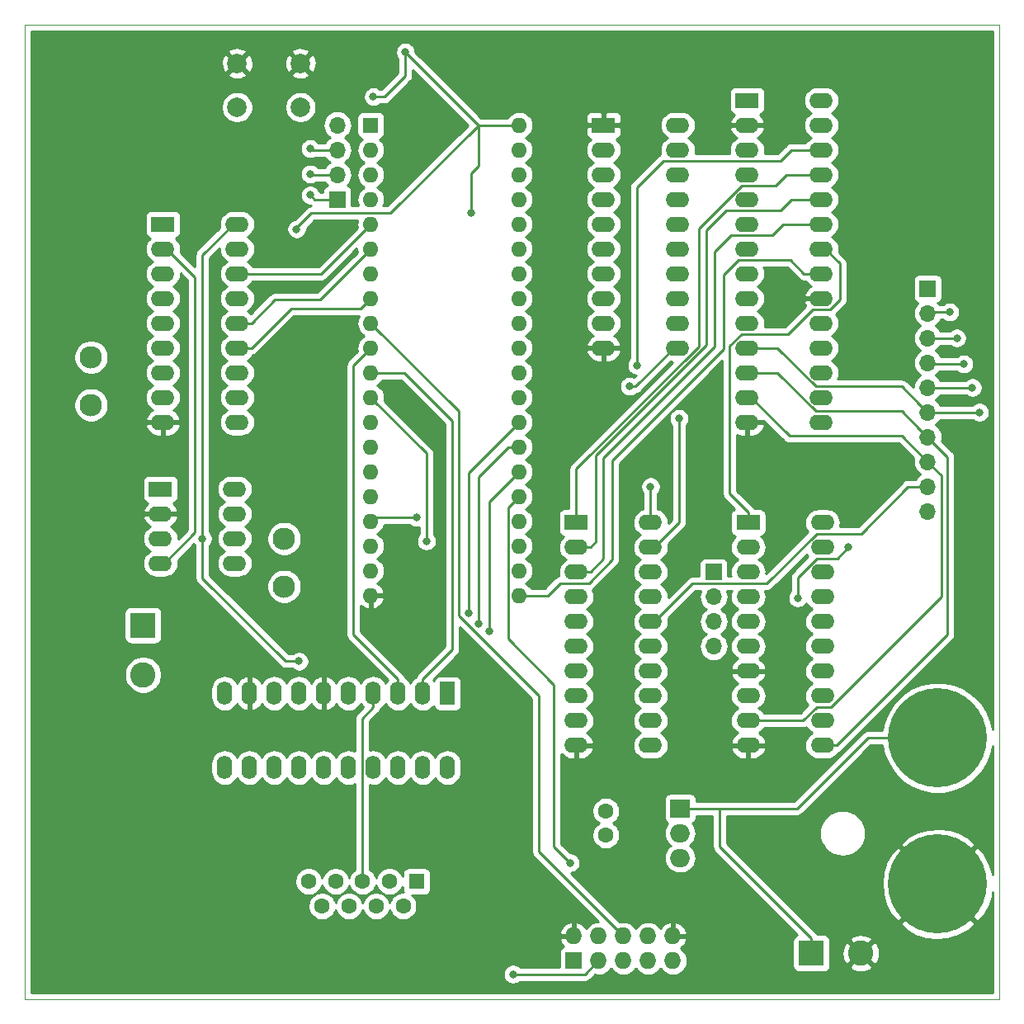
<source format=gbr>
G04 #@! TF.GenerationSoftware,KiCad,Pcbnew,(5.1.2)-1*
G04 #@! TF.CreationDate,2019-10-25T14:55:43+02:00*
G04 #@! TF.ProjectId,TTK4155-Embedded-PCB,54544b34-3135-4352-9d45-6d6265646465,rev?*
G04 #@! TF.SameCoordinates,Original*
G04 #@! TF.FileFunction,Copper,L2,Bot*
G04 #@! TF.FilePolarity,Positive*
%FSLAX46Y46*%
G04 Gerber Fmt 4.6, Leading zero omitted, Abs format (unit mm)*
G04 Created by KiCad (PCBNEW (5.1.2)-1) date 2019-10-25 14:55:43*
%MOMM*%
%LPD*%
G04 APERTURE LIST*
%ADD10C,0.120000*%
%ADD11C,10.160000*%
%ADD12O,1.700000X1.700000*%
%ADD13R,1.700000X1.700000*%
%ADD14C,2.600000*%
%ADD15R,2.600000X2.600000*%
%ADD16O,2.400000X1.600000*%
%ADD17R,2.400000X1.600000*%
%ADD18C,2.300000*%
%ADD19O,1.600000X2.400000*%
%ADD20R,1.600000X2.400000*%
%ADD21O,1.600000X1.600000*%
%ADD22R,1.600000X1.600000*%
%ADD23O,2.000000X1.905000*%
%ADD24R,2.000000X1.905000*%
%ADD25C,2.000000*%
%ADD26C,1.600000*%
%ADD27O,1.727200X1.727200*%
%ADD28R,1.727200X1.727200*%
%ADD29C,0.800000*%
%ADD30C,0.250000*%
%ADD31C,0.254000*%
G04 APERTURE END LIST*
D10*
X42240000Y-31826000D02*
X142240000Y-31826000D01*
X42240000Y-31826000D02*
X42240000Y-131826000D01*
X142240000Y-31826000D02*
X142240000Y-131826000D01*
X42240000Y-131826000D02*
X142240000Y-131826000D01*
D11*
X135890000Y-120029000D03*
X135890000Y-105029000D03*
D12*
X74295000Y-42164000D03*
X74295000Y-44704000D03*
X74295000Y-47244000D03*
D13*
X74295000Y-49784000D03*
D14*
X128016000Y-127127000D03*
D15*
X122936000Y-127127000D03*
D12*
X134874000Y-81788000D03*
X134874000Y-79248000D03*
X134874000Y-76708000D03*
X134874000Y-74168000D03*
X134874000Y-71628000D03*
X134874000Y-69088000D03*
X134874000Y-66548000D03*
X134874000Y-64008000D03*
X134874000Y-61468000D03*
D13*
X134874000Y-58928000D03*
D14*
X54356000Y-98552000D03*
D15*
X54356000Y-93472000D03*
D12*
X112903000Y-95631000D03*
X112903000Y-93091000D03*
X112903000Y-90551000D03*
D13*
X112903000Y-88011000D03*
D16*
X123952000Y-39624000D03*
X116332000Y-72644000D03*
X123952000Y-42164000D03*
X116332000Y-70104000D03*
X123952000Y-44704000D03*
X116332000Y-67564000D03*
X123952000Y-47244000D03*
X116332000Y-65024000D03*
X123952000Y-49784000D03*
X116332000Y-62484000D03*
X123952000Y-52324000D03*
X116332000Y-59944000D03*
X123952000Y-54864000D03*
X116332000Y-57404000D03*
X123952000Y-57404000D03*
X116332000Y-54864000D03*
X123952000Y-59944000D03*
X116332000Y-52324000D03*
X123952000Y-62484000D03*
X116332000Y-49784000D03*
X123952000Y-65024000D03*
X116332000Y-47244000D03*
X123952000Y-67564000D03*
X116332000Y-44704000D03*
X123952000Y-70104000D03*
X116332000Y-42164000D03*
X123952000Y-72644000D03*
D17*
X116332000Y-39624000D03*
D16*
X109220000Y-42164000D03*
X101600000Y-65024000D03*
X109220000Y-44704000D03*
X101600000Y-62484000D03*
X109220000Y-47244000D03*
X101600000Y-59944000D03*
X109220000Y-49784000D03*
X101600000Y-57404000D03*
X109220000Y-52324000D03*
X101600000Y-54864000D03*
X109220000Y-54864000D03*
X101600000Y-52324000D03*
X109220000Y-57404000D03*
X101600000Y-49784000D03*
X109220000Y-59944000D03*
X101600000Y-47244000D03*
X109220000Y-62484000D03*
X101600000Y-44704000D03*
X109220000Y-65024000D03*
D17*
X101600000Y-42164000D03*
D18*
X49022000Y-65966000D03*
X49022000Y-70866000D03*
X68834000Y-89482000D03*
X68834000Y-84582000D03*
D16*
X124079000Y-82931000D03*
X116459000Y-105791000D03*
X124079000Y-85471000D03*
X116459000Y-103251000D03*
X124079000Y-88011000D03*
X116459000Y-100711000D03*
X124079000Y-90551000D03*
X116459000Y-98171000D03*
X124079000Y-93091000D03*
X116459000Y-95631000D03*
X124079000Y-95631000D03*
X116459000Y-93091000D03*
X124079000Y-98171000D03*
X116459000Y-90551000D03*
X124079000Y-100711000D03*
X116459000Y-88011000D03*
X124079000Y-103251000D03*
X116459000Y-85471000D03*
X124079000Y-105791000D03*
D17*
X116459000Y-82931000D03*
D19*
X85598000Y-108077000D03*
X62738000Y-100457000D03*
X83058000Y-108077000D03*
X65278000Y-100457000D03*
X80518000Y-108077000D03*
X67818000Y-100457000D03*
X77978000Y-108077000D03*
X70358000Y-100457000D03*
X75438000Y-108077000D03*
X72898000Y-100457000D03*
X72898000Y-108077000D03*
X75438000Y-100457000D03*
X70358000Y-108077000D03*
X77978000Y-100457000D03*
X67818000Y-108077000D03*
X80518000Y-100457000D03*
X65278000Y-108077000D03*
X83058000Y-100457000D03*
X62738000Y-108077000D03*
D20*
X85598000Y-100457000D03*
D16*
X63754000Y-79502000D03*
X56134000Y-87122000D03*
X63754000Y-82042000D03*
X56134000Y-84582000D03*
X63754000Y-84582000D03*
X56134000Y-82042000D03*
X63754000Y-87122000D03*
D17*
X56134000Y-79502000D03*
D16*
X64008000Y-52324000D03*
X56388000Y-72644000D03*
X64008000Y-54864000D03*
X56388000Y-70104000D03*
X64008000Y-57404000D03*
X56388000Y-67564000D03*
X64008000Y-59944000D03*
X56388000Y-65024000D03*
X64008000Y-62484000D03*
X56388000Y-62484000D03*
X64008000Y-65024000D03*
X56388000Y-59944000D03*
X64008000Y-67564000D03*
X56388000Y-57404000D03*
X64008000Y-70104000D03*
X56388000Y-54864000D03*
X64008000Y-72644000D03*
D17*
X56388000Y-52324000D03*
D16*
X106426000Y-82931000D03*
X98806000Y-105791000D03*
X106426000Y-85471000D03*
X98806000Y-103251000D03*
X106426000Y-88011000D03*
X98806000Y-100711000D03*
X106426000Y-90551000D03*
X98806000Y-98171000D03*
X106426000Y-93091000D03*
X98806000Y-95631000D03*
X106426000Y-95631000D03*
X98806000Y-93091000D03*
X106426000Y-98171000D03*
X98806000Y-90551000D03*
X106426000Y-100711000D03*
X98806000Y-88011000D03*
X106426000Y-103251000D03*
X98806000Y-85471000D03*
X106426000Y-105791000D03*
D17*
X98806000Y-82931000D03*
D21*
X92964000Y-42164000D03*
X77724000Y-90424000D03*
X92964000Y-44704000D03*
X77724000Y-87884000D03*
X92964000Y-47244000D03*
X77724000Y-85344000D03*
X92964000Y-49784000D03*
X77724000Y-82804000D03*
X92964000Y-52324000D03*
X77724000Y-80264000D03*
X92964000Y-54864000D03*
X77724000Y-77724000D03*
X92964000Y-57404000D03*
X77724000Y-75184000D03*
X92964000Y-59944000D03*
X77724000Y-72644000D03*
X92964000Y-62484000D03*
X77724000Y-70104000D03*
X92964000Y-65024000D03*
X77724000Y-67564000D03*
X92964000Y-67564000D03*
X77724000Y-65024000D03*
X92964000Y-70104000D03*
X77724000Y-62484000D03*
X92964000Y-72644000D03*
X77724000Y-59944000D03*
X92964000Y-75184000D03*
X77724000Y-57404000D03*
X92964000Y-77724000D03*
X77724000Y-54864000D03*
X92964000Y-80264000D03*
X77724000Y-52324000D03*
X92964000Y-82804000D03*
X77724000Y-49784000D03*
X92964000Y-85344000D03*
X77724000Y-47244000D03*
X92964000Y-87884000D03*
X77724000Y-44704000D03*
X92964000Y-90424000D03*
D22*
X77724000Y-42164000D03*
D23*
X109474000Y-117348000D03*
X109474000Y-114808000D03*
D24*
X109474000Y-112268000D03*
D25*
X70508000Y-35814000D03*
X70508000Y-40314000D03*
X64008000Y-35814000D03*
X64008000Y-40314000D03*
D26*
X72728000Y-122301000D03*
X75498000Y-122301000D03*
X78268000Y-122301000D03*
X81038000Y-122301000D03*
X71343000Y-119761000D03*
X74113000Y-119761000D03*
X76883000Y-119761000D03*
X79653000Y-119761000D03*
D22*
X82423000Y-119761000D03*
D27*
X108712000Y-125349000D03*
X108712000Y-127889000D03*
X106172000Y-125349000D03*
X106172000Y-127889000D03*
X103632000Y-125349000D03*
X103632000Y-127889000D03*
X101092000Y-125349000D03*
X101092000Y-127889000D03*
X98552000Y-125349000D03*
D28*
X98552000Y-127889000D03*
D26*
X101854000Y-115022000D03*
X101854000Y-112522000D03*
D29*
X65786000Y-49276000D03*
X70104000Y-58928000D03*
X104394000Y-79248000D03*
X102235000Y-68961000D03*
X73025000Y-54737000D03*
X71882000Y-52705000D03*
X73787000Y-52959000D03*
X67564000Y-58801000D03*
X81271000Y-34671000D03*
X106435000Y-79248000D03*
X121539000Y-90678000D03*
X126746000Y-85471000D03*
X70104000Y-52823000D03*
X60452000Y-84582000D03*
X70358000Y-97164000D03*
X88011000Y-51181000D03*
X77987000Y-39243000D03*
X104276000Y-68961000D03*
X87757000Y-92202000D03*
X89916000Y-94107000D03*
X88773000Y-93345000D03*
X92329000Y-129286000D03*
X98171000Y-117856000D03*
X140171000Y-71628000D03*
X139446000Y-69088000D03*
X138573000Y-66675000D03*
X137848000Y-64008000D03*
X137123000Y-61341000D03*
X82423000Y-82423000D03*
X83439000Y-84836000D03*
X109347000Y-72263000D03*
X105029000Y-66802000D03*
X71510000Y-44577000D03*
X71510000Y-47180500D03*
X71510000Y-49339500D03*
D30*
X92964000Y-42164000D02*
X88764000Y-42164000D01*
X88764000Y-42164000D02*
X81271000Y-34671000D01*
X106426000Y-82931000D02*
X106426000Y-79257000D01*
X106426000Y-79257000D02*
X106435000Y-79248000D01*
X121539000Y-90678000D02*
X121539000Y-88559996D01*
X123502986Y-86596010D02*
X125620990Y-86596010D01*
X121539000Y-88559996D02*
X123502986Y-86596010D01*
X125620990Y-86596010D02*
X126746000Y-85471000D01*
X79729001Y-51198999D02*
X71610001Y-51198999D01*
X88764000Y-42164000D02*
X79729001Y-51198999D01*
X71610001Y-51198999D02*
X70104000Y-52705000D01*
X70104000Y-52705000D02*
X70104000Y-52823000D01*
X60452000Y-55880000D02*
X60452000Y-84582000D01*
X60452000Y-55480000D02*
X60452000Y-55880000D01*
X64008000Y-52324000D02*
X63608000Y-52324000D01*
X63608000Y-52324000D02*
X60452000Y-55480000D01*
X60452000Y-84582000D02*
X60452000Y-88646000D01*
X60452000Y-88646000D02*
X68970000Y-97164000D01*
X68970000Y-97164000D02*
X70358000Y-97164000D01*
X88764000Y-46364000D02*
X88764000Y-42164000D01*
X88011000Y-47117000D02*
X88764000Y-46364000D01*
X88011000Y-51181000D02*
X88011000Y-47117000D01*
X81271000Y-34671000D02*
X81271000Y-37093000D01*
X81271000Y-37093000D02*
X79121000Y-39243000D01*
X79121000Y-39243000D02*
X77987000Y-39243000D01*
X94996000Y-116713000D02*
X103632000Y-125349000D01*
X94996000Y-100711000D02*
X94996000Y-116713000D01*
X86723001Y-92438001D02*
X94996000Y-100711000D01*
X77724000Y-62484000D02*
X86723001Y-71483001D01*
X86723001Y-71483001D02*
X86723001Y-92438001D01*
X113538000Y-112268000D02*
X109474000Y-112268000D01*
X113538000Y-116179000D02*
X113538000Y-112268000D01*
X122936000Y-125577000D02*
X113538000Y-116179000D01*
X122936000Y-127127000D02*
X122936000Y-125577000D01*
X110724000Y-112268000D02*
X109474000Y-112268000D01*
X121466796Y-112268000D02*
X110724000Y-112268000D01*
X128705796Y-105029000D02*
X121466796Y-112268000D01*
X135890000Y-105029000D02*
X128705796Y-105029000D01*
X104883000Y-68961000D02*
X104276000Y-68961000D01*
X108820000Y-65024000D02*
X104883000Y-68961000D01*
X109220000Y-65024000D02*
X108820000Y-65024000D01*
X92964000Y-72644000D02*
X87757000Y-77851000D01*
X87757000Y-77851000D02*
X87757000Y-92202000D01*
X92964000Y-77724000D02*
X89916000Y-80772000D01*
X89916000Y-80772000D02*
X89916000Y-94107000D01*
X91832630Y-75184000D02*
X88773000Y-78243630D01*
X92964000Y-75184000D02*
X91832630Y-75184000D01*
X88773000Y-78243630D02*
X88773000Y-93345000D01*
X99695000Y-129286000D02*
X101092000Y-127889000D01*
X92329000Y-129286000D02*
X99695000Y-129286000D01*
X91838999Y-81389001D02*
X91838999Y-94886999D01*
X92964000Y-80264000D02*
X91838999Y-81389001D01*
X91838999Y-94886999D02*
X96520000Y-99568000D01*
X96520000Y-99568000D02*
X96520000Y-116205000D01*
X96520000Y-116205000D02*
X98171000Y-117856000D01*
X77978000Y-101907000D02*
X77978000Y-100457000D01*
X76852990Y-103032010D02*
X77978000Y-101907000D01*
X76852990Y-110979620D02*
X76852990Y-103032010D01*
X76883000Y-111009630D02*
X76852990Y-110979620D01*
X76883000Y-112141000D02*
X76883000Y-111009630D01*
X76883000Y-112141000D02*
X76883000Y-119761000D01*
X116732000Y-70104000D02*
X120669000Y-74041000D01*
X116332000Y-70104000D02*
X116732000Y-70104000D01*
X132207000Y-74041000D02*
X134874000Y-76708000D01*
X120669000Y-74041000D02*
X132207000Y-74041000D01*
X124944994Y-101836010D02*
X136271000Y-90510004D01*
X123502986Y-101836010D02*
X124944994Y-101836010D01*
X116459000Y-103251000D02*
X122087996Y-103251000D01*
X122087996Y-103251000D02*
X123502986Y-101836010D01*
X136271000Y-78105000D02*
X134874000Y-76708000D01*
X136271000Y-90510004D02*
X136271000Y-78105000D01*
X134024001Y-73318001D02*
X134874000Y-74168000D01*
X132224990Y-71518990D02*
X134024001Y-73318001D01*
X123375986Y-71518990D02*
X132224990Y-71518990D01*
X119420996Y-67564000D02*
X123375986Y-71518990D01*
X116332000Y-67564000D02*
X119420996Y-67564000D01*
X125529000Y-105791000D02*
X136906000Y-94414000D01*
X124079000Y-105791000D02*
X125529000Y-105791000D01*
X136906000Y-76200000D02*
X134874000Y-74168000D01*
X136906000Y-94414000D02*
X136906000Y-76200000D01*
X134024001Y-70778001D02*
X134874000Y-71628000D01*
X132224990Y-68978990D02*
X134024001Y-70778001D01*
X123375986Y-68978990D02*
X132224990Y-68978990D01*
X119420996Y-65024000D02*
X123375986Y-68978990D01*
X116332000Y-65024000D02*
X119420996Y-65024000D01*
X140171000Y-71628000D02*
X134874000Y-71628000D01*
X139446000Y-69088000D02*
X134874000Y-69088000D01*
X135001000Y-66675000D02*
X134874000Y-66548000D01*
X138573000Y-66675000D02*
X135001000Y-66675000D01*
X137848000Y-64008000D02*
X134874000Y-64008000D01*
X135001000Y-61341000D02*
X134874000Y-61468000D01*
X137123000Y-61341000D02*
X135001000Y-61341000D01*
X123502986Y-84056010D02*
X128033990Y-84056010D01*
X118372995Y-89186001D02*
X123502986Y-84056010D01*
X110730999Y-89186001D02*
X118372995Y-89186001D01*
X106426000Y-93091000D02*
X106826000Y-93091000D01*
X106826000Y-93091000D02*
X110730999Y-89186001D01*
X132842000Y-79248000D02*
X134874000Y-79248000D01*
X128033990Y-84056010D02*
X132842000Y-79248000D01*
X116459000Y-81881000D02*
X114554000Y-79976000D01*
X116459000Y-82931000D02*
X116459000Y-81881000D01*
X123086006Y-61069010D02*
X124858990Y-61069010D01*
X120546006Y-63609010D02*
X123086006Y-61069010D01*
X115755986Y-63609010D02*
X120546006Y-63609010D01*
X114554000Y-79976000D02*
X114554000Y-64810996D01*
X114554000Y-64810996D02*
X115755986Y-63609010D01*
X124858990Y-61069010D02*
X125857000Y-60071000D01*
X124352000Y-54864000D02*
X123952000Y-54864000D01*
X125857000Y-56369000D02*
X124352000Y-54864000D01*
X125857000Y-60071000D02*
X125857000Y-56369000D01*
X78105000Y-82423000D02*
X77724000Y-82804000D01*
X82423000Y-82423000D02*
X78105000Y-82423000D01*
X83439000Y-75819000D02*
X77724000Y-70104000D01*
X83439000Y-84836000D02*
X83439000Y-75819000D01*
X83058000Y-99007000D02*
X86106000Y-95959000D01*
X83058000Y-100457000D02*
X83058000Y-99007000D01*
X86106000Y-95959000D02*
X86106000Y-72517000D01*
X81153000Y-67564000D02*
X77724000Y-67564000D01*
X86106000Y-72517000D02*
X81153000Y-67564000D01*
X80518000Y-99007000D02*
X75946000Y-94435000D01*
X80518000Y-100457000D02*
X80518000Y-99007000D01*
X75946000Y-66802000D02*
X77724000Y-65024000D01*
X75946000Y-94435000D02*
X75946000Y-66802000D01*
X65458000Y-65024000D02*
X69522000Y-60960000D01*
X64008000Y-65024000D02*
X65458000Y-65024000D01*
X76708000Y-60960000D02*
X77724000Y-59944000D01*
X69522000Y-60960000D02*
X76708000Y-60960000D01*
X65458000Y-62484000D02*
X67871000Y-60071000D01*
X64008000Y-62484000D02*
X65458000Y-62484000D01*
X72517000Y-60071000D02*
X77724000Y-54864000D01*
X67871000Y-60071000D02*
X72517000Y-60071000D01*
X72644000Y-57404000D02*
X77724000Y-52324000D01*
X64008000Y-57404000D02*
X72644000Y-57404000D01*
X98806000Y-77429004D02*
X111379000Y-64856004D01*
X98806000Y-82931000D02*
X98806000Y-77429004D01*
X115755986Y-48369010D02*
X119270990Y-48369010D01*
X111379000Y-64856004D02*
X111379000Y-52745996D01*
X111379000Y-52745996D02*
X115755986Y-48369010D01*
X120396000Y-47244000D02*
X123952000Y-47244000D01*
X119270990Y-48369010D02*
X120396000Y-47244000D01*
X100256000Y-85471000D02*
X100838000Y-84889000D01*
X98806000Y-85471000D02*
X100256000Y-85471000D01*
X100838000Y-84889000D02*
X100838000Y-76033414D01*
X112141000Y-64730414D02*
X112141000Y-52959000D01*
X100838000Y-76033414D02*
X112141000Y-64730414D01*
X112141000Y-52959000D02*
X114173000Y-50927000D01*
X114173000Y-50927000D02*
X119761000Y-50927000D01*
X120904000Y-49784000D02*
X123952000Y-49784000D01*
X119761000Y-50927000D02*
X120904000Y-49784000D01*
X100256000Y-88011000D02*
X101600000Y-86667000D01*
X98806000Y-88011000D02*
X100256000Y-88011000D01*
X101600000Y-86667000D02*
X101600000Y-76327000D01*
X101600000Y-76327000D02*
X113030000Y-64897000D01*
X113030000Y-64897000D02*
X113030000Y-55118000D01*
X114698990Y-53449010D02*
X118889990Y-53449010D01*
X113030000Y-55118000D02*
X114698990Y-53449010D01*
X120015000Y-52324000D02*
X123952000Y-52324000D01*
X118889990Y-53449010D02*
X120015000Y-52324000D01*
X92964000Y-90424000D02*
X95885000Y-90424000D01*
X97172990Y-89136010D02*
X100093990Y-89136010D01*
X95885000Y-90424000D02*
X97172990Y-89136010D01*
X100093990Y-89136010D02*
X102489000Y-86741000D01*
X102489000Y-86741000D02*
X102489000Y-76581000D01*
X102489000Y-76581000D02*
X113919000Y-65151000D01*
X113919000Y-65151000D02*
X113919000Y-57531000D01*
X115460990Y-55989010D02*
X120759010Y-55989010D01*
X113919000Y-57531000D02*
X115460990Y-55989010D01*
X122174000Y-57404000D02*
X123952000Y-57404000D01*
X120759010Y-55989010D02*
X122174000Y-57404000D01*
X109347000Y-82001004D02*
X109347000Y-72263000D01*
X109347000Y-82950000D02*
X109347000Y-82001004D01*
X106426000Y-85471000D02*
X106826000Y-85471000D01*
X106826000Y-85471000D02*
X109347000Y-82950000D01*
X120904000Y-44704000D02*
X123952000Y-44704000D01*
X119778990Y-45829010D02*
X120904000Y-44704000D01*
X107713990Y-45829010D02*
X119778990Y-45829010D01*
X105029000Y-66802000D02*
X105029000Y-48514000D01*
X105029000Y-48514000D02*
X107713990Y-45829010D01*
X56788000Y-54864000D02*
X59690000Y-57766000D01*
X56388000Y-54864000D02*
X56788000Y-54864000D01*
X56534000Y-87122000D02*
X56134000Y-87122000D01*
X59690000Y-83966000D02*
X56534000Y-87122000D01*
X59690000Y-57766000D02*
X59690000Y-83966000D01*
X74295000Y-44704000D02*
X71637000Y-44704000D01*
X71637000Y-44704000D02*
X71510000Y-44577000D01*
X74295000Y-47244000D02*
X71573500Y-47244000D01*
X71573500Y-47244000D02*
X71510000Y-47180500D01*
X74295000Y-49784000D02*
X71954500Y-49784000D01*
X71954500Y-49784000D02*
X71510000Y-49339500D01*
D31*
G36*
X141545001Y-104164486D02*
G01*
X141385375Y-103361996D01*
X140954567Y-102321933D01*
X140329130Y-101385900D01*
X139533100Y-100589870D01*
X138597067Y-99964433D01*
X137557004Y-99533625D01*
X136452878Y-99314000D01*
X135327122Y-99314000D01*
X134222996Y-99533625D01*
X133182933Y-99964433D01*
X132246900Y-100589870D01*
X131450870Y-101385900D01*
X130825433Y-102321933D01*
X130394625Y-103361996D01*
X130214210Y-104269000D01*
X128743119Y-104269000D01*
X128705796Y-104265324D01*
X128668473Y-104269000D01*
X128668463Y-104269000D01*
X128556810Y-104279997D01*
X128413549Y-104323454D01*
X128281519Y-104394026D01*
X128213398Y-104449932D01*
X128165795Y-104488999D01*
X128141997Y-104517997D01*
X121151995Y-111508000D01*
X113575333Y-111508000D01*
X113538000Y-111504323D01*
X113500667Y-111508000D01*
X111112072Y-111508000D01*
X111112072Y-111315500D01*
X111099812Y-111191018D01*
X111063502Y-111071320D01*
X111004537Y-110961006D01*
X110925185Y-110864315D01*
X110828494Y-110784963D01*
X110718180Y-110725998D01*
X110598482Y-110689688D01*
X110474000Y-110677428D01*
X108474000Y-110677428D01*
X108349518Y-110689688D01*
X108229820Y-110725998D01*
X108119506Y-110784963D01*
X108022815Y-110864315D01*
X107943463Y-110961006D01*
X107884498Y-111071320D01*
X107848188Y-111191018D01*
X107835928Y-111315500D01*
X107835928Y-113220500D01*
X107848188Y-113344982D01*
X107884498Y-113464680D01*
X107943463Y-113574994D01*
X108022815Y-113671685D01*
X108119506Y-113751037D01*
X108203446Y-113795905D01*
X108100155Y-113921765D01*
X107952745Y-114197551D01*
X107861970Y-114496796D01*
X107831319Y-114808000D01*
X107861970Y-115119204D01*
X107952745Y-115418449D01*
X108100155Y-115694235D01*
X108298537Y-115935963D01*
X108471609Y-116078000D01*
X108298537Y-116220037D01*
X108100155Y-116461765D01*
X107952745Y-116737551D01*
X107861970Y-117036796D01*
X107831319Y-117348000D01*
X107861970Y-117659204D01*
X107952745Y-117958449D01*
X108100155Y-118234235D01*
X108298537Y-118475963D01*
X108540265Y-118674345D01*
X108816051Y-118821755D01*
X109115296Y-118912530D01*
X109348514Y-118935500D01*
X109599486Y-118935500D01*
X109832704Y-118912530D01*
X110131949Y-118821755D01*
X110407735Y-118674345D01*
X110649463Y-118475963D01*
X110847845Y-118234235D01*
X110995255Y-117958449D01*
X111086030Y-117659204D01*
X111116681Y-117348000D01*
X111086030Y-117036796D01*
X110995255Y-116737551D01*
X110847845Y-116461765D01*
X110649463Y-116220037D01*
X110476391Y-116078000D01*
X110649463Y-115935963D01*
X110847845Y-115694235D01*
X110995255Y-115418449D01*
X111086030Y-115119204D01*
X111116681Y-114808000D01*
X111086030Y-114496796D01*
X110995255Y-114197551D01*
X110847845Y-113921765D01*
X110744554Y-113795905D01*
X110828494Y-113751037D01*
X110925185Y-113671685D01*
X111004537Y-113574994D01*
X111063502Y-113464680D01*
X111099812Y-113344982D01*
X111112072Y-113220500D01*
X111112072Y-113028000D01*
X112778001Y-113028000D01*
X112778000Y-116141677D01*
X112774324Y-116179000D01*
X112778000Y-116216322D01*
X112778000Y-116216332D01*
X112788997Y-116327985D01*
X112817138Y-116420754D01*
X112832454Y-116471246D01*
X112903026Y-116603276D01*
X112924364Y-116629276D01*
X112997999Y-116719001D01*
X113027003Y-116742804D01*
X121491468Y-125207270D01*
X121391820Y-125237498D01*
X121281506Y-125296463D01*
X121184815Y-125375815D01*
X121105463Y-125472506D01*
X121046498Y-125582820D01*
X121010188Y-125702518D01*
X120997928Y-125827000D01*
X120997928Y-128427000D01*
X121010188Y-128551482D01*
X121046498Y-128671180D01*
X121105463Y-128781494D01*
X121184815Y-128878185D01*
X121281506Y-128957537D01*
X121391820Y-129016502D01*
X121511518Y-129052812D01*
X121636000Y-129065072D01*
X124236000Y-129065072D01*
X124360482Y-129052812D01*
X124480180Y-129016502D01*
X124590494Y-128957537D01*
X124687185Y-128878185D01*
X124766537Y-128781494D01*
X124825502Y-128671180D01*
X124861812Y-128551482D01*
X124869224Y-128476224D01*
X126846381Y-128476224D01*
X126978317Y-128771312D01*
X127319045Y-128942159D01*
X127686557Y-129043250D01*
X128066729Y-129070701D01*
X128444951Y-129023457D01*
X128806690Y-128903333D01*
X129053683Y-128771312D01*
X129185619Y-128476224D01*
X128016000Y-127306605D01*
X126846381Y-128476224D01*
X124869224Y-128476224D01*
X124874072Y-128427000D01*
X124874072Y-127177729D01*
X126072299Y-127177729D01*
X126119543Y-127555951D01*
X126239667Y-127917690D01*
X126371688Y-128164683D01*
X126666776Y-128296619D01*
X127836395Y-127127000D01*
X128195605Y-127127000D01*
X129365224Y-128296619D01*
X129660312Y-128164683D01*
X129831159Y-127823955D01*
X129932250Y-127456443D01*
X129959701Y-127076271D01*
X129912457Y-126698049D01*
X129792333Y-126336310D01*
X129660312Y-126089317D01*
X129365224Y-125957381D01*
X128195605Y-127127000D01*
X127836395Y-127127000D01*
X126666776Y-125957381D01*
X126371688Y-126089317D01*
X126200841Y-126430045D01*
X126099750Y-126797557D01*
X126072299Y-127177729D01*
X124874072Y-127177729D01*
X124874072Y-125827000D01*
X124869225Y-125777776D01*
X126846381Y-125777776D01*
X128016000Y-126947395D01*
X129185619Y-125777776D01*
X129053683Y-125482688D01*
X128712955Y-125311841D01*
X128345443Y-125210750D01*
X127965271Y-125183299D01*
X127587049Y-125230543D01*
X127225310Y-125350667D01*
X126978317Y-125482688D01*
X126846381Y-125777776D01*
X124869225Y-125777776D01*
X124861812Y-125702518D01*
X124825502Y-125582820D01*
X124766537Y-125472506D01*
X124687185Y-125375815D01*
X124590494Y-125296463D01*
X124480180Y-125237498D01*
X124360482Y-125201188D01*
X124236000Y-125188928D01*
X123590326Y-125188928D01*
X123570974Y-125152723D01*
X123499799Y-125065997D01*
X123476001Y-125036999D01*
X123447003Y-125013201D01*
X122499998Y-124066196D01*
X132032409Y-124066196D01*
X132618124Y-124748416D01*
X133601704Y-125296045D01*
X134673223Y-125641265D01*
X135791501Y-125770808D01*
X136913565Y-125679697D01*
X137996294Y-125371433D01*
X138998079Y-124857863D01*
X139161876Y-124748416D01*
X139747591Y-124066196D01*
X135890000Y-120208605D01*
X132032409Y-124066196D01*
X122499998Y-124066196D01*
X118364303Y-119930501D01*
X130148192Y-119930501D01*
X130239303Y-121052565D01*
X130547567Y-122135294D01*
X131061137Y-123137079D01*
X131170584Y-123300876D01*
X131852804Y-123886591D01*
X135710395Y-120029000D01*
X131852804Y-116171409D01*
X131170584Y-116757124D01*
X130622955Y-117740704D01*
X130277735Y-118812223D01*
X130148192Y-119930501D01*
X118364303Y-119930501D01*
X114298000Y-115864199D01*
X114298000Y-114808000D01*
X123737461Y-114808000D01*
X123783510Y-115275542D01*
X123919887Y-115725116D01*
X124141351Y-116139446D01*
X124439391Y-116502609D01*
X124802554Y-116800649D01*
X125216884Y-117022113D01*
X125666458Y-117158490D01*
X126016843Y-117193000D01*
X126251157Y-117193000D01*
X126601542Y-117158490D01*
X127051116Y-117022113D01*
X127465446Y-116800649D01*
X127828609Y-116502609D01*
X128126649Y-116139446D01*
X128205565Y-115991804D01*
X132032409Y-115991804D01*
X135890000Y-119849395D01*
X139747591Y-115991804D01*
X139161876Y-115309584D01*
X138178296Y-114761955D01*
X137106777Y-114416735D01*
X135988499Y-114287192D01*
X134866435Y-114378303D01*
X133783706Y-114686567D01*
X132781921Y-115200137D01*
X132618124Y-115309584D01*
X132032409Y-115991804D01*
X128205565Y-115991804D01*
X128348113Y-115725116D01*
X128484490Y-115275542D01*
X128530539Y-114808000D01*
X128484490Y-114340458D01*
X128348113Y-113890884D01*
X128126649Y-113476554D01*
X127828609Y-113113391D01*
X127465446Y-112815351D01*
X127051116Y-112593887D01*
X126601542Y-112457510D01*
X126251157Y-112423000D01*
X126016843Y-112423000D01*
X125666458Y-112457510D01*
X125216884Y-112593887D01*
X124802554Y-112815351D01*
X124439391Y-113113391D01*
X124141351Y-113476554D01*
X123919887Y-113890884D01*
X123783510Y-114340458D01*
X123737461Y-114808000D01*
X114298000Y-114808000D01*
X114298000Y-113028000D01*
X121429474Y-113028000D01*
X121466796Y-113031676D01*
X121504118Y-113028000D01*
X121504129Y-113028000D01*
X121615782Y-113017003D01*
X121759043Y-112973546D01*
X121891072Y-112902974D01*
X122006797Y-112808001D01*
X122030600Y-112778997D01*
X129020598Y-105789000D01*
X130214210Y-105789000D01*
X130394625Y-106696004D01*
X130825433Y-107736067D01*
X131450870Y-108672100D01*
X132246900Y-109468130D01*
X133182933Y-110093567D01*
X134222996Y-110524375D01*
X135327122Y-110744000D01*
X136452878Y-110744000D01*
X137557004Y-110524375D01*
X138597067Y-110093567D01*
X139533100Y-109468130D01*
X140329130Y-108672100D01*
X140954567Y-107736067D01*
X141385375Y-106696004D01*
X141545001Y-105893514D01*
X141545001Y-119058439D01*
X141540697Y-119005435D01*
X141232433Y-117922706D01*
X140718863Y-116920921D01*
X140609416Y-116757124D01*
X139927196Y-116171409D01*
X136069605Y-120029000D01*
X139927196Y-123886591D01*
X140609416Y-123300876D01*
X141157045Y-122317296D01*
X141502265Y-121245777D01*
X141545001Y-120876860D01*
X141545001Y-131131000D01*
X42935000Y-131131000D01*
X42935000Y-124989973D01*
X97097037Y-124989973D01*
X97217536Y-125222000D01*
X98425000Y-125222000D01*
X98425000Y-124015183D01*
X98192974Y-123894042D01*
X98042186Y-123939778D01*
X97777056Y-124066316D01*
X97541707Y-124242146D01*
X97345183Y-124460512D01*
X97195036Y-124713022D01*
X97097037Y-124989973D01*
X42935000Y-124989973D01*
X42935000Y-98361419D01*
X52421000Y-98361419D01*
X52421000Y-98742581D01*
X52495361Y-99116419D01*
X52641225Y-99468566D01*
X52852987Y-99785491D01*
X53122509Y-100055013D01*
X53439434Y-100266775D01*
X53791581Y-100412639D01*
X54165419Y-100487000D01*
X54546581Y-100487000D01*
X54920419Y-100412639D01*
X55272566Y-100266775D01*
X55589491Y-100055013D01*
X55657996Y-99986508D01*
X61303000Y-99986508D01*
X61303000Y-100927491D01*
X61323764Y-101138308D01*
X61405818Y-101408807D01*
X61539068Y-101658100D01*
X61718392Y-101876607D01*
X61936899Y-102055932D01*
X62186192Y-102189182D01*
X62456691Y-102271236D01*
X62738000Y-102298943D01*
X63019308Y-102271236D01*
X63289807Y-102189182D01*
X63539100Y-102055932D01*
X63757607Y-101876608D01*
X63936932Y-101658101D01*
X64005265Y-101530259D01*
X64155399Y-101759839D01*
X64353105Y-101961500D01*
X64586354Y-102120715D01*
X64846182Y-102231367D01*
X64928961Y-102248904D01*
X65151000Y-102126915D01*
X65151000Y-100584000D01*
X65131000Y-100584000D01*
X65131000Y-100330000D01*
X65151000Y-100330000D01*
X65151000Y-98787085D01*
X65405000Y-98787085D01*
X65405000Y-100330000D01*
X65425000Y-100330000D01*
X65425000Y-100584000D01*
X65405000Y-100584000D01*
X65405000Y-102126915D01*
X65627039Y-102248904D01*
X65709818Y-102231367D01*
X65969646Y-102120715D01*
X66202895Y-101961500D01*
X66400601Y-101759839D01*
X66550735Y-101530258D01*
X66619068Y-101658100D01*
X66798392Y-101876607D01*
X67016899Y-102055932D01*
X67266192Y-102189182D01*
X67536691Y-102271236D01*
X67818000Y-102298943D01*
X68099308Y-102271236D01*
X68369807Y-102189182D01*
X68619100Y-102055932D01*
X68837607Y-101876608D01*
X69016932Y-101658101D01*
X69088000Y-101525142D01*
X69159068Y-101658100D01*
X69338392Y-101876607D01*
X69556899Y-102055932D01*
X69806192Y-102189182D01*
X70076691Y-102271236D01*
X70358000Y-102298943D01*
X70639308Y-102271236D01*
X70909807Y-102189182D01*
X71159100Y-102055932D01*
X71377607Y-101876608D01*
X71556932Y-101658101D01*
X71625265Y-101530259D01*
X71775399Y-101759839D01*
X71973105Y-101961500D01*
X72206354Y-102120715D01*
X72466182Y-102231367D01*
X72548961Y-102248904D01*
X72771000Y-102126915D01*
X72771000Y-100584000D01*
X72751000Y-100584000D01*
X72751000Y-100330000D01*
X72771000Y-100330000D01*
X72771000Y-98787085D01*
X72548961Y-98665096D01*
X72466182Y-98682633D01*
X72206354Y-98793285D01*
X71973105Y-98952500D01*
X71775399Y-99154161D01*
X71625265Y-99383741D01*
X71556932Y-99255899D01*
X71377608Y-99037392D01*
X71159101Y-98858068D01*
X70909808Y-98724818D01*
X70639309Y-98642764D01*
X70358000Y-98615057D01*
X70076692Y-98642764D01*
X69806193Y-98724818D01*
X69556900Y-98858068D01*
X69338393Y-99037392D01*
X69159068Y-99255899D01*
X69088000Y-99388858D01*
X69016932Y-99255899D01*
X68837608Y-99037392D01*
X68619101Y-98858068D01*
X68369808Y-98724818D01*
X68099309Y-98642764D01*
X67818000Y-98615057D01*
X67536692Y-98642764D01*
X67266193Y-98724818D01*
X67016900Y-98858068D01*
X66798393Y-99037392D01*
X66619068Y-99255899D01*
X66550735Y-99383741D01*
X66400601Y-99154161D01*
X66202895Y-98952500D01*
X65969646Y-98793285D01*
X65709818Y-98682633D01*
X65627039Y-98665096D01*
X65405000Y-98787085D01*
X65151000Y-98787085D01*
X64928961Y-98665096D01*
X64846182Y-98682633D01*
X64586354Y-98793285D01*
X64353105Y-98952500D01*
X64155399Y-99154161D01*
X64005265Y-99383741D01*
X63936932Y-99255899D01*
X63757608Y-99037392D01*
X63539101Y-98858068D01*
X63289808Y-98724818D01*
X63019309Y-98642764D01*
X62738000Y-98615057D01*
X62456692Y-98642764D01*
X62186193Y-98724818D01*
X61936900Y-98858068D01*
X61718393Y-99037392D01*
X61539068Y-99255899D01*
X61405818Y-99505192D01*
X61323764Y-99775691D01*
X61303000Y-99986508D01*
X55657996Y-99986508D01*
X55859013Y-99785491D01*
X56070775Y-99468566D01*
X56216639Y-99116419D01*
X56291000Y-98742581D01*
X56291000Y-98361419D01*
X56216639Y-97987581D01*
X56070775Y-97635434D01*
X55859013Y-97318509D01*
X55589491Y-97048987D01*
X55272566Y-96837225D01*
X54920419Y-96691361D01*
X54546581Y-96617000D01*
X54165419Y-96617000D01*
X53791581Y-96691361D01*
X53439434Y-96837225D01*
X53122509Y-97048987D01*
X52852987Y-97318509D01*
X52641225Y-97635434D01*
X52495361Y-97987581D01*
X52421000Y-98361419D01*
X42935000Y-98361419D01*
X42935000Y-92172000D01*
X52417928Y-92172000D01*
X52417928Y-94772000D01*
X52430188Y-94896482D01*
X52466498Y-95016180D01*
X52525463Y-95126494D01*
X52604815Y-95223185D01*
X52701506Y-95302537D01*
X52811820Y-95361502D01*
X52931518Y-95397812D01*
X53056000Y-95410072D01*
X55656000Y-95410072D01*
X55780482Y-95397812D01*
X55900180Y-95361502D01*
X56010494Y-95302537D01*
X56107185Y-95223185D01*
X56186537Y-95126494D01*
X56245502Y-95016180D01*
X56281812Y-94896482D01*
X56294072Y-94772000D01*
X56294072Y-92172000D01*
X56281812Y-92047518D01*
X56245502Y-91927820D01*
X56186537Y-91817506D01*
X56107185Y-91720815D01*
X56010494Y-91641463D01*
X55900180Y-91582498D01*
X55780482Y-91546188D01*
X55656000Y-91533928D01*
X53056000Y-91533928D01*
X52931518Y-91546188D01*
X52811820Y-91582498D01*
X52701506Y-91641463D01*
X52604815Y-91720815D01*
X52525463Y-91817506D01*
X52466498Y-91927820D01*
X52430188Y-92047518D01*
X52417928Y-92172000D01*
X42935000Y-92172000D01*
X42935000Y-84582000D01*
X54292057Y-84582000D01*
X54319764Y-84863309D01*
X54401818Y-85133808D01*
X54535068Y-85383101D01*
X54714392Y-85601608D01*
X54932899Y-85780932D01*
X55065858Y-85852000D01*
X54932899Y-85923068D01*
X54714392Y-86102392D01*
X54535068Y-86320899D01*
X54401818Y-86570192D01*
X54319764Y-86840691D01*
X54292057Y-87122000D01*
X54319764Y-87403309D01*
X54401818Y-87673808D01*
X54535068Y-87923101D01*
X54714392Y-88141608D01*
X54932899Y-88320932D01*
X55182192Y-88454182D01*
X55452691Y-88536236D01*
X55663508Y-88557000D01*
X56604492Y-88557000D01*
X56815309Y-88536236D01*
X57085808Y-88454182D01*
X57335101Y-88320932D01*
X57553608Y-88141608D01*
X57732932Y-87923101D01*
X57866182Y-87673808D01*
X57948236Y-87403309D01*
X57975943Y-87122000D01*
X57948236Y-86840691D01*
X57934708Y-86796094D01*
X59584363Y-85146439D01*
X59648063Y-85241774D01*
X59692000Y-85285711D01*
X59692001Y-88608668D01*
X59688324Y-88646000D01*
X59692001Y-88683333D01*
X59699553Y-88760003D01*
X59702998Y-88794985D01*
X59746454Y-88938246D01*
X59817026Y-89070276D01*
X59870973Y-89136010D01*
X59912000Y-89186001D01*
X59940998Y-89209799D01*
X68406201Y-97675003D01*
X68429999Y-97704001D01*
X68458997Y-97727799D01*
X68545723Y-97798974D01*
X68677753Y-97869546D01*
X68821014Y-97913003D01*
X68932667Y-97924000D01*
X68932676Y-97924000D01*
X68969999Y-97927676D01*
X69007322Y-97924000D01*
X69654289Y-97924000D01*
X69698226Y-97967937D01*
X69867744Y-98081205D01*
X70056102Y-98159226D01*
X70256061Y-98199000D01*
X70459939Y-98199000D01*
X70659898Y-98159226D01*
X70848256Y-98081205D01*
X71017774Y-97967937D01*
X71161937Y-97823774D01*
X71275205Y-97654256D01*
X71353226Y-97465898D01*
X71393000Y-97265939D01*
X71393000Y-97062061D01*
X71353226Y-96862102D01*
X71275205Y-96673744D01*
X71161937Y-96504226D01*
X71017774Y-96360063D01*
X70848256Y-96246795D01*
X70659898Y-96168774D01*
X70459939Y-96129000D01*
X70256061Y-96129000D01*
X70056102Y-96168774D01*
X69867744Y-96246795D01*
X69698226Y-96360063D01*
X69654289Y-96404000D01*
X69284802Y-96404000D01*
X62186995Y-89306193D01*
X67049000Y-89306193D01*
X67049000Y-89657807D01*
X67117596Y-90002665D01*
X67252153Y-90327515D01*
X67447500Y-90619871D01*
X67696129Y-90868500D01*
X67988485Y-91063847D01*
X68313335Y-91198404D01*
X68658193Y-91267000D01*
X69009807Y-91267000D01*
X69354665Y-91198404D01*
X69679515Y-91063847D01*
X69971871Y-90868500D01*
X70220500Y-90619871D01*
X70415847Y-90327515D01*
X70550404Y-90002665D01*
X70619000Y-89657807D01*
X70619000Y-89306193D01*
X70550404Y-88961335D01*
X70415847Y-88636485D01*
X70220500Y-88344129D01*
X69971871Y-88095500D01*
X69679515Y-87900153D01*
X69354665Y-87765596D01*
X69009807Y-87697000D01*
X68658193Y-87697000D01*
X68313335Y-87765596D01*
X67988485Y-87900153D01*
X67696129Y-88095500D01*
X67447500Y-88344129D01*
X67252153Y-88636485D01*
X67117596Y-88961335D01*
X67049000Y-89306193D01*
X62186995Y-89306193D01*
X61212000Y-88331199D01*
X61212000Y-85285711D01*
X61255937Y-85241774D01*
X61369205Y-85072256D01*
X61447226Y-84883898D01*
X61487000Y-84683939D01*
X61487000Y-84480061D01*
X61447226Y-84280102D01*
X61369205Y-84091744D01*
X61255937Y-83922226D01*
X61212000Y-83878289D01*
X61212000Y-79502000D01*
X61912057Y-79502000D01*
X61939764Y-79783309D01*
X62021818Y-80053808D01*
X62155068Y-80303101D01*
X62334392Y-80521608D01*
X62552899Y-80700932D01*
X62685858Y-80772000D01*
X62552899Y-80843068D01*
X62334392Y-81022392D01*
X62155068Y-81240899D01*
X62021818Y-81490192D01*
X61939764Y-81760691D01*
X61912057Y-82042000D01*
X61939764Y-82323309D01*
X62021818Y-82593808D01*
X62155068Y-82843101D01*
X62334392Y-83061608D01*
X62552899Y-83240932D01*
X62685858Y-83312000D01*
X62552899Y-83383068D01*
X62334392Y-83562392D01*
X62155068Y-83780899D01*
X62021818Y-84030192D01*
X61939764Y-84300691D01*
X61912057Y-84582000D01*
X61939764Y-84863309D01*
X62021818Y-85133808D01*
X62155068Y-85383101D01*
X62334392Y-85601608D01*
X62552899Y-85780932D01*
X62685858Y-85852000D01*
X62552899Y-85923068D01*
X62334392Y-86102392D01*
X62155068Y-86320899D01*
X62021818Y-86570192D01*
X61939764Y-86840691D01*
X61912057Y-87122000D01*
X61939764Y-87403309D01*
X62021818Y-87673808D01*
X62155068Y-87923101D01*
X62334392Y-88141608D01*
X62552899Y-88320932D01*
X62802192Y-88454182D01*
X63072691Y-88536236D01*
X63283508Y-88557000D01*
X64224492Y-88557000D01*
X64435309Y-88536236D01*
X64705808Y-88454182D01*
X64955101Y-88320932D01*
X65173608Y-88141608D01*
X65352932Y-87923101D01*
X65486182Y-87673808D01*
X65568236Y-87403309D01*
X65595943Y-87122000D01*
X65568236Y-86840691D01*
X65486182Y-86570192D01*
X65352932Y-86320899D01*
X65173608Y-86102392D01*
X64955101Y-85923068D01*
X64822142Y-85852000D01*
X64955101Y-85780932D01*
X65173608Y-85601608D01*
X65352932Y-85383101D01*
X65486182Y-85133808D01*
X65568236Y-84863309D01*
X65595943Y-84582000D01*
X65578628Y-84406193D01*
X67049000Y-84406193D01*
X67049000Y-84757807D01*
X67117596Y-85102665D01*
X67252153Y-85427515D01*
X67447500Y-85719871D01*
X67696129Y-85968500D01*
X67988485Y-86163847D01*
X68313335Y-86298404D01*
X68658193Y-86367000D01*
X69009807Y-86367000D01*
X69354665Y-86298404D01*
X69679515Y-86163847D01*
X69971871Y-85968500D01*
X70220500Y-85719871D01*
X70415847Y-85427515D01*
X70550404Y-85102665D01*
X70619000Y-84757807D01*
X70619000Y-84406193D01*
X70550404Y-84061335D01*
X70415847Y-83736485D01*
X70220500Y-83444129D01*
X69971871Y-83195500D01*
X69679515Y-83000153D01*
X69354665Y-82865596D01*
X69009807Y-82797000D01*
X68658193Y-82797000D01*
X68313335Y-82865596D01*
X67988485Y-83000153D01*
X67696129Y-83195500D01*
X67447500Y-83444129D01*
X67252153Y-83736485D01*
X67117596Y-84061335D01*
X67049000Y-84406193D01*
X65578628Y-84406193D01*
X65568236Y-84300691D01*
X65486182Y-84030192D01*
X65352932Y-83780899D01*
X65173608Y-83562392D01*
X64955101Y-83383068D01*
X64822142Y-83312000D01*
X64955101Y-83240932D01*
X65173608Y-83061608D01*
X65352932Y-82843101D01*
X65486182Y-82593808D01*
X65568236Y-82323309D01*
X65595943Y-82042000D01*
X65568236Y-81760691D01*
X65486182Y-81490192D01*
X65352932Y-81240899D01*
X65173608Y-81022392D01*
X64955101Y-80843068D01*
X64822142Y-80772000D01*
X64955101Y-80700932D01*
X65173608Y-80521608D01*
X65352932Y-80303101D01*
X65486182Y-80053808D01*
X65568236Y-79783309D01*
X65595943Y-79502000D01*
X65568236Y-79220691D01*
X65486182Y-78950192D01*
X65352932Y-78700899D01*
X65173608Y-78482392D01*
X64955101Y-78303068D01*
X64705808Y-78169818D01*
X64435309Y-78087764D01*
X64224492Y-78067000D01*
X63283508Y-78067000D01*
X63072691Y-78087764D01*
X62802192Y-78169818D01*
X62552899Y-78303068D01*
X62334392Y-78482392D01*
X62155068Y-78700899D01*
X62021818Y-78950192D01*
X61939764Y-79220691D01*
X61912057Y-79502000D01*
X61212000Y-79502000D01*
X61212000Y-55794801D01*
X62168598Y-54838204D01*
X62166057Y-54864000D01*
X62193764Y-55145309D01*
X62275818Y-55415808D01*
X62409068Y-55665101D01*
X62588392Y-55883608D01*
X62806899Y-56062932D01*
X62939858Y-56134000D01*
X62806899Y-56205068D01*
X62588392Y-56384392D01*
X62409068Y-56602899D01*
X62275818Y-56852192D01*
X62193764Y-57122691D01*
X62166057Y-57404000D01*
X62193764Y-57685309D01*
X62275818Y-57955808D01*
X62409068Y-58205101D01*
X62588392Y-58423608D01*
X62806899Y-58602932D01*
X62939858Y-58674000D01*
X62806899Y-58745068D01*
X62588392Y-58924392D01*
X62409068Y-59142899D01*
X62275818Y-59392192D01*
X62193764Y-59662691D01*
X62166057Y-59944000D01*
X62193764Y-60225309D01*
X62275818Y-60495808D01*
X62409068Y-60745101D01*
X62588392Y-60963608D01*
X62806899Y-61142932D01*
X62939858Y-61214000D01*
X62806899Y-61285068D01*
X62588392Y-61464392D01*
X62409068Y-61682899D01*
X62275818Y-61932192D01*
X62193764Y-62202691D01*
X62166057Y-62484000D01*
X62193764Y-62765309D01*
X62275818Y-63035808D01*
X62409068Y-63285101D01*
X62588392Y-63503608D01*
X62806899Y-63682932D01*
X62939858Y-63754000D01*
X62806899Y-63825068D01*
X62588392Y-64004392D01*
X62409068Y-64222899D01*
X62275818Y-64472192D01*
X62193764Y-64742691D01*
X62166057Y-65024000D01*
X62193764Y-65305309D01*
X62275818Y-65575808D01*
X62409068Y-65825101D01*
X62588392Y-66043608D01*
X62806899Y-66222932D01*
X62939858Y-66294000D01*
X62806899Y-66365068D01*
X62588392Y-66544392D01*
X62409068Y-66762899D01*
X62275818Y-67012192D01*
X62193764Y-67282691D01*
X62166057Y-67564000D01*
X62193764Y-67845309D01*
X62275818Y-68115808D01*
X62409068Y-68365101D01*
X62588392Y-68583608D01*
X62806899Y-68762932D01*
X62939858Y-68834000D01*
X62806899Y-68905068D01*
X62588392Y-69084392D01*
X62409068Y-69302899D01*
X62275818Y-69552192D01*
X62193764Y-69822691D01*
X62166057Y-70104000D01*
X62193764Y-70385309D01*
X62275818Y-70655808D01*
X62409068Y-70905101D01*
X62588392Y-71123608D01*
X62806899Y-71302932D01*
X62939858Y-71374000D01*
X62806899Y-71445068D01*
X62588392Y-71624392D01*
X62409068Y-71842899D01*
X62275818Y-72092192D01*
X62193764Y-72362691D01*
X62166057Y-72644000D01*
X62193764Y-72925309D01*
X62275818Y-73195808D01*
X62409068Y-73445101D01*
X62588392Y-73663608D01*
X62806899Y-73842932D01*
X63056192Y-73976182D01*
X63326691Y-74058236D01*
X63537508Y-74079000D01*
X64478492Y-74079000D01*
X64689309Y-74058236D01*
X64959808Y-73976182D01*
X65209101Y-73842932D01*
X65427608Y-73663608D01*
X65606932Y-73445101D01*
X65740182Y-73195808D01*
X65822236Y-72925309D01*
X65849943Y-72644000D01*
X65822236Y-72362691D01*
X65740182Y-72092192D01*
X65606932Y-71842899D01*
X65427608Y-71624392D01*
X65209101Y-71445068D01*
X65076142Y-71374000D01*
X65209101Y-71302932D01*
X65427608Y-71123608D01*
X65606932Y-70905101D01*
X65740182Y-70655808D01*
X65822236Y-70385309D01*
X65849943Y-70104000D01*
X65822236Y-69822691D01*
X65740182Y-69552192D01*
X65606932Y-69302899D01*
X65427608Y-69084392D01*
X65209101Y-68905068D01*
X65076142Y-68834000D01*
X65209101Y-68762932D01*
X65427608Y-68583608D01*
X65606932Y-68365101D01*
X65740182Y-68115808D01*
X65822236Y-67845309D01*
X65849943Y-67564000D01*
X65822236Y-67282691D01*
X65740182Y-67012192D01*
X65606932Y-66762899D01*
X65427608Y-66544392D01*
X65209101Y-66365068D01*
X65076142Y-66294000D01*
X65209101Y-66222932D01*
X65427608Y-66043608D01*
X65606932Y-65825101D01*
X65640157Y-65762941D01*
X65750247Y-65729546D01*
X65882276Y-65658974D01*
X65998001Y-65564001D01*
X66021804Y-65534997D01*
X69836802Y-61720000D01*
X76505237Y-61720000D01*
X76391818Y-61932192D01*
X76309764Y-62202691D01*
X76282057Y-62484000D01*
X76309764Y-62765309D01*
X76391818Y-63035808D01*
X76525068Y-63285101D01*
X76704392Y-63503608D01*
X76922899Y-63682932D01*
X77055858Y-63754000D01*
X76922899Y-63825068D01*
X76704392Y-64004392D01*
X76525068Y-64222899D01*
X76391818Y-64472192D01*
X76309764Y-64742691D01*
X76282057Y-65024000D01*
X76309764Y-65305309D01*
X76323292Y-65349906D01*
X75434998Y-66238201D01*
X75406000Y-66261999D01*
X75382202Y-66290997D01*
X75382201Y-66290998D01*
X75311026Y-66377724D01*
X75240454Y-66509754D01*
X75196998Y-66653015D01*
X75182324Y-66802000D01*
X75186001Y-66839332D01*
X75186000Y-94397678D01*
X75182324Y-94435000D01*
X75186000Y-94472322D01*
X75186000Y-94472332D01*
X75196997Y-94583985D01*
X75234084Y-94706246D01*
X75240454Y-94727246D01*
X75311026Y-94859276D01*
X75320383Y-94870677D01*
X75405999Y-94975001D01*
X75435003Y-94998804D01*
X79487213Y-99051015D01*
X79319068Y-99255899D01*
X79248000Y-99388858D01*
X79176932Y-99255899D01*
X78997608Y-99037392D01*
X78779101Y-98858068D01*
X78529808Y-98724818D01*
X78259309Y-98642764D01*
X77978000Y-98615057D01*
X77696692Y-98642764D01*
X77426193Y-98724818D01*
X77176900Y-98858068D01*
X76958393Y-99037392D01*
X76779068Y-99255899D01*
X76708000Y-99388858D01*
X76636932Y-99255899D01*
X76457608Y-99037392D01*
X76239101Y-98858068D01*
X75989808Y-98724818D01*
X75719309Y-98642764D01*
X75438000Y-98615057D01*
X75156692Y-98642764D01*
X74886193Y-98724818D01*
X74636900Y-98858068D01*
X74418393Y-99037392D01*
X74239068Y-99255899D01*
X74170735Y-99383741D01*
X74020601Y-99154161D01*
X73822895Y-98952500D01*
X73589646Y-98793285D01*
X73329818Y-98682633D01*
X73247039Y-98665096D01*
X73025000Y-98787085D01*
X73025000Y-100330000D01*
X73045000Y-100330000D01*
X73045000Y-100584000D01*
X73025000Y-100584000D01*
X73025000Y-102126915D01*
X73247039Y-102248904D01*
X73329818Y-102231367D01*
X73589646Y-102120715D01*
X73822895Y-101961500D01*
X74020601Y-101759839D01*
X74170735Y-101530258D01*
X74239068Y-101658100D01*
X74418392Y-101876607D01*
X74636899Y-102055932D01*
X74886192Y-102189182D01*
X75156691Y-102271236D01*
X75438000Y-102298943D01*
X75719308Y-102271236D01*
X75989807Y-102189182D01*
X76239100Y-102055932D01*
X76457607Y-101876608D01*
X76636932Y-101658101D01*
X76708000Y-101525142D01*
X76779068Y-101658100D01*
X76947213Y-101862985D01*
X76341988Y-102468211D01*
X76312990Y-102492009D01*
X76289192Y-102521007D01*
X76289191Y-102521008D01*
X76218016Y-102607734D01*
X76147444Y-102739764D01*
X76103988Y-102883025D01*
X76089314Y-103032010D01*
X76092991Y-103069342D01*
X76092991Y-106399970D01*
X75989808Y-106344818D01*
X75719309Y-106262764D01*
X75438000Y-106235057D01*
X75156692Y-106262764D01*
X74886193Y-106344818D01*
X74636900Y-106478068D01*
X74418393Y-106657392D01*
X74239068Y-106875899D01*
X74168000Y-107008858D01*
X74096932Y-106875899D01*
X73917608Y-106657392D01*
X73699101Y-106478068D01*
X73449808Y-106344818D01*
X73179309Y-106262764D01*
X72898000Y-106235057D01*
X72616692Y-106262764D01*
X72346193Y-106344818D01*
X72096900Y-106478068D01*
X71878393Y-106657392D01*
X71699068Y-106875899D01*
X71628000Y-107008858D01*
X71556932Y-106875899D01*
X71377608Y-106657392D01*
X71159101Y-106478068D01*
X70909808Y-106344818D01*
X70639309Y-106262764D01*
X70358000Y-106235057D01*
X70076692Y-106262764D01*
X69806193Y-106344818D01*
X69556900Y-106478068D01*
X69338393Y-106657392D01*
X69159068Y-106875899D01*
X69088000Y-107008858D01*
X69016932Y-106875899D01*
X68837608Y-106657392D01*
X68619101Y-106478068D01*
X68369808Y-106344818D01*
X68099309Y-106262764D01*
X67818000Y-106235057D01*
X67536692Y-106262764D01*
X67266193Y-106344818D01*
X67016900Y-106478068D01*
X66798393Y-106657392D01*
X66619068Y-106875899D01*
X66548000Y-107008858D01*
X66476932Y-106875899D01*
X66297608Y-106657392D01*
X66079101Y-106478068D01*
X65829808Y-106344818D01*
X65559309Y-106262764D01*
X65278000Y-106235057D01*
X64996692Y-106262764D01*
X64726193Y-106344818D01*
X64476900Y-106478068D01*
X64258393Y-106657392D01*
X64079068Y-106875899D01*
X64008000Y-107008858D01*
X63936932Y-106875899D01*
X63757608Y-106657392D01*
X63539101Y-106478068D01*
X63289808Y-106344818D01*
X63019309Y-106262764D01*
X62738000Y-106235057D01*
X62456692Y-106262764D01*
X62186193Y-106344818D01*
X61936900Y-106478068D01*
X61718393Y-106657392D01*
X61539068Y-106875899D01*
X61405818Y-107125192D01*
X61323764Y-107395691D01*
X61303000Y-107606508D01*
X61303000Y-108547491D01*
X61323764Y-108758308D01*
X61405818Y-109028807D01*
X61539068Y-109278100D01*
X61718392Y-109496607D01*
X61936899Y-109675932D01*
X62186192Y-109809182D01*
X62456691Y-109891236D01*
X62738000Y-109918943D01*
X63019308Y-109891236D01*
X63289807Y-109809182D01*
X63539100Y-109675932D01*
X63757607Y-109496608D01*
X63936932Y-109278101D01*
X64008000Y-109145142D01*
X64079068Y-109278100D01*
X64258392Y-109496607D01*
X64476899Y-109675932D01*
X64726192Y-109809182D01*
X64996691Y-109891236D01*
X65278000Y-109918943D01*
X65559308Y-109891236D01*
X65829807Y-109809182D01*
X66079100Y-109675932D01*
X66297607Y-109496608D01*
X66476932Y-109278101D01*
X66548000Y-109145142D01*
X66619068Y-109278100D01*
X66798392Y-109496607D01*
X67016899Y-109675932D01*
X67266192Y-109809182D01*
X67536691Y-109891236D01*
X67818000Y-109918943D01*
X68099308Y-109891236D01*
X68369807Y-109809182D01*
X68619100Y-109675932D01*
X68837607Y-109496608D01*
X69016932Y-109278101D01*
X69088000Y-109145142D01*
X69159068Y-109278100D01*
X69338392Y-109496607D01*
X69556899Y-109675932D01*
X69806192Y-109809182D01*
X70076691Y-109891236D01*
X70358000Y-109918943D01*
X70639308Y-109891236D01*
X70909807Y-109809182D01*
X71159100Y-109675932D01*
X71377607Y-109496608D01*
X71556932Y-109278101D01*
X71628000Y-109145142D01*
X71699068Y-109278100D01*
X71878392Y-109496607D01*
X72096899Y-109675932D01*
X72346192Y-109809182D01*
X72616691Y-109891236D01*
X72898000Y-109918943D01*
X73179308Y-109891236D01*
X73449807Y-109809182D01*
X73699100Y-109675932D01*
X73917607Y-109496608D01*
X74096932Y-109278101D01*
X74168000Y-109145142D01*
X74239068Y-109278100D01*
X74418392Y-109496607D01*
X74636899Y-109675932D01*
X74886192Y-109809182D01*
X75156691Y-109891236D01*
X75438000Y-109918943D01*
X75719308Y-109891236D01*
X75989807Y-109809182D01*
X76092990Y-109754029D01*
X76092990Y-110942298D01*
X76089314Y-110979620D01*
X76092990Y-111016942D01*
X76092990Y-111016952D01*
X76103987Y-111128605D01*
X76123001Y-111191286D01*
X76123000Y-112103667D01*
X76123000Y-112103668D01*
X76123001Y-118542956D01*
X75968241Y-118646363D01*
X75768363Y-118846241D01*
X75611320Y-119081273D01*
X75503147Y-119342426D01*
X75498000Y-119368301D01*
X75492853Y-119342426D01*
X75384680Y-119081273D01*
X75227637Y-118846241D01*
X75027759Y-118646363D01*
X74792727Y-118489320D01*
X74531574Y-118381147D01*
X74254335Y-118326000D01*
X73971665Y-118326000D01*
X73694426Y-118381147D01*
X73433273Y-118489320D01*
X73198241Y-118646363D01*
X72998363Y-118846241D01*
X72841320Y-119081273D01*
X72733147Y-119342426D01*
X72728000Y-119368301D01*
X72722853Y-119342426D01*
X72614680Y-119081273D01*
X72457637Y-118846241D01*
X72257759Y-118646363D01*
X72022727Y-118489320D01*
X71761574Y-118381147D01*
X71484335Y-118326000D01*
X71201665Y-118326000D01*
X70924426Y-118381147D01*
X70663273Y-118489320D01*
X70428241Y-118646363D01*
X70228363Y-118846241D01*
X70071320Y-119081273D01*
X69963147Y-119342426D01*
X69908000Y-119619665D01*
X69908000Y-119902335D01*
X69963147Y-120179574D01*
X70071320Y-120440727D01*
X70228363Y-120675759D01*
X70428241Y-120875637D01*
X70663273Y-121032680D01*
X70924426Y-121140853D01*
X71201665Y-121196000D01*
X71484335Y-121196000D01*
X71761574Y-121140853D01*
X72022727Y-121032680D01*
X72257759Y-120875637D01*
X72457637Y-120675759D01*
X72614680Y-120440727D01*
X72722853Y-120179574D01*
X72728000Y-120153699D01*
X72733147Y-120179574D01*
X72841320Y-120440727D01*
X72998363Y-120675759D01*
X73198241Y-120875637D01*
X73433273Y-121032680D01*
X73694426Y-121140853D01*
X73971665Y-121196000D01*
X74254335Y-121196000D01*
X74531574Y-121140853D01*
X74792727Y-121032680D01*
X75027759Y-120875637D01*
X75227637Y-120675759D01*
X75384680Y-120440727D01*
X75492853Y-120179574D01*
X75498000Y-120153699D01*
X75503147Y-120179574D01*
X75611320Y-120440727D01*
X75768363Y-120675759D01*
X75968241Y-120875637D01*
X76203273Y-121032680D01*
X76464426Y-121140853D01*
X76741665Y-121196000D01*
X77024335Y-121196000D01*
X77301574Y-121140853D01*
X77562727Y-121032680D01*
X77797759Y-120875637D01*
X77997637Y-120675759D01*
X78154680Y-120440727D01*
X78262853Y-120179574D01*
X78268000Y-120153699D01*
X78273147Y-120179574D01*
X78381320Y-120440727D01*
X78538363Y-120675759D01*
X78738241Y-120875637D01*
X78973273Y-121032680D01*
X79234426Y-121140853D01*
X79511665Y-121196000D01*
X79794335Y-121196000D01*
X80071574Y-121140853D01*
X80332727Y-121032680D01*
X80567759Y-120875637D01*
X80767637Y-120675759D01*
X80924680Y-120440727D01*
X80984928Y-120295275D01*
X80984928Y-120561000D01*
X80997188Y-120685482D01*
X81033498Y-120805180D01*
X81066007Y-120866000D01*
X80896665Y-120866000D01*
X80619426Y-120921147D01*
X80358273Y-121029320D01*
X80123241Y-121186363D01*
X79923363Y-121386241D01*
X79766320Y-121621273D01*
X79658147Y-121882426D01*
X79653000Y-121908301D01*
X79647853Y-121882426D01*
X79539680Y-121621273D01*
X79382637Y-121386241D01*
X79182759Y-121186363D01*
X78947727Y-121029320D01*
X78686574Y-120921147D01*
X78409335Y-120866000D01*
X78126665Y-120866000D01*
X77849426Y-120921147D01*
X77588273Y-121029320D01*
X77353241Y-121186363D01*
X77153363Y-121386241D01*
X76996320Y-121621273D01*
X76888147Y-121882426D01*
X76883000Y-121908301D01*
X76877853Y-121882426D01*
X76769680Y-121621273D01*
X76612637Y-121386241D01*
X76412759Y-121186363D01*
X76177727Y-121029320D01*
X75916574Y-120921147D01*
X75639335Y-120866000D01*
X75356665Y-120866000D01*
X75079426Y-120921147D01*
X74818273Y-121029320D01*
X74583241Y-121186363D01*
X74383363Y-121386241D01*
X74226320Y-121621273D01*
X74118147Y-121882426D01*
X74113000Y-121908301D01*
X74107853Y-121882426D01*
X73999680Y-121621273D01*
X73842637Y-121386241D01*
X73642759Y-121186363D01*
X73407727Y-121029320D01*
X73146574Y-120921147D01*
X72869335Y-120866000D01*
X72586665Y-120866000D01*
X72309426Y-120921147D01*
X72048273Y-121029320D01*
X71813241Y-121186363D01*
X71613363Y-121386241D01*
X71456320Y-121621273D01*
X71348147Y-121882426D01*
X71293000Y-122159665D01*
X71293000Y-122442335D01*
X71348147Y-122719574D01*
X71456320Y-122980727D01*
X71613363Y-123215759D01*
X71813241Y-123415637D01*
X72048273Y-123572680D01*
X72309426Y-123680853D01*
X72586665Y-123736000D01*
X72869335Y-123736000D01*
X73146574Y-123680853D01*
X73407727Y-123572680D01*
X73642759Y-123415637D01*
X73842637Y-123215759D01*
X73999680Y-122980727D01*
X74107853Y-122719574D01*
X74113000Y-122693699D01*
X74118147Y-122719574D01*
X74226320Y-122980727D01*
X74383363Y-123215759D01*
X74583241Y-123415637D01*
X74818273Y-123572680D01*
X75079426Y-123680853D01*
X75356665Y-123736000D01*
X75639335Y-123736000D01*
X75916574Y-123680853D01*
X76177727Y-123572680D01*
X76412759Y-123415637D01*
X76612637Y-123215759D01*
X76769680Y-122980727D01*
X76877853Y-122719574D01*
X76883000Y-122693699D01*
X76888147Y-122719574D01*
X76996320Y-122980727D01*
X77153363Y-123215759D01*
X77353241Y-123415637D01*
X77588273Y-123572680D01*
X77849426Y-123680853D01*
X78126665Y-123736000D01*
X78409335Y-123736000D01*
X78686574Y-123680853D01*
X78947727Y-123572680D01*
X79182759Y-123415637D01*
X79382637Y-123215759D01*
X79539680Y-122980727D01*
X79647853Y-122719574D01*
X79653000Y-122693699D01*
X79658147Y-122719574D01*
X79766320Y-122980727D01*
X79923363Y-123215759D01*
X80123241Y-123415637D01*
X80358273Y-123572680D01*
X80619426Y-123680853D01*
X80896665Y-123736000D01*
X81179335Y-123736000D01*
X81456574Y-123680853D01*
X81717727Y-123572680D01*
X81952759Y-123415637D01*
X82152637Y-123215759D01*
X82309680Y-122980727D01*
X82417853Y-122719574D01*
X82473000Y-122442335D01*
X82473000Y-122159665D01*
X82417853Y-121882426D01*
X82309680Y-121621273D01*
X82152637Y-121386241D01*
X81965468Y-121199072D01*
X83223000Y-121199072D01*
X83347482Y-121186812D01*
X83467180Y-121150502D01*
X83577494Y-121091537D01*
X83674185Y-121012185D01*
X83753537Y-120915494D01*
X83812502Y-120805180D01*
X83848812Y-120685482D01*
X83861072Y-120561000D01*
X83861072Y-118961000D01*
X83848812Y-118836518D01*
X83812502Y-118716820D01*
X83753537Y-118606506D01*
X83674185Y-118509815D01*
X83577494Y-118430463D01*
X83467180Y-118371498D01*
X83347482Y-118335188D01*
X83223000Y-118322928D01*
X81623000Y-118322928D01*
X81498518Y-118335188D01*
X81378820Y-118371498D01*
X81268506Y-118430463D01*
X81171815Y-118509815D01*
X81092463Y-118606506D01*
X81033498Y-118716820D01*
X80997188Y-118836518D01*
X80984928Y-118961000D01*
X80984928Y-119226725D01*
X80924680Y-119081273D01*
X80767637Y-118846241D01*
X80567759Y-118646363D01*
X80332727Y-118489320D01*
X80071574Y-118381147D01*
X79794335Y-118326000D01*
X79511665Y-118326000D01*
X79234426Y-118381147D01*
X78973273Y-118489320D01*
X78738241Y-118646363D01*
X78538363Y-118846241D01*
X78381320Y-119081273D01*
X78273147Y-119342426D01*
X78268000Y-119368301D01*
X78262853Y-119342426D01*
X78154680Y-119081273D01*
X77997637Y-118846241D01*
X77797759Y-118646363D01*
X77643000Y-118542957D01*
X77643000Y-111046963D01*
X77646677Y-111009630D01*
X77641888Y-110961006D01*
X77632003Y-110860644D01*
X77612990Y-110797965D01*
X77612990Y-109865846D01*
X77696691Y-109891236D01*
X77978000Y-109918943D01*
X78259308Y-109891236D01*
X78529807Y-109809182D01*
X78779100Y-109675932D01*
X78997607Y-109496608D01*
X79176932Y-109278101D01*
X79248000Y-109145142D01*
X79319068Y-109278100D01*
X79498392Y-109496607D01*
X79716899Y-109675932D01*
X79966192Y-109809182D01*
X80236691Y-109891236D01*
X80518000Y-109918943D01*
X80799308Y-109891236D01*
X81069807Y-109809182D01*
X81319100Y-109675932D01*
X81537607Y-109496608D01*
X81716932Y-109278101D01*
X81788000Y-109145142D01*
X81859068Y-109278100D01*
X82038392Y-109496607D01*
X82256899Y-109675932D01*
X82506192Y-109809182D01*
X82776691Y-109891236D01*
X83058000Y-109918943D01*
X83339308Y-109891236D01*
X83609807Y-109809182D01*
X83859100Y-109675932D01*
X84077607Y-109496608D01*
X84256932Y-109278101D01*
X84328000Y-109145142D01*
X84399068Y-109278100D01*
X84578392Y-109496607D01*
X84796899Y-109675932D01*
X85046192Y-109809182D01*
X85316691Y-109891236D01*
X85598000Y-109918943D01*
X85879308Y-109891236D01*
X86149807Y-109809182D01*
X86399100Y-109675932D01*
X86617607Y-109496608D01*
X86796932Y-109278101D01*
X86930182Y-109028808D01*
X87012236Y-108758309D01*
X87033000Y-108547492D01*
X87033000Y-107606509D01*
X87012236Y-107395691D01*
X86930182Y-107125192D01*
X86796932Y-106875899D01*
X86617608Y-106657392D01*
X86399101Y-106478068D01*
X86149808Y-106344818D01*
X85879309Y-106262764D01*
X85598000Y-106235057D01*
X85316692Y-106262764D01*
X85046193Y-106344818D01*
X84796900Y-106478068D01*
X84578393Y-106657392D01*
X84399068Y-106875899D01*
X84328000Y-107008858D01*
X84256932Y-106875899D01*
X84077608Y-106657392D01*
X83859101Y-106478068D01*
X83609808Y-106344818D01*
X83339309Y-106262764D01*
X83058000Y-106235057D01*
X82776692Y-106262764D01*
X82506193Y-106344818D01*
X82256900Y-106478068D01*
X82038393Y-106657392D01*
X81859068Y-106875899D01*
X81788000Y-107008858D01*
X81716932Y-106875899D01*
X81537608Y-106657392D01*
X81319101Y-106478068D01*
X81069808Y-106344818D01*
X80799309Y-106262764D01*
X80518000Y-106235057D01*
X80236692Y-106262764D01*
X79966193Y-106344818D01*
X79716900Y-106478068D01*
X79498393Y-106657392D01*
X79319068Y-106875899D01*
X79248000Y-107008858D01*
X79176932Y-106875899D01*
X78997608Y-106657392D01*
X78779101Y-106478068D01*
X78529808Y-106344818D01*
X78259309Y-106262764D01*
X77978000Y-106235057D01*
X77696692Y-106262764D01*
X77612990Y-106288154D01*
X77612990Y-103346811D01*
X78489009Y-102470794D01*
X78518001Y-102447001D01*
X78541795Y-102418008D01*
X78541799Y-102418004D01*
X78612973Y-102331277D01*
X78612974Y-102331276D01*
X78683546Y-102199247D01*
X78716941Y-102089157D01*
X78779100Y-102055932D01*
X78997607Y-101876608D01*
X79176932Y-101658101D01*
X79248000Y-101525142D01*
X79319068Y-101658100D01*
X79498392Y-101876607D01*
X79716899Y-102055932D01*
X79966192Y-102189182D01*
X80236691Y-102271236D01*
X80518000Y-102298943D01*
X80799308Y-102271236D01*
X81069807Y-102189182D01*
X81319100Y-102055932D01*
X81537607Y-101876608D01*
X81716932Y-101658101D01*
X81788000Y-101525142D01*
X81859068Y-101658100D01*
X82038392Y-101876607D01*
X82256899Y-102055932D01*
X82506192Y-102189182D01*
X82776691Y-102271236D01*
X83058000Y-102298943D01*
X83339308Y-102271236D01*
X83609807Y-102189182D01*
X83859100Y-102055932D01*
X84077607Y-101876608D01*
X84170419Y-101763517D01*
X84172188Y-101781482D01*
X84208498Y-101901180D01*
X84267463Y-102011494D01*
X84346815Y-102108185D01*
X84443506Y-102187537D01*
X84553820Y-102246502D01*
X84673518Y-102282812D01*
X84798000Y-102295072D01*
X86398000Y-102295072D01*
X86522482Y-102282812D01*
X86642180Y-102246502D01*
X86752494Y-102187537D01*
X86849185Y-102108185D01*
X86928537Y-102011494D01*
X86987502Y-101901180D01*
X87023812Y-101781482D01*
X87036072Y-101657000D01*
X87036072Y-99257000D01*
X87023812Y-99132518D01*
X86987502Y-99012820D01*
X86928537Y-98902506D01*
X86849185Y-98805815D01*
X86752494Y-98726463D01*
X86642180Y-98667498D01*
X86522482Y-98631188D01*
X86398000Y-98618928D01*
X84798000Y-98618928D01*
X84673518Y-98631188D01*
X84553820Y-98667498D01*
X84443506Y-98726463D01*
X84346815Y-98805815D01*
X84267463Y-98902506D01*
X84208498Y-99012820D01*
X84172188Y-99132518D01*
X84170419Y-99150482D01*
X84088787Y-99051014D01*
X86617004Y-96522798D01*
X86646001Y-96499001D01*
X86679277Y-96458454D01*
X86740974Y-96383277D01*
X86811546Y-96251247D01*
X86836563Y-96168774D01*
X86855003Y-96107986D01*
X86866000Y-95996333D01*
X86866000Y-95996323D01*
X86869676Y-95959000D01*
X86866000Y-95921677D01*
X86866000Y-93655801D01*
X94236000Y-101025803D01*
X94236001Y-116675667D01*
X94232324Y-116713000D01*
X94236001Y-116750333D01*
X94246998Y-116861986D01*
X94260180Y-116905442D01*
X94290454Y-117005246D01*
X94361026Y-117137276D01*
X94406758Y-117193000D01*
X94456000Y-117253001D01*
X94484998Y-117276799D01*
X101058598Y-123850400D01*
X101018381Y-123850400D01*
X100798223Y-123872084D01*
X100515736Y-123957775D01*
X100255394Y-124096931D01*
X100027203Y-124284203D01*
X99839931Y-124512394D01*
X99816137Y-124556910D01*
X99758817Y-124460512D01*
X99562293Y-124242146D01*
X99326944Y-124066316D01*
X99061814Y-123939778D01*
X98911026Y-123894042D01*
X98679000Y-124015183D01*
X98679000Y-125222000D01*
X98699000Y-125222000D01*
X98699000Y-125476000D01*
X98679000Y-125476000D01*
X98679000Y-125496000D01*
X98425000Y-125496000D01*
X98425000Y-125476000D01*
X97217536Y-125476000D01*
X97097037Y-125708027D01*
X97195036Y-125984978D01*
X97345183Y-126237488D01*
X97506692Y-126416947D01*
X97444220Y-126435898D01*
X97333906Y-126494863D01*
X97237215Y-126574215D01*
X97157863Y-126670906D01*
X97098898Y-126781220D01*
X97062588Y-126900918D01*
X97050328Y-127025400D01*
X97050328Y-128526000D01*
X93032711Y-128526000D01*
X92988774Y-128482063D01*
X92819256Y-128368795D01*
X92630898Y-128290774D01*
X92430939Y-128251000D01*
X92227061Y-128251000D01*
X92027102Y-128290774D01*
X91838744Y-128368795D01*
X91669226Y-128482063D01*
X91525063Y-128626226D01*
X91411795Y-128795744D01*
X91333774Y-128984102D01*
X91294000Y-129184061D01*
X91294000Y-129387939D01*
X91333774Y-129587898D01*
X91411795Y-129776256D01*
X91525063Y-129945774D01*
X91669226Y-130089937D01*
X91838744Y-130203205D01*
X92027102Y-130281226D01*
X92227061Y-130321000D01*
X92430939Y-130321000D01*
X92630898Y-130281226D01*
X92819256Y-130203205D01*
X92988774Y-130089937D01*
X93032711Y-130046000D01*
X99657678Y-130046000D01*
X99695000Y-130049676D01*
X99732322Y-130046000D01*
X99732333Y-130046000D01*
X99843986Y-130035003D01*
X99987247Y-129991546D01*
X100119276Y-129920974D01*
X100235001Y-129826001D01*
X100258804Y-129796997D01*
X100715100Y-129340701D01*
X100798223Y-129365916D01*
X101018381Y-129387600D01*
X101165619Y-129387600D01*
X101385777Y-129365916D01*
X101668264Y-129280225D01*
X101928606Y-129141069D01*
X102156797Y-128953797D01*
X102344069Y-128725606D01*
X102362000Y-128692060D01*
X102379931Y-128725606D01*
X102567203Y-128953797D01*
X102795394Y-129141069D01*
X103055736Y-129280225D01*
X103338223Y-129365916D01*
X103558381Y-129387600D01*
X103705619Y-129387600D01*
X103925777Y-129365916D01*
X104208264Y-129280225D01*
X104468606Y-129141069D01*
X104696797Y-128953797D01*
X104884069Y-128725606D01*
X104902000Y-128692060D01*
X104919931Y-128725606D01*
X105107203Y-128953797D01*
X105335394Y-129141069D01*
X105595736Y-129280225D01*
X105878223Y-129365916D01*
X106098381Y-129387600D01*
X106245619Y-129387600D01*
X106465777Y-129365916D01*
X106748264Y-129280225D01*
X107008606Y-129141069D01*
X107236797Y-128953797D01*
X107424069Y-128725606D01*
X107442000Y-128692060D01*
X107459931Y-128725606D01*
X107647203Y-128953797D01*
X107875394Y-129141069D01*
X108135736Y-129280225D01*
X108418223Y-129365916D01*
X108638381Y-129387600D01*
X108785619Y-129387600D01*
X109005777Y-129365916D01*
X109288264Y-129280225D01*
X109548606Y-129141069D01*
X109776797Y-128953797D01*
X109964069Y-128725606D01*
X110103225Y-128465264D01*
X110188916Y-128182777D01*
X110217851Y-127889000D01*
X110188916Y-127595223D01*
X110103225Y-127312736D01*
X109964069Y-127052394D01*
X109776797Y-126824203D01*
X109548606Y-126636931D01*
X109508567Y-126615530D01*
X109722293Y-126455854D01*
X109918817Y-126237488D01*
X110068964Y-125984978D01*
X110166963Y-125708027D01*
X110046464Y-125476000D01*
X108839000Y-125476000D01*
X108839000Y-125496000D01*
X108585000Y-125496000D01*
X108585000Y-125476000D01*
X108565000Y-125476000D01*
X108565000Y-125222000D01*
X108585000Y-125222000D01*
X108585000Y-124015183D01*
X108839000Y-124015183D01*
X108839000Y-125222000D01*
X110046464Y-125222000D01*
X110166963Y-124989973D01*
X110068964Y-124713022D01*
X109918817Y-124460512D01*
X109722293Y-124242146D01*
X109486944Y-124066316D01*
X109221814Y-123939778D01*
X109071026Y-123894042D01*
X108839000Y-124015183D01*
X108585000Y-124015183D01*
X108352974Y-123894042D01*
X108202186Y-123939778D01*
X107937056Y-124066316D01*
X107701707Y-124242146D01*
X107505183Y-124460512D01*
X107447863Y-124556910D01*
X107424069Y-124512394D01*
X107236797Y-124284203D01*
X107008606Y-124096931D01*
X106748264Y-123957775D01*
X106465777Y-123872084D01*
X106245619Y-123850400D01*
X106098381Y-123850400D01*
X105878223Y-123872084D01*
X105595736Y-123957775D01*
X105335394Y-124096931D01*
X105107203Y-124284203D01*
X104919931Y-124512394D01*
X104902000Y-124545940D01*
X104884069Y-124512394D01*
X104696797Y-124284203D01*
X104468606Y-124096931D01*
X104208264Y-123957775D01*
X103925777Y-123872084D01*
X103705619Y-123850400D01*
X103558381Y-123850400D01*
X103338223Y-123872084D01*
X103255101Y-123897299D01*
X98248801Y-118891000D01*
X98272939Y-118891000D01*
X98472898Y-118851226D01*
X98661256Y-118773205D01*
X98830774Y-118659937D01*
X98974937Y-118515774D01*
X99088205Y-118346256D01*
X99166226Y-118157898D01*
X99206000Y-117957939D01*
X99206000Y-117754061D01*
X99166226Y-117554102D01*
X99088205Y-117365744D01*
X98974937Y-117196226D01*
X98830774Y-117052063D01*
X98661256Y-116938795D01*
X98472898Y-116860774D01*
X98272939Y-116821000D01*
X98210802Y-116821000D01*
X97280000Y-115890199D01*
X97280000Y-112380665D01*
X100419000Y-112380665D01*
X100419000Y-112663335D01*
X100474147Y-112940574D01*
X100582320Y-113201727D01*
X100739363Y-113436759D01*
X100939241Y-113636637D01*
X101141827Y-113772000D01*
X100939241Y-113907363D01*
X100739363Y-114107241D01*
X100582320Y-114342273D01*
X100474147Y-114603426D01*
X100419000Y-114880665D01*
X100419000Y-115163335D01*
X100474147Y-115440574D01*
X100582320Y-115701727D01*
X100739363Y-115936759D01*
X100939241Y-116136637D01*
X101174273Y-116293680D01*
X101435426Y-116401853D01*
X101712665Y-116457000D01*
X101995335Y-116457000D01*
X102272574Y-116401853D01*
X102533727Y-116293680D01*
X102768759Y-116136637D01*
X102968637Y-115936759D01*
X103125680Y-115701727D01*
X103233853Y-115440574D01*
X103289000Y-115163335D01*
X103289000Y-114880665D01*
X103233853Y-114603426D01*
X103125680Y-114342273D01*
X102968637Y-114107241D01*
X102768759Y-113907363D01*
X102566173Y-113772000D01*
X102768759Y-113636637D01*
X102968637Y-113436759D01*
X103125680Y-113201727D01*
X103233853Y-112940574D01*
X103289000Y-112663335D01*
X103289000Y-112380665D01*
X103233853Y-112103426D01*
X103125680Y-111842273D01*
X102968637Y-111607241D01*
X102768759Y-111407363D01*
X102533727Y-111250320D01*
X102272574Y-111142147D01*
X101995335Y-111087000D01*
X101712665Y-111087000D01*
X101435426Y-111142147D01*
X101174273Y-111250320D01*
X100939241Y-111407363D01*
X100739363Y-111607241D01*
X100582320Y-111842273D01*
X100474147Y-112103426D01*
X100419000Y-112380665D01*
X97280000Y-112380665D01*
X97280000Y-106684398D01*
X97301500Y-106715895D01*
X97503161Y-106913601D01*
X97739517Y-107068166D01*
X98001486Y-107173650D01*
X98279000Y-107226000D01*
X98679000Y-107226000D01*
X98679000Y-105918000D01*
X98933000Y-105918000D01*
X98933000Y-107226000D01*
X99333000Y-107226000D01*
X99610514Y-107173650D01*
X99872483Y-107068166D01*
X100108839Y-106913601D01*
X100310500Y-106715895D01*
X100469715Y-106482646D01*
X100580367Y-106222818D01*
X100597904Y-106140039D01*
X100475915Y-105918000D01*
X98933000Y-105918000D01*
X98679000Y-105918000D01*
X98659000Y-105918000D01*
X98659000Y-105664000D01*
X98679000Y-105664000D01*
X98679000Y-105644000D01*
X98933000Y-105644000D01*
X98933000Y-105664000D01*
X100475915Y-105664000D01*
X100597904Y-105441961D01*
X100580367Y-105359182D01*
X100469715Y-105099354D01*
X100310500Y-104866105D01*
X100108839Y-104668399D01*
X99879259Y-104518265D01*
X100007101Y-104449932D01*
X100225608Y-104270608D01*
X100404932Y-104052101D01*
X100538182Y-103802808D01*
X100620236Y-103532309D01*
X100647943Y-103251000D01*
X100620236Y-102969691D01*
X100538182Y-102699192D01*
X100404932Y-102449899D01*
X100225608Y-102231392D01*
X100007101Y-102052068D01*
X99874142Y-101981000D01*
X100007101Y-101909932D01*
X100225608Y-101730608D01*
X100404932Y-101512101D01*
X100538182Y-101262808D01*
X100620236Y-100992309D01*
X100647943Y-100711000D01*
X100620236Y-100429691D01*
X100538182Y-100159192D01*
X100404932Y-99909899D01*
X100225608Y-99691392D01*
X100007101Y-99512068D01*
X99874142Y-99441000D01*
X100007101Y-99369932D01*
X100225608Y-99190608D01*
X100404932Y-98972101D01*
X100538182Y-98722808D01*
X100620236Y-98452309D01*
X100647943Y-98171000D01*
X100620236Y-97889691D01*
X100538182Y-97619192D01*
X100404932Y-97369899D01*
X100225608Y-97151392D01*
X100007101Y-96972068D01*
X99874142Y-96901000D01*
X100007101Y-96829932D01*
X100225608Y-96650608D01*
X100404932Y-96432101D01*
X100538182Y-96182808D01*
X100620236Y-95912309D01*
X100647943Y-95631000D01*
X100620236Y-95349691D01*
X100538182Y-95079192D01*
X100404932Y-94829899D01*
X100225608Y-94611392D01*
X100007101Y-94432068D01*
X99874142Y-94361000D01*
X100007101Y-94289932D01*
X100225608Y-94110608D01*
X100404932Y-93892101D01*
X100538182Y-93642808D01*
X100620236Y-93372309D01*
X100647943Y-93091000D01*
X100620236Y-92809691D01*
X100538182Y-92539192D01*
X100404932Y-92289899D01*
X100225608Y-92071392D01*
X100007101Y-91892068D01*
X99874142Y-91821000D01*
X100007101Y-91749932D01*
X100225608Y-91570608D01*
X100404932Y-91352101D01*
X100538182Y-91102808D01*
X100620236Y-90832309D01*
X100647943Y-90551000D01*
X100620236Y-90269691D01*
X100538182Y-89999192D01*
X100438883Y-89813416D01*
X100518266Y-89770984D01*
X100633991Y-89676011D01*
X100657794Y-89647007D01*
X103000004Y-87304798D01*
X103029001Y-87281001D01*
X103123974Y-87165276D01*
X103194546Y-87033247D01*
X103238003Y-86889986D01*
X103249000Y-86778333D01*
X103249000Y-86778332D01*
X103252677Y-86741000D01*
X103249000Y-86703667D01*
X103249000Y-76895801D01*
X113794001Y-66350801D01*
X113794000Y-79938678D01*
X113790324Y-79976000D01*
X113794000Y-80013322D01*
X113794000Y-80013332D01*
X113804997Y-80124985D01*
X113846255Y-80260998D01*
X113848454Y-80268246D01*
X113919026Y-80400276D01*
X113940533Y-80426482D01*
X114013999Y-80516001D01*
X114043003Y-80539804D01*
X115037743Y-81534544D01*
X115014820Y-81541498D01*
X114904506Y-81600463D01*
X114807815Y-81679815D01*
X114728463Y-81776506D01*
X114669498Y-81886820D01*
X114633188Y-82006518D01*
X114620928Y-82131000D01*
X114620928Y-83731000D01*
X114633188Y-83855482D01*
X114669498Y-83975180D01*
X114728463Y-84085494D01*
X114807815Y-84182185D01*
X114904506Y-84261537D01*
X115014820Y-84320502D01*
X115134518Y-84356812D01*
X115152482Y-84358581D01*
X115039392Y-84451392D01*
X114860068Y-84669899D01*
X114726818Y-84919192D01*
X114644764Y-85189691D01*
X114617057Y-85471000D01*
X114644764Y-85752309D01*
X114726818Y-86022808D01*
X114860068Y-86272101D01*
X115039392Y-86490608D01*
X115257899Y-86669932D01*
X115390858Y-86741000D01*
X115257899Y-86812068D01*
X115039392Y-86991392D01*
X114860068Y-87209899D01*
X114726818Y-87459192D01*
X114644764Y-87729691D01*
X114617057Y-88011000D01*
X114644764Y-88292309D01*
X114685319Y-88426001D01*
X114391072Y-88426001D01*
X114391072Y-87161000D01*
X114378812Y-87036518D01*
X114342502Y-86916820D01*
X114283537Y-86806506D01*
X114204185Y-86709815D01*
X114107494Y-86630463D01*
X113997180Y-86571498D01*
X113877482Y-86535188D01*
X113753000Y-86522928D01*
X112053000Y-86522928D01*
X111928518Y-86535188D01*
X111808820Y-86571498D01*
X111698506Y-86630463D01*
X111601815Y-86709815D01*
X111522463Y-86806506D01*
X111463498Y-86916820D01*
X111427188Y-87036518D01*
X111414928Y-87161000D01*
X111414928Y-88426001D01*
X110768332Y-88426001D01*
X110730999Y-88422324D01*
X110693666Y-88426001D01*
X110582013Y-88436998D01*
X110438752Y-88480455D01*
X110306723Y-88551027D01*
X110190998Y-88646000D01*
X110167200Y-88674998D01*
X108265402Y-90576796D01*
X108267943Y-90551000D01*
X108240236Y-90269691D01*
X108158182Y-89999192D01*
X108024932Y-89749899D01*
X107845608Y-89531392D01*
X107627101Y-89352068D01*
X107494142Y-89281000D01*
X107627101Y-89209932D01*
X107845608Y-89030608D01*
X108024932Y-88812101D01*
X108158182Y-88562808D01*
X108240236Y-88292309D01*
X108267943Y-88011000D01*
X108240236Y-87729691D01*
X108158182Y-87459192D01*
X108024932Y-87209899D01*
X107845608Y-86991392D01*
X107627101Y-86812068D01*
X107494142Y-86741000D01*
X107627101Y-86669932D01*
X107845608Y-86490608D01*
X108024932Y-86272101D01*
X108158182Y-86022808D01*
X108240236Y-85752309D01*
X108267943Y-85471000D01*
X108240236Y-85189691D01*
X108226708Y-85145094D01*
X109858009Y-83513794D01*
X109887001Y-83490001D01*
X109910795Y-83461008D01*
X109910799Y-83461004D01*
X109981973Y-83374277D01*
X109981974Y-83374276D01*
X110052546Y-83242247D01*
X110096003Y-83098986D01*
X110107000Y-82987333D01*
X110107000Y-82987324D01*
X110110676Y-82950001D01*
X110107000Y-82912678D01*
X110107000Y-72966711D01*
X110150937Y-72922774D01*
X110264205Y-72753256D01*
X110342226Y-72564898D01*
X110382000Y-72364939D01*
X110382000Y-72161061D01*
X110342226Y-71961102D01*
X110264205Y-71772744D01*
X110150937Y-71603226D01*
X110006774Y-71459063D01*
X109837256Y-71345795D01*
X109648898Y-71267774D01*
X109448939Y-71228000D01*
X109245061Y-71228000D01*
X109045102Y-71267774D01*
X108856744Y-71345795D01*
X108687226Y-71459063D01*
X108543063Y-71603226D01*
X108429795Y-71772744D01*
X108351774Y-71961102D01*
X108312000Y-72161061D01*
X108312000Y-72364939D01*
X108351774Y-72564898D01*
X108429795Y-72753256D01*
X108543063Y-72922774D01*
X108587001Y-72966712D01*
X108587000Y-82038336D01*
X108587001Y-82038345D01*
X108587000Y-82635197D01*
X108265402Y-82956795D01*
X108267943Y-82931000D01*
X108240236Y-82649691D01*
X108158182Y-82379192D01*
X108024932Y-82129899D01*
X107845608Y-81911392D01*
X107627101Y-81732068D01*
X107377808Y-81598818D01*
X107186000Y-81540634D01*
X107186000Y-79960711D01*
X107238937Y-79907774D01*
X107352205Y-79738256D01*
X107430226Y-79549898D01*
X107470000Y-79349939D01*
X107470000Y-79146061D01*
X107430226Y-78946102D01*
X107352205Y-78757744D01*
X107238937Y-78588226D01*
X107094774Y-78444063D01*
X106925256Y-78330795D01*
X106736898Y-78252774D01*
X106536939Y-78213000D01*
X106333061Y-78213000D01*
X106133102Y-78252774D01*
X105944744Y-78330795D01*
X105775226Y-78444063D01*
X105631063Y-78588226D01*
X105517795Y-78757744D01*
X105439774Y-78946102D01*
X105400000Y-79146061D01*
X105400000Y-79349939D01*
X105439774Y-79549898D01*
X105517795Y-79738256D01*
X105631063Y-79907774D01*
X105666001Y-79942712D01*
X105666000Y-81540634D01*
X105474192Y-81598818D01*
X105224899Y-81732068D01*
X105006392Y-81911392D01*
X104827068Y-82129899D01*
X104693818Y-82379192D01*
X104611764Y-82649691D01*
X104584057Y-82931000D01*
X104611764Y-83212309D01*
X104693818Y-83482808D01*
X104827068Y-83732101D01*
X105006392Y-83950608D01*
X105224899Y-84129932D01*
X105357858Y-84201000D01*
X105224899Y-84272068D01*
X105006392Y-84451392D01*
X104827068Y-84669899D01*
X104693818Y-84919192D01*
X104611764Y-85189691D01*
X104584057Y-85471000D01*
X104611764Y-85752309D01*
X104693818Y-86022808D01*
X104827068Y-86272101D01*
X105006392Y-86490608D01*
X105224899Y-86669932D01*
X105357858Y-86741000D01*
X105224899Y-86812068D01*
X105006392Y-86991392D01*
X104827068Y-87209899D01*
X104693818Y-87459192D01*
X104611764Y-87729691D01*
X104584057Y-88011000D01*
X104611764Y-88292309D01*
X104693818Y-88562808D01*
X104827068Y-88812101D01*
X105006392Y-89030608D01*
X105224899Y-89209932D01*
X105357858Y-89281000D01*
X105224899Y-89352068D01*
X105006392Y-89531392D01*
X104827068Y-89749899D01*
X104693818Y-89999192D01*
X104611764Y-90269691D01*
X104584057Y-90551000D01*
X104611764Y-90832309D01*
X104693818Y-91102808D01*
X104827068Y-91352101D01*
X105006392Y-91570608D01*
X105224899Y-91749932D01*
X105357858Y-91821000D01*
X105224899Y-91892068D01*
X105006392Y-92071392D01*
X104827068Y-92289899D01*
X104693818Y-92539192D01*
X104611764Y-92809691D01*
X104584057Y-93091000D01*
X104611764Y-93372309D01*
X104693818Y-93642808D01*
X104827068Y-93892101D01*
X105006392Y-94110608D01*
X105224899Y-94289932D01*
X105357858Y-94361000D01*
X105224899Y-94432068D01*
X105006392Y-94611392D01*
X104827068Y-94829899D01*
X104693818Y-95079192D01*
X104611764Y-95349691D01*
X104584057Y-95631000D01*
X104611764Y-95912309D01*
X104693818Y-96182808D01*
X104827068Y-96432101D01*
X105006392Y-96650608D01*
X105224899Y-96829932D01*
X105357858Y-96901000D01*
X105224899Y-96972068D01*
X105006392Y-97151392D01*
X104827068Y-97369899D01*
X104693818Y-97619192D01*
X104611764Y-97889691D01*
X104584057Y-98171000D01*
X104611764Y-98452309D01*
X104693818Y-98722808D01*
X104827068Y-98972101D01*
X105006392Y-99190608D01*
X105224899Y-99369932D01*
X105357858Y-99441000D01*
X105224899Y-99512068D01*
X105006392Y-99691392D01*
X104827068Y-99909899D01*
X104693818Y-100159192D01*
X104611764Y-100429691D01*
X104584057Y-100711000D01*
X104611764Y-100992309D01*
X104693818Y-101262808D01*
X104827068Y-101512101D01*
X105006392Y-101730608D01*
X105224899Y-101909932D01*
X105357858Y-101981000D01*
X105224899Y-102052068D01*
X105006392Y-102231392D01*
X104827068Y-102449899D01*
X104693818Y-102699192D01*
X104611764Y-102969691D01*
X104584057Y-103251000D01*
X104611764Y-103532309D01*
X104693818Y-103802808D01*
X104827068Y-104052101D01*
X105006392Y-104270608D01*
X105224899Y-104449932D01*
X105357858Y-104521000D01*
X105224899Y-104592068D01*
X105006392Y-104771392D01*
X104827068Y-104989899D01*
X104693818Y-105239192D01*
X104611764Y-105509691D01*
X104584057Y-105791000D01*
X104611764Y-106072309D01*
X104693818Y-106342808D01*
X104827068Y-106592101D01*
X105006392Y-106810608D01*
X105224899Y-106989932D01*
X105474192Y-107123182D01*
X105744691Y-107205236D01*
X105955508Y-107226000D01*
X106896492Y-107226000D01*
X107107309Y-107205236D01*
X107377808Y-107123182D01*
X107627101Y-106989932D01*
X107845608Y-106810608D01*
X108024932Y-106592101D01*
X108158182Y-106342808D01*
X108219690Y-106140039D01*
X114667096Y-106140039D01*
X114684633Y-106222818D01*
X114795285Y-106482646D01*
X114954500Y-106715895D01*
X115156161Y-106913601D01*
X115392517Y-107068166D01*
X115654486Y-107173650D01*
X115932000Y-107226000D01*
X116332000Y-107226000D01*
X116332000Y-105918000D01*
X116586000Y-105918000D01*
X116586000Y-107226000D01*
X116986000Y-107226000D01*
X117263514Y-107173650D01*
X117525483Y-107068166D01*
X117761839Y-106913601D01*
X117963500Y-106715895D01*
X118122715Y-106482646D01*
X118233367Y-106222818D01*
X118250904Y-106140039D01*
X118128915Y-105918000D01*
X116586000Y-105918000D01*
X116332000Y-105918000D01*
X114789085Y-105918000D01*
X114667096Y-106140039D01*
X108219690Y-106140039D01*
X108240236Y-106072309D01*
X108267943Y-105791000D01*
X108240236Y-105509691D01*
X108158182Y-105239192D01*
X108024932Y-104989899D01*
X107845608Y-104771392D01*
X107627101Y-104592068D01*
X107494142Y-104521000D01*
X107627101Y-104449932D01*
X107845608Y-104270608D01*
X108024932Y-104052101D01*
X108158182Y-103802808D01*
X108240236Y-103532309D01*
X108267943Y-103251000D01*
X108240236Y-102969691D01*
X108158182Y-102699192D01*
X108024932Y-102449899D01*
X107845608Y-102231392D01*
X107627101Y-102052068D01*
X107494142Y-101981000D01*
X107627101Y-101909932D01*
X107845608Y-101730608D01*
X108024932Y-101512101D01*
X108158182Y-101262808D01*
X108240236Y-100992309D01*
X108267943Y-100711000D01*
X108240236Y-100429691D01*
X108158182Y-100159192D01*
X108024932Y-99909899D01*
X107845608Y-99691392D01*
X107627101Y-99512068D01*
X107494142Y-99441000D01*
X107627101Y-99369932D01*
X107845608Y-99190608D01*
X108024932Y-98972101D01*
X108158182Y-98722808D01*
X108240236Y-98452309D01*
X108267943Y-98171000D01*
X108240236Y-97889691D01*
X108158182Y-97619192D01*
X108024932Y-97369899D01*
X107845608Y-97151392D01*
X107627101Y-96972068D01*
X107494142Y-96901000D01*
X107627101Y-96829932D01*
X107845608Y-96650608D01*
X108024932Y-96432101D01*
X108158182Y-96182808D01*
X108240236Y-95912309D01*
X108267943Y-95631000D01*
X108240236Y-95349691D01*
X108158182Y-95079192D01*
X108024932Y-94829899D01*
X107845608Y-94611392D01*
X107627101Y-94432068D01*
X107494142Y-94361000D01*
X107627101Y-94289932D01*
X107845608Y-94110608D01*
X108024932Y-93892101D01*
X108158182Y-93642808D01*
X108240236Y-93372309D01*
X108267943Y-93091000D01*
X108240236Y-92809691D01*
X108226708Y-92765094D01*
X111045801Y-89946001D01*
X111542556Y-89946001D01*
X111524401Y-89979966D01*
X111439487Y-90259889D01*
X111410815Y-90551000D01*
X111439487Y-90842111D01*
X111524401Y-91122034D01*
X111662294Y-91380014D01*
X111847866Y-91606134D01*
X112073986Y-91791706D01*
X112128791Y-91821000D01*
X112073986Y-91850294D01*
X111847866Y-92035866D01*
X111662294Y-92261986D01*
X111524401Y-92519966D01*
X111439487Y-92799889D01*
X111410815Y-93091000D01*
X111439487Y-93382111D01*
X111524401Y-93662034D01*
X111662294Y-93920014D01*
X111847866Y-94146134D01*
X112073986Y-94331706D01*
X112128791Y-94361000D01*
X112073986Y-94390294D01*
X111847866Y-94575866D01*
X111662294Y-94801986D01*
X111524401Y-95059966D01*
X111439487Y-95339889D01*
X111410815Y-95631000D01*
X111439487Y-95922111D01*
X111524401Y-96202034D01*
X111662294Y-96460014D01*
X111847866Y-96686134D01*
X112073986Y-96871706D01*
X112331966Y-97009599D01*
X112611889Y-97094513D01*
X112830050Y-97116000D01*
X112975950Y-97116000D01*
X113194111Y-97094513D01*
X113474034Y-97009599D01*
X113732014Y-96871706D01*
X113958134Y-96686134D01*
X114143706Y-96460014D01*
X114281599Y-96202034D01*
X114366513Y-95922111D01*
X114395185Y-95631000D01*
X114366513Y-95339889D01*
X114281599Y-95059966D01*
X114143706Y-94801986D01*
X113958134Y-94575866D01*
X113732014Y-94390294D01*
X113677209Y-94361000D01*
X113732014Y-94331706D01*
X113958134Y-94146134D01*
X114143706Y-93920014D01*
X114281599Y-93662034D01*
X114366513Y-93382111D01*
X114395185Y-93091000D01*
X114366513Y-92799889D01*
X114281599Y-92519966D01*
X114143706Y-92261986D01*
X113958134Y-92035866D01*
X113732014Y-91850294D01*
X113677209Y-91821000D01*
X113732014Y-91791706D01*
X113958134Y-91606134D01*
X114143706Y-91380014D01*
X114281599Y-91122034D01*
X114366513Y-90842111D01*
X114395185Y-90551000D01*
X114366513Y-90259889D01*
X114281599Y-89979966D01*
X114263444Y-89946001D01*
X114755249Y-89946001D01*
X114726818Y-89999192D01*
X114644764Y-90269691D01*
X114617057Y-90551000D01*
X114644764Y-90832309D01*
X114726818Y-91102808D01*
X114860068Y-91352101D01*
X115039392Y-91570608D01*
X115257899Y-91749932D01*
X115390858Y-91821000D01*
X115257899Y-91892068D01*
X115039392Y-92071392D01*
X114860068Y-92289899D01*
X114726818Y-92539192D01*
X114644764Y-92809691D01*
X114617057Y-93091000D01*
X114644764Y-93372309D01*
X114726818Y-93642808D01*
X114860068Y-93892101D01*
X115039392Y-94110608D01*
X115257899Y-94289932D01*
X115390858Y-94361000D01*
X115257899Y-94432068D01*
X115039392Y-94611392D01*
X114860068Y-94829899D01*
X114726818Y-95079192D01*
X114644764Y-95349691D01*
X114617057Y-95631000D01*
X114644764Y-95912309D01*
X114726818Y-96182808D01*
X114860068Y-96432101D01*
X115039392Y-96650608D01*
X115257899Y-96829932D01*
X115385741Y-96898265D01*
X115156161Y-97048399D01*
X114954500Y-97246105D01*
X114795285Y-97479354D01*
X114684633Y-97739182D01*
X114667096Y-97821961D01*
X114789085Y-98044000D01*
X116332000Y-98044000D01*
X116332000Y-98024000D01*
X116586000Y-98024000D01*
X116586000Y-98044000D01*
X118128915Y-98044000D01*
X118250904Y-97821961D01*
X118233367Y-97739182D01*
X118122715Y-97479354D01*
X117963500Y-97246105D01*
X117761839Y-97048399D01*
X117532259Y-96898265D01*
X117660101Y-96829932D01*
X117878608Y-96650608D01*
X118057932Y-96432101D01*
X118191182Y-96182808D01*
X118273236Y-95912309D01*
X118300943Y-95631000D01*
X118273236Y-95349691D01*
X118191182Y-95079192D01*
X118057932Y-94829899D01*
X117878608Y-94611392D01*
X117660101Y-94432068D01*
X117527142Y-94361000D01*
X117660101Y-94289932D01*
X117878608Y-94110608D01*
X118057932Y-93892101D01*
X118191182Y-93642808D01*
X118273236Y-93372309D01*
X118300943Y-93091000D01*
X118273236Y-92809691D01*
X118191182Y-92539192D01*
X118057932Y-92289899D01*
X117878608Y-92071392D01*
X117660101Y-91892068D01*
X117527142Y-91821000D01*
X117660101Y-91749932D01*
X117878608Y-91570608D01*
X118057932Y-91352101D01*
X118191182Y-91102808D01*
X118273236Y-90832309D01*
X118300943Y-90551000D01*
X118273236Y-90269691D01*
X118191182Y-89999192D01*
X118162751Y-89946001D01*
X118335673Y-89946001D01*
X118372995Y-89949677D01*
X118410317Y-89946001D01*
X118410328Y-89946001D01*
X118521981Y-89935004D01*
X118665242Y-89891547D01*
X118797271Y-89820975D01*
X118912996Y-89726002D01*
X118936799Y-89696998D01*
X122438836Y-86194962D01*
X122480068Y-86272101D01*
X122602685Y-86421510D01*
X121027998Y-87996197D01*
X120999000Y-88019995D01*
X120975202Y-88048993D01*
X120975201Y-88048994D01*
X120904026Y-88135720D01*
X120833454Y-88267750D01*
X120822687Y-88303246D01*
X120789998Y-88411010D01*
X120788082Y-88430464D01*
X120775324Y-88559996D01*
X120779001Y-88597328D01*
X120779000Y-89974289D01*
X120735063Y-90018226D01*
X120621795Y-90187744D01*
X120543774Y-90376102D01*
X120504000Y-90576061D01*
X120504000Y-90779939D01*
X120543774Y-90979898D01*
X120621795Y-91168256D01*
X120735063Y-91337774D01*
X120879226Y-91481937D01*
X121048744Y-91595205D01*
X121237102Y-91673226D01*
X121437061Y-91713000D01*
X121640939Y-91713000D01*
X121840898Y-91673226D01*
X122029256Y-91595205D01*
X122198774Y-91481937D01*
X122342937Y-91337774D01*
X122414868Y-91230121D01*
X122480068Y-91352101D01*
X122659392Y-91570608D01*
X122877899Y-91749932D01*
X123010858Y-91821000D01*
X122877899Y-91892068D01*
X122659392Y-92071392D01*
X122480068Y-92289899D01*
X122346818Y-92539192D01*
X122264764Y-92809691D01*
X122237057Y-93091000D01*
X122264764Y-93372309D01*
X122346818Y-93642808D01*
X122480068Y-93892101D01*
X122659392Y-94110608D01*
X122877899Y-94289932D01*
X123010858Y-94361000D01*
X122877899Y-94432068D01*
X122659392Y-94611392D01*
X122480068Y-94829899D01*
X122346818Y-95079192D01*
X122264764Y-95349691D01*
X122237057Y-95631000D01*
X122264764Y-95912309D01*
X122346818Y-96182808D01*
X122480068Y-96432101D01*
X122659392Y-96650608D01*
X122877899Y-96829932D01*
X123010858Y-96901000D01*
X122877899Y-96972068D01*
X122659392Y-97151392D01*
X122480068Y-97369899D01*
X122346818Y-97619192D01*
X122264764Y-97889691D01*
X122237057Y-98171000D01*
X122264764Y-98452309D01*
X122346818Y-98722808D01*
X122480068Y-98972101D01*
X122659392Y-99190608D01*
X122877899Y-99369932D01*
X123010858Y-99441000D01*
X122877899Y-99512068D01*
X122659392Y-99691392D01*
X122480068Y-99909899D01*
X122346818Y-100159192D01*
X122264764Y-100429691D01*
X122237057Y-100711000D01*
X122264764Y-100992309D01*
X122346818Y-101262808D01*
X122480068Y-101512101D01*
X122602685Y-101661510D01*
X121773195Y-102491000D01*
X118079901Y-102491000D01*
X118057932Y-102449899D01*
X117878608Y-102231392D01*
X117660101Y-102052068D01*
X117527142Y-101981000D01*
X117660101Y-101909932D01*
X117878608Y-101730608D01*
X118057932Y-101512101D01*
X118191182Y-101262808D01*
X118273236Y-100992309D01*
X118300943Y-100711000D01*
X118273236Y-100429691D01*
X118191182Y-100159192D01*
X118057932Y-99909899D01*
X117878608Y-99691392D01*
X117660101Y-99512068D01*
X117532259Y-99443735D01*
X117761839Y-99293601D01*
X117963500Y-99095895D01*
X118122715Y-98862646D01*
X118233367Y-98602818D01*
X118250904Y-98520039D01*
X118128915Y-98298000D01*
X116586000Y-98298000D01*
X116586000Y-98318000D01*
X116332000Y-98318000D01*
X116332000Y-98298000D01*
X114789085Y-98298000D01*
X114667096Y-98520039D01*
X114684633Y-98602818D01*
X114795285Y-98862646D01*
X114954500Y-99095895D01*
X115156161Y-99293601D01*
X115385741Y-99443735D01*
X115257899Y-99512068D01*
X115039392Y-99691392D01*
X114860068Y-99909899D01*
X114726818Y-100159192D01*
X114644764Y-100429691D01*
X114617057Y-100711000D01*
X114644764Y-100992309D01*
X114726818Y-101262808D01*
X114860068Y-101512101D01*
X115039392Y-101730608D01*
X115257899Y-101909932D01*
X115390858Y-101981000D01*
X115257899Y-102052068D01*
X115039392Y-102231392D01*
X114860068Y-102449899D01*
X114726818Y-102699192D01*
X114644764Y-102969691D01*
X114617057Y-103251000D01*
X114644764Y-103532309D01*
X114726818Y-103802808D01*
X114860068Y-104052101D01*
X115039392Y-104270608D01*
X115257899Y-104449932D01*
X115385741Y-104518265D01*
X115156161Y-104668399D01*
X114954500Y-104866105D01*
X114795285Y-105099354D01*
X114684633Y-105359182D01*
X114667096Y-105441961D01*
X114789085Y-105664000D01*
X116332000Y-105664000D01*
X116332000Y-105644000D01*
X116586000Y-105644000D01*
X116586000Y-105664000D01*
X118128915Y-105664000D01*
X118250904Y-105441961D01*
X118233367Y-105359182D01*
X118122715Y-105099354D01*
X117963500Y-104866105D01*
X117761839Y-104668399D01*
X117532259Y-104518265D01*
X117660101Y-104449932D01*
X117878608Y-104270608D01*
X118057932Y-104052101D01*
X118079901Y-104011000D01*
X122050674Y-104011000D01*
X122087996Y-104014676D01*
X122125318Y-104011000D01*
X122125329Y-104011000D01*
X122236982Y-104000003D01*
X122380243Y-103956546D01*
X122418160Y-103936279D01*
X122480068Y-104052101D01*
X122659392Y-104270608D01*
X122877899Y-104449932D01*
X123010858Y-104521000D01*
X122877899Y-104592068D01*
X122659392Y-104771392D01*
X122480068Y-104989899D01*
X122346818Y-105239192D01*
X122264764Y-105509691D01*
X122237057Y-105791000D01*
X122264764Y-106072309D01*
X122346818Y-106342808D01*
X122480068Y-106592101D01*
X122659392Y-106810608D01*
X122877899Y-106989932D01*
X123127192Y-107123182D01*
X123397691Y-107205236D01*
X123608508Y-107226000D01*
X124549492Y-107226000D01*
X124760309Y-107205236D01*
X125030808Y-107123182D01*
X125280101Y-106989932D01*
X125498608Y-106810608D01*
X125677932Y-106592101D01*
X125711157Y-106529941D01*
X125821247Y-106496546D01*
X125953276Y-106425974D01*
X126069001Y-106331001D01*
X126092804Y-106301997D01*
X137417004Y-94977798D01*
X137446001Y-94954001D01*
X137540974Y-94838276D01*
X137611546Y-94706247D01*
X137655003Y-94562986D01*
X137666000Y-94451333D01*
X137666000Y-94451325D01*
X137669676Y-94414000D01*
X137666000Y-94376675D01*
X137666000Y-76237323D01*
X137669676Y-76200000D01*
X137666000Y-76162677D01*
X137666000Y-76162667D01*
X137655003Y-76051014D01*
X137611546Y-75907753D01*
X137599078Y-75884428D01*
X137540974Y-75775723D01*
X137469799Y-75688997D01*
X137446001Y-75659999D01*
X137417003Y-75636201D01*
X136314797Y-74533996D01*
X136337513Y-74459111D01*
X136366185Y-74168000D01*
X136337513Y-73876889D01*
X136252599Y-73596966D01*
X136114706Y-73338986D01*
X135929134Y-73112866D01*
X135703014Y-72927294D01*
X135648209Y-72898000D01*
X135703014Y-72868706D01*
X135929134Y-72683134D01*
X136114706Y-72457014D01*
X136151595Y-72388000D01*
X139467289Y-72388000D01*
X139511226Y-72431937D01*
X139680744Y-72545205D01*
X139869102Y-72623226D01*
X140069061Y-72663000D01*
X140272939Y-72663000D01*
X140472898Y-72623226D01*
X140661256Y-72545205D01*
X140830774Y-72431937D01*
X140974937Y-72287774D01*
X141088205Y-72118256D01*
X141166226Y-71929898D01*
X141206000Y-71729939D01*
X141206000Y-71526061D01*
X141166226Y-71326102D01*
X141088205Y-71137744D01*
X140974937Y-70968226D01*
X140830774Y-70824063D01*
X140661256Y-70710795D01*
X140472898Y-70632774D01*
X140272939Y-70593000D01*
X140069061Y-70593000D01*
X139869102Y-70632774D01*
X139680744Y-70710795D01*
X139511226Y-70824063D01*
X139467289Y-70868000D01*
X136151595Y-70868000D01*
X136114706Y-70798986D01*
X135929134Y-70572866D01*
X135703014Y-70387294D01*
X135648209Y-70358000D01*
X135703014Y-70328706D01*
X135929134Y-70143134D01*
X136114706Y-69917014D01*
X136151595Y-69848000D01*
X138742289Y-69848000D01*
X138786226Y-69891937D01*
X138955744Y-70005205D01*
X139144102Y-70083226D01*
X139344061Y-70123000D01*
X139547939Y-70123000D01*
X139747898Y-70083226D01*
X139936256Y-70005205D01*
X140105774Y-69891937D01*
X140249937Y-69747774D01*
X140363205Y-69578256D01*
X140441226Y-69389898D01*
X140481000Y-69189939D01*
X140481000Y-68986061D01*
X140441226Y-68786102D01*
X140363205Y-68597744D01*
X140249937Y-68428226D01*
X140105774Y-68284063D01*
X139936256Y-68170795D01*
X139747898Y-68092774D01*
X139547939Y-68053000D01*
X139344061Y-68053000D01*
X139144102Y-68092774D01*
X138955744Y-68170795D01*
X138786226Y-68284063D01*
X138742289Y-68328000D01*
X136151595Y-68328000D01*
X136114706Y-68258986D01*
X135929134Y-68032866D01*
X135703014Y-67847294D01*
X135648209Y-67818000D01*
X135703014Y-67788706D01*
X135929134Y-67603134D01*
X136067118Y-67435000D01*
X137869289Y-67435000D01*
X137913226Y-67478937D01*
X138082744Y-67592205D01*
X138271102Y-67670226D01*
X138471061Y-67710000D01*
X138674939Y-67710000D01*
X138874898Y-67670226D01*
X139063256Y-67592205D01*
X139232774Y-67478937D01*
X139376937Y-67334774D01*
X139490205Y-67165256D01*
X139568226Y-66976898D01*
X139608000Y-66776939D01*
X139608000Y-66573061D01*
X139568226Y-66373102D01*
X139490205Y-66184744D01*
X139376937Y-66015226D01*
X139232774Y-65871063D01*
X139063256Y-65757795D01*
X138874898Y-65679774D01*
X138674939Y-65640000D01*
X138471061Y-65640000D01*
X138271102Y-65679774D01*
X138082744Y-65757795D01*
X137913226Y-65871063D01*
X137869289Y-65915000D01*
X136219478Y-65915000D01*
X136114706Y-65718986D01*
X135929134Y-65492866D01*
X135703014Y-65307294D01*
X135648209Y-65278000D01*
X135703014Y-65248706D01*
X135929134Y-65063134D01*
X136114706Y-64837014D01*
X136151595Y-64768000D01*
X137144289Y-64768000D01*
X137188226Y-64811937D01*
X137357744Y-64925205D01*
X137546102Y-65003226D01*
X137746061Y-65043000D01*
X137949939Y-65043000D01*
X138149898Y-65003226D01*
X138338256Y-64925205D01*
X138507774Y-64811937D01*
X138651937Y-64667774D01*
X138765205Y-64498256D01*
X138843226Y-64309898D01*
X138883000Y-64109939D01*
X138883000Y-63906061D01*
X138843226Y-63706102D01*
X138765205Y-63517744D01*
X138651937Y-63348226D01*
X138507774Y-63204063D01*
X138338256Y-63090795D01*
X138149898Y-63012774D01*
X137949939Y-62973000D01*
X137746061Y-62973000D01*
X137546102Y-63012774D01*
X137357744Y-63090795D01*
X137188226Y-63204063D01*
X137144289Y-63248000D01*
X136151595Y-63248000D01*
X136114706Y-63178986D01*
X135929134Y-62952866D01*
X135703014Y-62767294D01*
X135648209Y-62738000D01*
X135703014Y-62708706D01*
X135929134Y-62523134D01*
X136114706Y-62297014D01*
X136219478Y-62101000D01*
X136419289Y-62101000D01*
X136463226Y-62144937D01*
X136632744Y-62258205D01*
X136821102Y-62336226D01*
X137021061Y-62376000D01*
X137224939Y-62376000D01*
X137424898Y-62336226D01*
X137613256Y-62258205D01*
X137782774Y-62144937D01*
X137926937Y-62000774D01*
X138040205Y-61831256D01*
X138118226Y-61642898D01*
X138158000Y-61442939D01*
X138158000Y-61239061D01*
X138118226Y-61039102D01*
X138040205Y-60850744D01*
X137926937Y-60681226D01*
X137782774Y-60537063D01*
X137613256Y-60423795D01*
X137424898Y-60345774D01*
X137224939Y-60306000D01*
X137021061Y-60306000D01*
X136821102Y-60345774D01*
X136632744Y-60423795D01*
X136463226Y-60537063D01*
X136419289Y-60581000D01*
X136067118Y-60581000D01*
X135929134Y-60412866D01*
X135899313Y-60388393D01*
X135968180Y-60367502D01*
X136078494Y-60308537D01*
X136175185Y-60229185D01*
X136254537Y-60132494D01*
X136313502Y-60022180D01*
X136349812Y-59902482D01*
X136362072Y-59778000D01*
X136362072Y-58078000D01*
X136349812Y-57953518D01*
X136313502Y-57833820D01*
X136254537Y-57723506D01*
X136175185Y-57626815D01*
X136078494Y-57547463D01*
X135968180Y-57488498D01*
X135848482Y-57452188D01*
X135724000Y-57439928D01*
X134024000Y-57439928D01*
X133899518Y-57452188D01*
X133779820Y-57488498D01*
X133669506Y-57547463D01*
X133572815Y-57626815D01*
X133493463Y-57723506D01*
X133434498Y-57833820D01*
X133398188Y-57953518D01*
X133385928Y-58078000D01*
X133385928Y-59778000D01*
X133398188Y-59902482D01*
X133434498Y-60022180D01*
X133493463Y-60132494D01*
X133572815Y-60229185D01*
X133669506Y-60308537D01*
X133779820Y-60367502D01*
X133848687Y-60388393D01*
X133818866Y-60412866D01*
X133633294Y-60638986D01*
X133495401Y-60896966D01*
X133410487Y-61176889D01*
X133381815Y-61468000D01*
X133410487Y-61759111D01*
X133495401Y-62039034D01*
X133633294Y-62297014D01*
X133818866Y-62523134D01*
X134044986Y-62708706D01*
X134099791Y-62738000D01*
X134044986Y-62767294D01*
X133818866Y-62952866D01*
X133633294Y-63178986D01*
X133495401Y-63436966D01*
X133410487Y-63716889D01*
X133381815Y-64008000D01*
X133410487Y-64299111D01*
X133495401Y-64579034D01*
X133633294Y-64837014D01*
X133818866Y-65063134D01*
X134044986Y-65248706D01*
X134099791Y-65278000D01*
X134044986Y-65307294D01*
X133818866Y-65492866D01*
X133633294Y-65718986D01*
X133495401Y-65976966D01*
X133410487Y-66256889D01*
X133381815Y-66548000D01*
X133410487Y-66839111D01*
X133495401Y-67119034D01*
X133633294Y-67377014D01*
X133818866Y-67603134D01*
X134044986Y-67788706D01*
X134099791Y-67818000D01*
X134044986Y-67847294D01*
X133818866Y-68032866D01*
X133633294Y-68258986D01*
X133495401Y-68516966D01*
X133410487Y-68796889D01*
X133384235Y-69063433D01*
X132788794Y-68467993D01*
X132764991Y-68438989D01*
X132649266Y-68344016D01*
X132517237Y-68273444D01*
X132373976Y-68229987D01*
X132262323Y-68218990D01*
X132262312Y-68218990D01*
X132224990Y-68215314D01*
X132187668Y-68218990D01*
X125629030Y-68218990D01*
X125684182Y-68115808D01*
X125766236Y-67845309D01*
X125793943Y-67564000D01*
X125766236Y-67282691D01*
X125684182Y-67012192D01*
X125550932Y-66762899D01*
X125371608Y-66544392D01*
X125153101Y-66365068D01*
X125020142Y-66294000D01*
X125153101Y-66222932D01*
X125371608Y-66043608D01*
X125550932Y-65825101D01*
X125684182Y-65575808D01*
X125766236Y-65305309D01*
X125793943Y-65024000D01*
X125766236Y-64742691D01*
X125684182Y-64472192D01*
X125550932Y-64222899D01*
X125371608Y-64004392D01*
X125153101Y-63825068D01*
X125020142Y-63754000D01*
X125153101Y-63682932D01*
X125371608Y-63503608D01*
X125550932Y-63285101D01*
X125684182Y-63035808D01*
X125766236Y-62765309D01*
X125793943Y-62484000D01*
X125766236Y-62202691D01*
X125684182Y-61932192D01*
X125550932Y-61682899D01*
X125446794Y-61556007D01*
X126368004Y-60634798D01*
X126397001Y-60611001D01*
X126491974Y-60495276D01*
X126562546Y-60363247D01*
X126606003Y-60219986D01*
X126617000Y-60108333D01*
X126617000Y-60108324D01*
X126620676Y-60071001D01*
X126617000Y-60033678D01*
X126617000Y-56406322D01*
X126620676Y-56368999D01*
X126617000Y-56331676D01*
X126617000Y-56331667D01*
X126606003Y-56220014D01*
X126562546Y-56076753D01*
X126491974Y-55944724D01*
X126458779Y-55904276D01*
X126420799Y-55857996D01*
X126420795Y-55857992D01*
X126397001Y-55828999D01*
X126368008Y-55805205D01*
X125752708Y-55189906D01*
X125766236Y-55145309D01*
X125793943Y-54864000D01*
X125766236Y-54582691D01*
X125684182Y-54312192D01*
X125550932Y-54062899D01*
X125371608Y-53844392D01*
X125153101Y-53665068D01*
X125020142Y-53594000D01*
X125153101Y-53522932D01*
X125371608Y-53343608D01*
X125550932Y-53125101D01*
X125684182Y-52875808D01*
X125766236Y-52605309D01*
X125793943Y-52324000D01*
X125766236Y-52042691D01*
X125684182Y-51772192D01*
X125550932Y-51522899D01*
X125371608Y-51304392D01*
X125153101Y-51125068D01*
X125020142Y-51054000D01*
X125153101Y-50982932D01*
X125371608Y-50803608D01*
X125550932Y-50585101D01*
X125684182Y-50335808D01*
X125766236Y-50065309D01*
X125793943Y-49784000D01*
X125766236Y-49502691D01*
X125684182Y-49232192D01*
X125550932Y-48982899D01*
X125371608Y-48764392D01*
X125153101Y-48585068D01*
X125020142Y-48514000D01*
X125153101Y-48442932D01*
X125371608Y-48263608D01*
X125550932Y-48045101D01*
X125684182Y-47795808D01*
X125766236Y-47525309D01*
X125793943Y-47244000D01*
X125766236Y-46962691D01*
X125684182Y-46692192D01*
X125550932Y-46442899D01*
X125371608Y-46224392D01*
X125153101Y-46045068D01*
X125020142Y-45974000D01*
X125153101Y-45902932D01*
X125371608Y-45723608D01*
X125550932Y-45505101D01*
X125684182Y-45255808D01*
X125766236Y-44985309D01*
X125793943Y-44704000D01*
X125766236Y-44422691D01*
X125684182Y-44152192D01*
X125550932Y-43902899D01*
X125371608Y-43684392D01*
X125153101Y-43505068D01*
X125020142Y-43434000D01*
X125153101Y-43362932D01*
X125371608Y-43183608D01*
X125550932Y-42965101D01*
X125684182Y-42715808D01*
X125766236Y-42445309D01*
X125793943Y-42164000D01*
X125766236Y-41882691D01*
X125684182Y-41612192D01*
X125550932Y-41362899D01*
X125371608Y-41144392D01*
X125153101Y-40965068D01*
X125020142Y-40894000D01*
X125153101Y-40822932D01*
X125371608Y-40643608D01*
X125550932Y-40425101D01*
X125684182Y-40175808D01*
X125766236Y-39905309D01*
X125793943Y-39624000D01*
X125766236Y-39342691D01*
X125684182Y-39072192D01*
X125550932Y-38822899D01*
X125371608Y-38604392D01*
X125153101Y-38425068D01*
X124903808Y-38291818D01*
X124633309Y-38209764D01*
X124422492Y-38189000D01*
X123481508Y-38189000D01*
X123270691Y-38209764D01*
X123000192Y-38291818D01*
X122750899Y-38425068D01*
X122532392Y-38604392D01*
X122353068Y-38822899D01*
X122219818Y-39072192D01*
X122137764Y-39342691D01*
X122110057Y-39624000D01*
X122137764Y-39905309D01*
X122219818Y-40175808D01*
X122353068Y-40425101D01*
X122532392Y-40643608D01*
X122750899Y-40822932D01*
X122883858Y-40894000D01*
X122750899Y-40965068D01*
X122532392Y-41144392D01*
X122353068Y-41362899D01*
X122219818Y-41612192D01*
X122137764Y-41882691D01*
X122110057Y-42164000D01*
X122137764Y-42445309D01*
X122219818Y-42715808D01*
X122353068Y-42965101D01*
X122532392Y-43183608D01*
X122750899Y-43362932D01*
X122883858Y-43434000D01*
X122750899Y-43505068D01*
X122532392Y-43684392D01*
X122353068Y-43902899D01*
X122331099Y-43944000D01*
X120941322Y-43944000D01*
X120903999Y-43940324D01*
X120866676Y-43944000D01*
X120866667Y-43944000D01*
X120755014Y-43954997D01*
X120611753Y-43998454D01*
X120479724Y-44069026D01*
X120479722Y-44069027D01*
X120479723Y-44069027D01*
X120392996Y-44140201D01*
X120392992Y-44140205D01*
X120363999Y-44163999D01*
X120340205Y-44192992D01*
X119464189Y-45069010D01*
X118120846Y-45069010D01*
X118146236Y-44985309D01*
X118173943Y-44704000D01*
X118146236Y-44422691D01*
X118064182Y-44152192D01*
X117930932Y-43902899D01*
X117751608Y-43684392D01*
X117533101Y-43505068D01*
X117405259Y-43436735D01*
X117634839Y-43286601D01*
X117836500Y-43088895D01*
X117995715Y-42855646D01*
X118106367Y-42595818D01*
X118123904Y-42513039D01*
X118001915Y-42291000D01*
X116459000Y-42291000D01*
X116459000Y-42311000D01*
X116205000Y-42311000D01*
X116205000Y-42291000D01*
X114662085Y-42291000D01*
X114540096Y-42513039D01*
X114557633Y-42595818D01*
X114668285Y-42855646D01*
X114827500Y-43088895D01*
X115029161Y-43286601D01*
X115258741Y-43436735D01*
X115130899Y-43505068D01*
X114912392Y-43684392D01*
X114733068Y-43902899D01*
X114599818Y-44152192D01*
X114517764Y-44422691D01*
X114490057Y-44704000D01*
X114517764Y-44985309D01*
X114543154Y-45069010D01*
X111008846Y-45069010D01*
X111034236Y-44985309D01*
X111061943Y-44704000D01*
X111034236Y-44422691D01*
X110952182Y-44152192D01*
X110818932Y-43902899D01*
X110639608Y-43684392D01*
X110421101Y-43505068D01*
X110288142Y-43434000D01*
X110421101Y-43362932D01*
X110639608Y-43183608D01*
X110818932Y-42965101D01*
X110952182Y-42715808D01*
X111034236Y-42445309D01*
X111061943Y-42164000D01*
X111034236Y-41882691D01*
X110952182Y-41612192D01*
X110818932Y-41362899D01*
X110639608Y-41144392D01*
X110421101Y-40965068D01*
X110171808Y-40831818D01*
X109901309Y-40749764D01*
X109690492Y-40729000D01*
X108749508Y-40729000D01*
X108538691Y-40749764D01*
X108268192Y-40831818D01*
X108018899Y-40965068D01*
X107800392Y-41144392D01*
X107621068Y-41362899D01*
X107487818Y-41612192D01*
X107405764Y-41882691D01*
X107378057Y-42164000D01*
X107405764Y-42445309D01*
X107487818Y-42715808D01*
X107621068Y-42965101D01*
X107800392Y-43183608D01*
X108018899Y-43362932D01*
X108151858Y-43434000D01*
X108018899Y-43505068D01*
X107800392Y-43684392D01*
X107621068Y-43902899D01*
X107487818Y-44152192D01*
X107405764Y-44422691D01*
X107378057Y-44704000D01*
X107405764Y-44985309D01*
X107445487Y-45116261D01*
X107421743Y-45123464D01*
X107289714Y-45194036D01*
X107173989Y-45289009D01*
X107150191Y-45318007D01*
X104517998Y-47950201D01*
X104489000Y-47973999D01*
X104465202Y-48002997D01*
X104465201Y-48002998D01*
X104394026Y-48089724D01*
X104323454Y-48221754D01*
X104299982Y-48299134D01*
X104279998Y-48365014D01*
X104269001Y-48476667D01*
X104265324Y-48514000D01*
X104269001Y-48551333D01*
X104269000Y-66098289D01*
X104225063Y-66142226D01*
X104111795Y-66311744D01*
X104033774Y-66500102D01*
X103994000Y-66700061D01*
X103994000Y-66903939D01*
X104033774Y-67103898D01*
X104111795Y-67292256D01*
X104225063Y-67461774D01*
X104369226Y-67605937D01*
X104538744Y-67719205D01*
X104727102Y-67797226D01*
X104927061Y-67837000D01*
X104932199Y-67837000D01*
X104737369Y-68031830D01*
X104577898Y-67965774D01*
X104377939Y-67926000D01*
X104174061Y-67926000D01*
X103974102Y-67965774D01*
X103785744Y-68043795D01*
X103616226Y-68157063D01*
X103472063Y-68301226D01*
X103358795Y-68470744D01*
X103280774Y-68659102D01*
X103241000Y-68859061D01*
X103241000Y-69062939D01*
X103280774Y-69262898D01*
X103358795Y-69451256D01*
X103472063Y-69620774D01*
X103616226Y-69764937D01*
X103785744Y-69878205D01*
X103974102Y-69956226D01*
X104174061Y-69996000D01*
X104377939Y-69996000D01*
X104577898Y-69956226D01*
X104766256Y-69878205D01*
X104935774Y-69764937D01*
X104986198Y-69714513D01*
X105031986Y-69710003D01*
X105175247Y-69666546D01*
X105307276Y-69595974D01*
X105423001Y-69501001D01*
X105446804Y-69471997D01*
X108494094Y-66424708D01*
X108538691Y-66438236D01*
X108705533Y-66454669D01*
X98294998Y-76865205D01*
X98266000Y-76889003D01*
X98242202Y-76918001D01*
X98242201Y-76918002D01*
X98171026Y-77004728D01*
X98100454Y-77136758D01*
X98076425Y-77215974D01*
X98057297Y-77279034D01*
X98056998Y-77280019D01*
X98042324Y-77429004D01*
X98046001Y-77466336D01*
X98046000Y-81492928D01*
X97606000Y-81492928D01*
X97481518Y-81505188D01*
X97361820Y-81541498D01*
X97251506Y-81600463D01*
X97154815Y-81679815D01*
X97075463Y-81776506D01*
X97016498Y-81886820D01*
X96980188Y-82006518D01*
X96967928Y-82131000D01*
X96967928Y-83731000D01*
X96980188Y-83855482D01*
X97016498Y-83975180D01*
X97075463Y-84085494D01*
X97154815Y-84182185D01*
X97251506Y-84261537D01*
X97361820Y-84320502D01*
X97481518Y-84356812D01*
X97499482Y-84358581D01*
X97386392Y-84451392D01*
X97207068Y-84669899D01*
X97073818Y-84919192D01*
X96991764Y-85189691D01*
X96964057Y-85471000D01*
X96991764Y-85752309D01*
X97073818Y-86022808D01*
X97207068Y-86272101D01*
X97386392Y-86490608D01*
X97604899Y-86669932D01*
X97737858Y-86741000D01*
X97604899Y-86812068D01*
X97386392Y-86991392D01*
X97207068Y-87209899D01*
X97073818Y-87459192D01*
X96991764Y-87729691D01*
X96964057Y-88011000D01*
X96991764Y-88292309D01*
X97020786Y-88387983D01*
X96895456Y-88426001D01*
X96880743Y-88430464D01*
X96748713Y-88501036D01*
X96665073Y-88569678D01*
X96632989Y-88596009D01*
X96609191Y-88625007D01*
X95570199Y-89664000D01*
X94184901Y-89664000D01*
X94162932Y-89622899D01*
X93983608Y-89404392D01*
X93765101Y-89225068D01*
X93632142Y-89154000D01*
X93765101Y-89082932D01*
X93983608Y-88903608D01*
X94162932Y-88685101D01*
X94296182Y-88435808D01*
X94378236Y-88165309D01*
X94405943Y-87884000D01*
X94378236Y-87602691D01*
X94296182Y-87332192D01*
X94162932Y-87082899D01*
X93983608Y-86864392D01*
X93765101Y-86685068D01*
X93632142Y-86614000D01*
X93765101Y-86542932D01*
X93983608Y-86363608D01*
X94162932Y-86145101D01*
X94296182Y-85895808D01*
X94378236Y-85625309D01*
X94405943Y-85344000D01*
X94378236Y-85062691D01*
X94296182Y-84792192D01*
X94162932Y-84542899D01*
X93983608Y-84324392D01*
X93765101Y-84145068D01*
X93632142Y-84074000D01*
X93765101Y-84002932D01*
X93983608Y-83823608D01*
X94162932Y-83605101D01*
X94296182Y-83355808D01*
X94378236Y-83085309D01*
X94405943Y-82804000D01*
X94378236Y-82522691D01*
X94296182Y-82252192D01*
X94162932Y-82002899D01*
X93983608Y-81784392D01*
X93765101Y-81605068D01*
X93632142Y-81534000D01*
X93765101Y-81462932D01*
X93983608Y-81283608D01*
X94162932Y-81065101D01*
X94296182Y-80815808D01*
X94378236Y-80545309D01*
X94405943Y-80264000D01*
X94378236Y-79982691D01*
X94296182Y-79712192D01*
X94162932Y-79462899D01*
X93983608Y-79244392D01*
X93765101Y-79065068D01*
X93632142Y-78994000D01*
X93765101Y-78922932D01*
X93983608Y-78743608D01*
X94162932Y-78525101D01*
X94296182Y-78275808D01*
X94378236Y-78005309D01*
X94405943Y-77724000D01*
X94378236Y-77442691D01*
X94296182Y-77172192D01*
X94162932Y-76922899D01*
X93983608Y-76704392D01*
X93765101Y-76525068D01*
X93632142Y-76454000D01*
X93765101Y-76382932D01*
X93983608Y-76203608D01*
X94162932Y-75985101D01*
X94296182Y-75735808D01*
X94378236Y-75465309D01*
X94405943Y-75184000D01*
X94378236Y-74902691D01*
X94296182Y-74632192D01*
X94162932Y-74382899D01*
X93983608Y-74164392D01*
X93765101Y-73985068D01*
X93632142Y-73914000D01*
X93765101Y-73842932D01*
X93983608Y-73663608D01*
X94162932Y-73445101D01*
X94296182Y-73195808D01*
X94378236Y-72925309D01*
X94405943Y-72644000D01*
X94378236Y-72362691D01*
X94296182Y-72092192D01*
X94162932Y-71842899D01*
X93983608Y-71624392D01*
X93765101Y-71445068D01*
X93632142Y-71374000D01*
X93765101Y-71302932D01*
X93983608Y-71123608D01*
X94162932Y-70905101D01*
X94296182Y-70655808D01*
X94378236Y-70385309D01*
X94405943Y-70104000D01*
X94378236Y-69822691D01*
X94296182Y-69552192D01*
X94162932Y-69302899D01*
X93983608Y-69084392D01*
X93765101Y-68905068D01*
X93632142Y-68834000D01*
X93765101Y-68762932D01*
X93983608Y-68583608D01*
X94162932Y-68365101D01*
X94296182Y-68115808D01*
X94378236Y-67845309D01*
X94405943Y-67564000D01*
X94378236Y-67282691D01*
X94296182Y-67012192D01*
X94162932Y-66762899D01*
X93983608Y-66544392D01*
X93765101Y-66365068D01*
X93632142Y-66294000D01*
X93765101Y-66222932D01*
X93983608Y-66043608D01*
X94162932Y-65825101D01*
X94296182Y-65575808D01*
X94357690Y-65373039D01*
X99808096Y-65373039D01*
X99825633Y-65455818D01*
X99936285Y-65715646D01*
X100095500Y-65948895D01*
X100297161Y-66146601D01*
X100533517Y-66301166D01*
X100795486Y-66406650D01*
X101073000Y-66459000D01*
X101473000Y-66459000D01*
X101473000Y-65151000D01*
X101727000Y-65151000D01*
X101727000Y-66459000D01*
X102127000Y-66459000D01*
X102404514Y-66406650D01*
X102666483Y-66301166D01*
X102902839Y-66146601D01*
X103104500Y-65948895D01*
X103263715Y-65715646D01*
X103374367Y-65455818D01*
X103391904Y-65373039D01*
X103269915Y-65151000D01*
X101727000Y-65151000D01*
X101473000Y-65151000D01*
X99930085Y-65151000D01*
X99808096Y-65373039D01*
X94357690Y-65373039D01*
X94378236Y-65305309D01*
X94405943Y-65024000D01*
X94378236Y-64742691D01*
X94296182Y-64472192D01*
X94162932Y-64222899D01*
X93983608Y-64004392D01*
X93765101Y-63825068D01*
X93632142Y-63754000D01*
X93765101Y-63682932D01*
X93983608Y-63503608D01*
X94162932Y-63285101D01*
X94296182Y-63035808D01*
X94378236Y-62765309D01*
X94405943Y-62484000D01*
X94378236Y-62202691D01*
X94296182Y-61932192D01*
X94162932Y-61682899D01*
X93983608Y-61464392D01*
X93765101Y-61285068D01*
X93632142Y-61214000D01*
X93765101Y-61142932D01*
X93983608Y-60963608D01*
X94162932Y-60745101D01*
X94296182Y-60495808D01*
X94378236Y-60225309D01*
X94405943Y-59944000D01*
X94378236Y-59662691D01*
X94296182Y-59392192D01*
X94162932Y-59142899D01*
X93983608Y-58924392D01*
X93765101Y-58745068D01*
X93632142Y-58674000D01*
X93765101Y-58602932D01*
X93983608Y-58423608D01*
X94162932Y-58205101D01*
X94296182Y-57955808D01*
X94378236Y-57685309D01*
X94405943Y-57404000D01*
X94378236Y-57122691D01*
X94296182Y-56852192D01*
X94162932Y-56602899D01*
X93983608Y-56384392D01*
X93765101Y-56205068D01*
X93632142Y-56134000D01*
X93765101Y-56062932D01*
X93983608Y-55883608D01*
X94162932Y-55665101D01*
X94296182Y-55415808D01*
X94378236Y-55145309D01*
X94405943Y-54864000D01*
X94378236Y-54582691D01*
X94296182Y-54312192D01*
X94162932Y-54062899D01*
X93983608Y-53844392D01*
X93765101Y-53665068D01*
X93632142Y-53594000D01*
X93765101Y-53522932D01*
X93983608Y-53343608D01*
X94162932Y-53125101D01*
X94296182Y-52875808D01*
X94378236Y-52605309D01*
X94405943Y-52324000D01*
X94378236Y-52042691D01*
X94296182Y-51772192D01*
X94162932Y-51522899D01*
X93983608Y-51304392D01*
X93765101Y-51125068D01*
X93632142Y-51054000D01*
X93765101Y-50982932D01*
X93983608Y-50803608D01*
X94162932Y-50585101D01*
X94296182Y-50335808D01*
X94378236Y-50065309D01*
X94405943Y-49784000D01*
X94378236Y-49502691D01*
X94296182Y-49232192D01*
X94162932Y-48982899D01*
X93983608Y-48764392D01*
X93765101Y-48585068D01*
X93632142Y-48514000D01*
X93765101Y-48442932D01*
X93983608Y-48263608D01*
X94162932Y-48045101D01*
X94296182Y-47795808D01*
X94378236Y-47525309D01*
X94405943Y-47244000D01*
X94378236Y-46962691D01*
X94296182Y-46692192D01*
X94162932Y-46442899D01*
X93983608Y-46224392D01*
X93765101Y-46045068D01*
X93632142Y-45974000D01*
X93765101Y-45902932D01*
X93983608Y-45723608D01*
X94162932Y-45505101D01*
X94296182Y-45255808D01*
X94378236Y-44985309D01*
X94405943Y-44704000D01*
X99758057Y-44704000D01*
X99785764Y-44985309D01*
X99867818Y-45255808D01*
X100001068Y-45505101D01*
X100180392Y-45723608D01*
X100398899Y-45902932D01*
X100531858Y-45974000D01*
X100398899Y-46045068D01*
X100180392Y-46224392D01*
X100001068Y-46442899D01*
X99867818Y-46692192D01*
X99785764Y-46962691D01*
X99758057Y-47244000D01*
X99785764Y-47525309D01*
X99867818Y-47795808D01*
X100001068Y-48045101D01*
X100180392Y-48263608D01*
X100398899Y-48442932D01*
X100531858Y-48514000D01*
X100398899Y-48585068D01*
X100180392Y-48764392D01*
X100001068Y-48982899D01*
X99867818Y-49232192D01*
X99785764Y-49502691D01*
X99758057Y-49784000D01*
X99785764Y-50065309D01*
X99867818Y-50335808D01*
X100001068Y-50585101D01*
X100180392Y-50803608D01*
X100398899Y-50982932D01*
X100531858Y-51054000D01*
X100398899Y-51125068D01*
X100180392Y-51304392D01*
X100001068Y-51522899D01*
X99867818Y-51772192D01*
X99785764Y-52042691D01*
X99758057Y-52324000D01*
X99785764Y-52605309D01*
X99867818Y-52875808D01*
X100001068Y-53125101D01*
X100180392Y-53343608D01*
X100398899Y-53522932D01*
X100531858Y-53594000D01*
X100398899Y-53665068D01*
X100180392Y-53844392D01*
X100001068Y-54062899D01*
X99867818Y-54312192D01*
X99785764Y-54582691D01*
X99758057Y-54864000D01*
X99785764Y-55145309D01*
X99867818Y-55415808D01*
X100001068Y-55665101D01*
X100180392Y-55883608D01*
X100398899Y-56062932D01*
X100531858Y-56134000D01*
X100398899Y-56205068D01*
X100180392Y-56384392D01*
X100001068Y-56602899D01*
X99867818Y-56852192D01*
X99785764Y-57122691D01*
X99758057Y-57404000D01*
X99785764Y-57685309D01*
X99867818Y-57955808D01*
X100001068Y-58205101D01*
X100180392Y-58423608D01*
X100398899Y-58602932D01*
X100531858Y-58674000D01*
X100398899Y-58745068D01*
X100180392Y-58924392D01*
X100001068Y-59142899D01*
X99867818Y-59392192D01*
X99785764Y-59662691D01*
X99758057Y-59944000D01*
X99785764Y-60225309D01*
X99867818Y-60495808D01*
X100001068Y-60745101D01*
X100180392Y-60963608D01*
X100398899Y-61142932D01*
X100531858Y-61214000D01*
X100398899Y-61285068D01*
X100180392Y-61464392D01*
X100001068Y-61682899D01*
X99867818Y-61932192D01*
X99785764Y-62202691D01*
X99758057Y-62484000D01*
X99785764Y-62765309D01*
X99867818Y-63035808D01*
X100001068Y-63285101D01*
X100180392Y-63503608D01*
X100398899Y-63682932D01*
X100526741Y-63751265D01*
X100297161Y-63901399D01*
X100095500Y-64099105D01*
X99936285Y-64332354D01*
X99825633Y-64592182D01*
X99808096Y-64674961D01*
X99930085Y-64897000D01*
X101473000Y-64897000D01*
X101473000Y-64877000D01*
X101727000Y-64877000D01*
X101727000Y-64897000D01*
X103269915Y-64897000D01*
X103391904Y-64674961D01*
X103374367Y-64592182D01*
X103263715Y-64332354D01*
X103104500Y-64099105D01*
X102902839Y-63901399D01*
X102673259Y-63751265D01*
X102801101Y-63682932D01*
X103019608Y-63503608D01*
X103198932Y-63285101D01*
X103332182Y-63035808D01*
X103414236Y-62765309D01*
X103441943Y-62484000D01*
X103414236Y-62202691D01*
X103332182Y-61932192D01*
X103198932Y-61682899D01*
X103019608Y-61464392D01*
X102801101Y-61285068D01*
X102668142Y-61214000D01*
X102801101Y-61142932D01*
X103019608Y-60963608D01*
X103198932Y-60745101D01*
X103332182Y-60495808D01*
X103414236Y-60225309D01*
X103441943Y-59944000D01*
X103414236Y-59662691D01*
X103332182Y-59392192D01*
X103198932Y-59142899D01*
X103019608Y-58924392D01*
X102801101Y-58745068D01*
X102668142Y-58674000D01*
X102801101Y-58602932D01*
X103019608Y-58423608D01*
X103198932Y-58205101D01*
X103332182Y-57955808D01*
X103414236Y-57685309D01*
X103441943Y-57404000D01*
X103414236Y-57122691D01*
X103332182Y-56852192D01*
X103198932Y-56602899D01*
X103019608Y-56384392D01*
X102801101Y-56205068D01*
X102668142Y-56134000D01*
X102801101Y-56062932D01*
X103019608Y-55883608D01*
X103198932Y-55665101D01*
X103332182Y-55415808D01*
X103414236Y-55145309D01*
X103441943Y-54864000D01*
X103414236Y-54582691D01*
X103332182Y-54312192D01*
X103198932Y-54062899D01*
X103019608Y-53844392D01*
X102801101Y-53665068D01*
X102668142Y-53594000D01*
X102801101Y-53522932D01*
X103019608Y-53343608D01*
X103198932Y-53125101D01*
X103332182Y-52875808D01*
X103414236Y-52605309D01*
X103441943Y-52324000D01*
X103414236Y-52042691D01*
X103332182Y-51772192D01*
X103198932Y-51522899D01*
X103019608Y-51304392D01*
X102801101Y-51125068D01*
X102668142Y-51054000D01*
X102801101Y-50982932D01*
X103019608Y-50803608D01*
X103198932Y-50585101D01*
X103332182Y-50335808D01*
X103414236Y-50065309D01*
X103441943Y-49784000D01*
X103414236Y-49502691D01*
X103332182Y-49232192D01*
X103198932Y-48982899D01*
X103019608Y-48764392D01*
X102801101Y-48585068D01*
X102668142Y-48514000D01*
X102801101Y-48442932D01*
X103019608Y-48263608D01*
X103198932Y-48045101D01*
X103332182Y-47795808D01*
X103414236Y-47525309D01*
X103441943Y-47244000D01*
X103414236Y-46962691D01*
X103332182Y-46692192D01*
X103198932Y-46442899D01*
X103019608Y-46224392D01*
X102801101Y-46045068D01*
X102668142Y-45974000D01*
X102801101Y-45902932D01*
X103019608Y-45723608D01*
X103198932Y-45505101D01*
X103332182Y-45255808D01*
X103414236Y-44985309D01*
X103441943Y-44704000D01*
X103414236Y-44422691D01*
X103332182Y-44152192D01*
X103198932Y-43902899D01*
X103019608Y-43684392D01*
X102906518Y-43591581D01*
X102924482Y-43589812D01*
X103044180Y-43553502D01*
X103154494Y-43494537D01*
X103251185Y-43415185D01*
X103330537Y-43318494D01*
X103389502Y-43208180D01*
X103425812Y-43088482D01*
X103438072Y-42964000D01*
X103435000Y-42449750D01*
X103276250Y-42291000D01*
X101727000Y-42291000D01*
X101727000Y-42311000D01*
X101473000Y-42311000D01*
X101473000Y-42291000D01*
X99923750Y-42291000D01*
X99765000Y-42449750D01*
X99761928Y-42964000D01*
X99774188Y-43088482D01*
X99810498Y-43208180D01*
X99869463Y-43318494D01*
X99948815Y-43415185D01*
X100045506Y-43494537D01*
X100155820Y-43553502D01*
X100275518Y-43589812D01*
X100293482Y-43591581D01*
X100180392Y-43684392D01*
X100001068Y-43902899D01*
X99867818Y-44152192D01*
X99785764Y-44422691D01*
X99758057Y-44704000D01*
X94405943Y-44704000D01*
X94378236Y-44422691D01*
X94296182Y-44152192D01*
X94162932Y-43902899D01*
X93983608Y-43684392D01*
X93765101Y-43505068D01*
X93632142Y-43434000D01*
X93765101Y-43362932D01*
X93983608Y-43183608D01*
X94162932Y-42965101D01*
X94296182Y-42715808D01*
X94378236Y-42445309D01*
X94405943Y-42164000D01*
X94378236Y-41882691D01*
X94296182Y-41612192D01*
X94163521Y-41364000D01*
X99761928Y-41364000D01*
X99765000Y-41878250D01*
X99923750Y-42037000D01*
X101473000Y-42037000D01*
X101473000Y-40887750D01*
X101727000Y-40887750D01*
X101727000Y-42037000D01*
X103276250Y-42037000D01*
X103435000Y-41878250D01*
X103438072Y-41364000D01*
X103425812Y-41239518D01*
X103389502Y-41119820D01*
X103330537Y-41009506D01*
X103251185Y-40912815D01*
X103154494Y-40833463D01*
X103044180Y-40774498D01*
X102924482Y-40738188D01*
X102800000Y-40725928D01*
X101885750Y-40729000D01*
X101727000Y-40887750D01*
X101473000Y-40887750D01*
X101314250Y-40729000D01*
X100400000Y-40725928D01*
X100275518Y-40738188D01*
X100155820Y-40774498D01*
X100045506Y-40833463D01*
X99948815Y-40912815D01*
X99869463Y-41009506D01*
X99810498Y-41119820D01*
X99774188Y-41239518D01*
X99761928Y-41364000D01*
X94163521Y-41364000D01*
X94162932Y-41362899D01*
X93983608Y-41144392D01*
X93765101Y-40965068D01*
X93515808Y-40831818D01*
X93245309Y-40749764D01*
X93034492Y-40729000D01*
X92893508Y-40729000D01*
X92682691Y-40749764D01*
X92412192Y-40831818D01*
X92162899Y-40965068D01*
X91944392Y-41144392D01*
X91765068Y-41362899D01*
X91743099Y-41404000D01*
X89078802Y-41404000D01*
X86498802Y-38824000D01*
X114493928Y-38824000D01*
X114493928Y-40424000D01*
X114506188Y-40548482D01*
X114542498Y-40668180D01*
X114601463Y-40778494D01*
X114680815Y-40875185D01*
X114777506Y-40954537D01*
X114887820Y-41013502D01*
X115007518Y-41049812D01*
X115019387Y-41050981D01*
X114827500Y-41239105D01*
X114668285Y-41472354D01*
X114557633Y-41732182D01*
X114540096Y-41814961D01*
X114662085Y-42037000D01*
X116205000Y-42037000D01*
X116205000Y-42017000D01*
X116459000Y-42017000D01*
X116459000Y-42037000D01*
X118001915Y-42037000D01*
X118123904Y-41814961D01*
X118106367Y-41732182D01*
X117995715Y-41472354D01*
X117836500Y-41239105D01*
X117644613Y-41050981D01*
X117656482Y-41049812D01*
X117776180Y-41013502D01*
X117886494Y-40954537D01*
X117983185Y-40875185D01*
X118062537Y-40778494D01*
X118121502Y-40668180D01*
X118157812Y-40548482D01*
X118170072Y-40424000D01*
X118170072Y-38824000D01*
X118157812Y-38699518D01*
X118121502Y-38579820D01*
X118062537Y-38469506D01*
X117983185Y-38372815D01*
X117886494Y-38293463D01*
X117776180Y-38234498D01*
X117656482Y-38198188D01*
X117532000Y-38185928D01*
X115132000Y-38185928D01*
X115007518Y-38198188D01*
X114887820Y-38234498D01*
X114777506Y-38293463D01*
X114680815Y-38372815D01*
X114601463Y-38469506D01*
X114542498Y-38579820D01*
X114506188Y-38699518D01*
X114493928Y-38824000D01*
X86498802Y-38824000D01*
X82306000Y-34631199D01*
X82306000Y-34569061D01*
X82266226Y-34369102D01*
X82188205Y-34180744D01*
X82074937Y-34011226D01*
X81930774Y-33867063D01*
X81761256Y-33753795D01*
X81572898Y-33675774D01*
X81372939Y-33636000D01*
X81169061Y-33636000D01*
X80969102Y-33675774D01*
X80780744Y-33753795D01*
X80611226Y-33867063D01*
X80467063Y-34011226D01*
X80353795Y-34180744D01*
X80275774Y-34369102D01*
X80236000Y-34569061D01*
X80236000Y-34772939D01*
X80275774Y-34972898D01*
X80353795Y-35161256D01*
X80467063Y-35330774D01*
X80511000Y-35374711D01*
X80511001Y-36778197D01*
X78806199Y-38483000D01*
X78690711Y-38483000D01*
X78646774Y-38439063D01*
X78477256Y-38325795D01*
X78288898Y-38247774D01*
X78088939Y-38208000D01*
X77885061Y-38208000D01*
X77685102Y-38247774D01*
X77496744Y-38325795D01*
X77327226Y-38439063D01*
X77183063Y-38583226D01*
X77069795Y-38752744D01*
X76991774Y-38941102D01*
X76952000Y-39141061D01*
X76952000Y-39344939D01*
X76991774Y-39544898D01*
X77069795Y-39733256D01*
X77183063Y-39902774D01*
X77327226Y-40046937D01*
X77496744Y-40160205D01*
X77685102Y-40238226D01*
X77885061Y-40278000D01*
X78088939Y-40278000D01*
X78288898Y-40238226D01*
X78477256Y-40160205D01*
X78646774Y-40046937D01*
X78690711Y-40003000D01*
X79083678Y-40003000D01*
X79121000Y-40006676D01*
X79158322Y-40003000D01*
X79158333Y-40003000D01*
X79269986Y-39992003D01*
X79413247Y-39948546D01*
X79545276Y-39877974D01*
X79661001Y-39783001D01*
X79684804Y-39753997D01*
X81782003Y-37656799D01*
X81811001Y-37633001D01*
X81905974Y-37517276D01*
X81976546Y-37385247D01*
X82020003Y-37241986D01*
X82031000Y-37130333D01*
X82031000Y-37130324D01*
X82034676Y-37093001D01*
X82031000Y-37055678D01*
X82031000Y-36505801D01*
X87689198Y-42164000D01*
X79414200Y-50438999D01*
X79001025Y-50438999D01*
X79056182Y-50335808D01*
X79138236Y-50065309D01*
X79165943Y-49784000D01*
X79138236Y-49502691D01*
X79056182Y-49232192D01*
X78922932Y-48982899D01*
X78743608Y-48764392D01*
X78525101Y-48585068D01*
X78392142Y-48514000D01*
X78525101Y-48442932D01*
X78743608Y-48263608D01*
X78922932Y-48045101D01*
X79056182Y-47795808D01*
X79138236Y-47525309D01*
X79165943Y-47244000D01*
X79138236Y-46962691D01*
X79056182Y-46692192D01*
X78922932Y-46442899D01*
X78743608Y-46224392D01*
X78525101Y-46045068D01*
X78392142Y-45974000D01*
X78525101Y-45902932D01*
X78743608Y-45723608D01*
X78922932Y-45505101D01*
X79056182Y-45255808D01*
X79138236Y-44985309D01*
X79165943Y-44704000D01*
X79138236Y-44422691D01*
X79056182Y-44152192D01*
X78922932Y-43902899D01*
X78743608Y-43684392D01*
X78630518Y-43591581D01*
X78648482Y-43589812D01*
X78768180Y-43553502D01*
X78878494Y-43494537D01*
X78975185Y-43415185D01*
X79054537Y-43318494D01*
X79113502Y-43208180D01*
X79149812Y-43088482D01*
X79162072Y-42964000D01*
X79162072Y-41364000D01*
X79149812Y-41239518D01*
X79113502Y-41119820D01*
X79054537Y-41009506D01*
X78975185Y-40912815D01*
X78878494Y-40833463D01*
X78768180Y-40774498D01*
X78648482Y-40738188D01*
X78524000Y-40725928D01*
X76924000Y-40725928D01*
X76799518Y-40738188D01*
X76679820Y-40774498D01*
X76569506Y-40833463D01*
X76472815Y-40912815D01*
X76393463Y-41009506D01*
X76334498Y-41119820D01*
X76298188Y-41239518D01*
X76285928Y-41364000D01*
X76285928Y-42964000D01*
X76298188Y-43088482D01*
X76334498Y-43208180D01*
X76393463Y-43318494D01*
X76472815Y-43415185D01*
X76569506Y-43494537D01*
X76679820Y-43553502D01*
X76799518Y-43589812D01*
X76817482Y-43591581D01*
X76704392Y-43684392D01*
X76525068Y-43902899D01*
X76391818Y-44152192D01*
X76309764Y-44422691D01*
X76282057Y-44704000D01*
X76309764Y-44985309D01*
X76391818Y-45255808D01*
X76525068Y-45505101D01*
X76704392Y-45723608D01*
X76922899Y-45902932D01*
X77055858Y-45974000D01*
X76922899Y-46045068D01*
X76704392Y-46224392D01*
X76525068Y-46442899D01*
X76391818Y-46692192D01*
X76309764Y-46962691D01*
X76282057Y-47244000D01*
X76309764Y-47525309D01*
X76391818Y-47795808D01*
X76525068Y-48045101D01*
X76704392Y-48263608D01*
X76922899Y-48442932D01*
X77055858Y-48514000D01*
X76922899Y-48585068D01*
X76704392Y-48764392D01*
X76525068Y-48982899D01*
X76391818Y-49232192D01*
X76309764Y-49502691D01*
X76282057Y-49784000D01*
X76309764Y-50065309D01*
X76391818Y-50335808D01*
X76446975Y-50438999D01*
X75783072Y-50438999D01*
X75783072Y-48934000D01*
X75770812Y-48809518D01*
X75734502Y-48689820D01*
X75675537Y-48579506D01*
X75596185Y-48482815D01*
X75499494Y-48403463D01*
X75389180Y-48344498D01*
X75320313Y-48323607D01*
X75350134Y-48299134D01*
X75535706Y-48073014D01*
X75673599Y-47815034D01*
X75758513Y-47535111D01*
X75787185Y-47244000D01*
X75758513Y-46952889D01*
X75673599Y-46672966D01*
X75535706Y-46414986D01*
X75350134Y-46188866D01*
X75124014Y-46003294D01*
X75069209Y-45974000D01*
X75124014Y-45944706D01*
X75350134Y-45759134D01*
X75535706Y-45533014D01*
X75673599Y-45275034D01*
X75758513Y-44995111D01*
X75787185Y-44704000D01*
X75758513Y-44412889D01*
X75673599Y-44132966D01*
X75535706Y-43874986D01*
X75350134Y-43648866D01*
X75124014Y-43463294D01*
X75069209Y-43434000D01*
X75124014Y-43404706D01*
X75350134Y-43219134D01*
X75535706Y-42993014D01*
X75673599Y-42735034D01*
X75758513Y-42455111D01*
X75787185Y-42164000D01*
X75758513Y-41872889D01*
X75673599Y-41592966D01*
X75535706Y-41334986D01*
X75350134Y-41108866D01*
X75124014Y-40923294D01*
X74866034Y-40785401D01*
X74586111Y-40700487D01*
X74367950Y-40679000D01*
X74222050Y-40679000D01*
X74003889Y-40700487D01*
X73723966Y-40785401D01*
X73465986Y-40923294D01*
X73239866Y-41108866D01*
X73054294Y-41334986D01*
X72916401Y-41592966D01*
X72831487Y-41872889D01*
X72802815Y-42164000D01*
X72831487Y-42455111D01*
X72916401Y-42735034D01*
X73054294Y-42993014D01*
X73239866Y-43219134D01*
X73465986Y-43404706D01*
X73520791Y-43434000D01*
X73465986Y-43463294D01*
X73239866Y-43648866D01*
X73054294Y-43874986D01*
X73017405Y-43944000D01*
X72331827Y-43944000D01*
X72313937Y-43917226D01*
X72169774Y-43773063D01*
X72000256Y-43659795D01*
X71811898Y-43581774D01*
X71611939Y-43542000D01*
X71408061Y-43542000D01*
X71208102Y-43581774D01*
X71019744Y-43659795D01*
X70850226Y-43773063D01*
X70706063Y-43917226D01*
X70592795Y-44086744D01*
X70514774Y-44275102D01*
X70475000Y-44475061D01*
X70475000Y-44678939D01*
X70514774Y-44878898D01*
X70592795Y-45067256D01*
X70706063Y-45236774D01*
X70850226Y-45380937D01*
X71019744Y-45494205D01*
X71208102Y-45572226D01*
X71408061Y-45612000D01*
X71611939Y-45612000D01*
X71811898Y-45572226D01*
X72000256Y-45494205D01*
X72045461Y-45464000D01*
X73017405Y-45464000D01*
X73054294Y-45533014D01*
X73239866Y-45759134D01*
X73465986Y-45944706D01*
X73520791Y-45974000D01*
X73465986Y-46003294D01*
X73239866Y-46188866D01*
X73054294Y-46414986D01*
X73017405Y-46484000D01*
X72277211Y-46484000D01*
X72169774Y-46376563D01*
X72000256Y-46263295D01*
X71811898Y-46185274D01*
X71611939Y-46145500D01*
X71408061Y-46145500D01*
X71208102Y-46185274D01*
X71019744Y-46263295D01*
X70850226Y-46376563D01*
X70706063Y-46520726D01*
X70592795Y-46690244D01*
X70514774Y-46878602D01*
X70475000Y-47078561D01*
X70475000Y-47282439D01*
X70514774Y-47482398D01*
X70592795Y-47670756D01*
X70706063Y-47840274D01*
X70850226Y-47984437D01*
X71019744Y-48097705D01*
X71208102Y-48175726D01*
X71408061Y-48215500D01*
X71611939Y-48215500D01*
X71811898Y-48175726D01*
X72000256Y-48097705D01*
X72140496Y-48004000D01*
X73017405Y-48004000D01*
X73054294Y-48073014D01*
X73239866Y-48299134D01*
X73269687Y-48323607D01*
X73200820Y-48344498D01*
X73090506Y-48403463D01*
X72993815Y-48482815D01*
X72914463Y-48579506D01*
X72855498Y-48689820D01*
X72819188Y-48809518D01*
X72806928Y-48934000D01*
X72806928Y-49024000D01*
X72499592Y-49024000D01*
X72427205Y-48849244D01*
X72313937Y-48679726D01*
X72169774Y-48535563D01*
X72000256Y-48422295D01*
X71811898Y-48344274D01*
X71611939Y-48304500D01*
X71408061Y-48304500D01*
X71208102Y-48344274D01*
X71019744Y-48422295D01*
X70850226Y-48535563D01*
X70706063Y-48679726D01*
X70592795Y-48849244D01*
X70514774Y-49037602D01*
X70475000Y-49237561D01*
X70475000Y-49441439D01*
X70514774Y-49641398D01*
X70592795Y-49829756D01*
X70706063Y-49999274D01*
X70850226Y-50143437D01*
X71019744Y-50256705D01*
X71208102Y-50334726D01*
X71408061Y-50374500D01*
X71476032Y-50374500D01*
X71479155Y-50377063D01*
X71530223Y-50418974D01*
X71568462Y-50439413D01*
X71461015Y-50449996D01*
X71330634Y-50489546D01*
X71317754Y-50493453D01*
X71185724Y-50564025D01*
X71102084Y-50632667D01*
X71070000Y-50658998D01*
X71046202Y-50687996D01*
X69932328Y-51801871D01*
X69802102Y-51827774D01*
X69613744Y-51905795D01*
X69444226Y-52019063D01*
X69300063Y-52163226D01*
X69186795Y-52332744D01*
X69108774Y-52521102D01*
X69069000Y-52721061D01*
X69069000Y-52924939D01*
X69108774Y-53124898D01*
X69186795Y-53313256D01*
X69300063Y-53482774D01*
X69444226Y-53626937D01*
X69613744Y-53740205D01*
X69802102Y-53818226D01*
X70002061Y-53858000D01*
X70205939Y-53858000D01*
X70405898Y-53818226D01*
X70594256Y-53740205D01*
X70763774Y-53626937D01*
X70907937Y-53482774D01*
X71021205Y-53313256D01*
X71099226Y-53124898D01*
X71139000Y-52924939D01*
X71139000Y-52744801D01*
X71924803Y-51958999D01*
X76335151Y-51958999D01*
X76309764Y-52042691D01*
X76282057Y-52324000D01*
X76309764Y-52605309D01*
X76323292Y-52649906D01*
X72329199Y-56644000D01*
X65628901Y-56644000D01*
X65606932Y-56602899D01*
X65427608Y-56384392D01*
X65209101Y-56205068D01*
X65076142Y-56134000D01*
X65209101Y-56062932D01*
X65427608Y-55883608D01*
X65606932Y-55665101D01*
X65740182Y-55415808D01*
X65822236Y-55145309D01*
X65849943Y-54864000D01*
X65822236Y-54582691D01*
X65740182Y-54312192D01*
X65606932Y-54062899D01*
X65427608Y-53844392D01*
X65209101Y-53665068D01*
X65076142Y-53594000D01*
X65209101Y-53522932D01*
X65427608Y-53343608D01*
X65606932Y-53125101D01*
X65740182Y-52875808D01*
X65822236Y-52605309D01*
X65849943Y-52324000D01*
X65822236Y-52042691D01*
X65740182Y-51772192D01*
X65606932Y-51522899D01*
X65427608Y-51304392D01*
X65209101Y-51125068D01*
X64959808Y-50991818D01*
X64689309Y-50909764D01*
X64478492Y-50889000D01*
X63537508Y-50889000D01*
X63326691Y-50909764D01*
X63056192Y-50991818D01*
X62806899Y-51125068D01*
X62588392Y-51304392D01*
X62409068Y-51522899D01*
X62275818Y-51772192D01*
X62193764Y-52042691D01*
X62166057Y-52324000D01*
X62193764Y-52605309D01*
X62207292Y-52649906D01*
X59941003Y-54916196D01*
X59911999Y-54939999D01*
X59856871Y-55007174D01*
X59817026Y-55055724D01*
X59763295Y-55156247D01*
X59746454Y-55187754D01*
X59702997Y-55331015D01*
X59692000Y-55442668D01*
X59692000Y-55442678D01*
X59688324Y-55480000D01*
X59692000Y-55517322D01*
X59692000Y-56693198D01*
X58188708Y-55189906D01*
X58202236Y-55145309D01*
X58229943Y-54864000D01*
X58202236Y-54582691D01*
X58120182Y-54312192D01*
X57986932Y-54062899D01*
X57807608Y-53844392D01*
X57694518Y-53751581D01*
X57712482Y-53749812D01*
X57832180Y-53713502D01*
X57942494Y-53654537D01*
X58039185Y-53575185D01*
X58118537Y-53478494D01*
X58177502Y-53368180D01*
X58213812Y-53248482D01*
X58226072Y-53124000D01*
X58226072Y-51524000D01*
X58213812Y-51399518D01*
X58177502Y-51279820D01*
X58118537Y-51169506D01*
X58039185Y-51072815D01*
X57942494Y-50993463D01*
X57832180Y-50934498D01*
X57712482Y-50898188D01*
X57588000Y-50885928D01*
X55188000Y-50885928D01*
X55063518Y-50898188D01*
X54943820Y-50934498D01*
X54833506Y-50993463D01*
X54736815Y-51072815D01*
X54657463Y-51169506D01*
X54598498Y-51279820D01*
X54562188Y-51399518D01*
X54549928Y-51524000D01*
X54549928Y-53124000D01*
X54562188Y-53248482D01*
X54598498Y-53368180D01*
X54657463Y-53478494D01*
X54736815Y-53575185D01*
X54833506Y-53654537D01*
X54943820Y-53713502D01*
X55063518Y-53749812D01*
X55081482Y-53751581D01*
X54968392Y-53844392D01*
X54789068Y-54062899D01*
X54655818Y-54312192D01*
X54573764Y-54582691D01*
X54546057Y-54864000D01*
X54573764Y-55145309D01*
X54655818Y-55415808D01*
X54789068Y-55665101D01*
X54968392Y-55883608D01*
X55186899Y-56062932D01*
X55319858Y-56134000D01*
X55186899Y-56205068D01*
X54968392Y-56384392D01*
X54789068Y-56602899D01*
X54655818Y-56852192D01*
X54573764Y-57122691D01*
X54546057Y-57404000D01*
X54573764Y-57685309D01*
X54655818Y-57955808D01*
X54789068Y-58205101D01*
X54968392Y-58423608D01*
X55186899Y-58602932D01*
X55319858Y-58674000D01*
X55186899Y-58745068D01*
X54968392Y-58924392D01*
X54789068Y-59142899D01*
X54655818Y-59392192D01*
X54573764Y-59662691D01*
X54546057Y-59944000D01*
X54573764Y-60225309D01*
X54655818Y-60495808D01*
X54789068Y-60745101D01*
X54968392Y-60963608D01*
X55186899Y-61142932D01*
X55319858Y-61214000D01*
X55186899Y-61285068D01*
X54968392Y-61464392D01*
X54789068Y-61682899D01*
X54655818Y-61932192D01*
X54573764Y-62202691D01*
X54546057Y-62484000D01*
X54573764Y-62765309D01*
X54655818Y-63035808D01*
X54789068Y-63285101D01*
X54968392Y-63503608D01*
X55186899Y-63682932D01*
X55319858Y-63754000D01*
X55186899Y-63825068D01*
X54968392Y-64004392D01*
X54789068Y-64222899D01*
X54655818Y-64472192D01*
X54573764Y-64742691D01*
X54546057Y-65024000D01*
X54573764Y-65305309D01*
X54655818Y-65575808D01*
X54789068Y-65825101D01*
X54968392Y-66043608D01*
X55186899Y-66222932D01*
X55319858Y-66294000D01*
X55186899Y-66365068D01*
X54968392Y-66544392D01*
X54789068Y-66762899D01*
X54655818Y-67012192D01*
X54573764Y-67282691D01*
X54546057Y-67564000D01*
X54573764Y-67845309D01*
X54655818Y-68115808D01*
X54789068Y-68365101D01*
X54968392Y-68583608D01*
X55186899Y-68762932D01*
X55319858Y-68834000D01*
X55186899Y-68905068D01*
X54968392Y-69084392D01*
X54789068Y-69302899D01*
X54655818Y-69552192D01*
X54573764Y-69822691D01*
X54546057Y-70104000D01*
X54573764Y-70385309D01*
X54655818Y-70655808D01*
X54789068Y-70905101D01*
X54968392Y-71123608D01*
X55186899Y-71302932D01*
X55314741Y-71371265D01*
X55085161Y-71521399D01*
X54883500Y-71719105D01*
X54724285Y-71952354D01*
X54613633Y-72212182D01*
X54596096Y-72294961D01*
X54718085Y-72517000D01*
X56261000Y-72517000D01*
X56261000Y-72497000D01*
X56515000Y-72497000D01*
X56515000Y-72517000D01*
X58057915Y-72517000D01*
X58179904Y-72294961D01*
X58162367Y-72212182D01*
X58051715Y-71952354D01*
X57892500Y-71719105D01*
X57690839Y-71521399D01*
X57461259Y-71371265D01*
X57589101Y-71302932D01*
X57807608Y-71123608D01*
X57986932Y-70905101D01*
X58120182Y-70655808D01*
X58202236Y-70385309D01*
X58229943Y-70104000D01*
X58202236Y-69822691D01*
X58120182Y-69552192D01*
X57986932Y-69302899D01*
X57807608Y-69084392D01*
X57589101Y-68905068D01*
X57456142Y-68834000D01*
X57589101Y-68762932D01*
X57807608Y-68583608D01*
X57986932Y-68365101D01*
X58120182Y-68115808D01*
X58202236Y-67845309D01*
X58229943Y-67564000D01*
X58202236Y-67282691D01*
X58120182Y-67012192D01*
X57986932Y-66762899D01*
X57807608Y-66544392D01*
X57589101Y-66365068D01*
X57456142Y-66294000D01*
X57589101Y-66222932D01*
X57807608Y-66043608D01*
X57986932Y-65825101D01*
X58120182Y-65575808D01*
X58202236Y-65305309D01*
X58229943Y-65024000D01*
X58202236Y-64742691D01*
X58120182Y-64472192D01*
X57986932Y-64222899D01*
X57807608Y-64004392D01*
X57589101Y-63825068D01*
X57456142Y-63754000D01*
X57589101Y-63682932D01*
X57807608Y-63503608D01*
X57986932Y-63285101D01*
X58120182Y-63035808D01*
X58202236Y-62765309D01*
X58229943Y-62484000D01*
X58202236Y-62202691D01*
X58120182Y-61932192D01*
X57986932Y-61682899D01*
X57807608Y-61464392D01*
X57589101Y-61285068D01*
X57456142Y-61214000D01*
X57589101Y-61142932D01*
X57807608Y-60963608D01*
X57986932Y-60745101D01*
X58120182Y-60495808D01*
X58202236Y-60225309D01*
X58229943Y-59944000D01*
X58202236Y-59662691D01*
X58120182Y-59392192D01*
X57986932Y-59142899D01*
X57807608Y-58924392D01*
X57589101Y-58745068D01*
X57456142Y-58674000D01*
X57589101Y-58602932D01*
X57807608Y-58423608D01*
X57986932Y-58205101D01*
X58120182Y-57955808D01*
X58202236Y-57685309D01*
X58229943Y-57404000D01*
X58227402Y-57378204D01*
X58930000Y-58080802D01*
X58930001Y-83651197D01*
X57973402Y-84607796D01*
X57975943Y-84582000D01*
X57948236Y-84300691D01*
X57866182Y-84030192D01*
X57732932Y-83780899D01*
X57553608Y-83562392D01*
X57335101Y-83383068D01*
X57207259Y-83314735D01*
X57436839Y-83164601D01*
X57638500Y-82966895D01*
X57797715Y-82733646D01*
X57908367Y-82473818D01*
X57925904Y-82391039D01*
X57803915Y-82169000D01*
X56261000Y-82169000D01*
X56261000Y-82189000D01*
X56007000Y-82189000D01*
X56007000Y-82169000D01*
X54464085Y-82169000D01*
X54342096Y-82391039D01*
X54359633Y-82473818D01*
X54470285Y-82733646D01*
X54629500Y-82966895D01*
X54831161Y-83164601D01*
X55060741Y-83314735D01*
X54932899Y-83383068D01*
X54714392Y-83562392D01*
X54535068Y-83780899D01*
X54401818Y-84030192D01*
X54319764Y-84300691D01*
X54292057Y-84582000D01*
X42935000Y-84582000D01*
X42935000Y-78702000D01*
X54295928Y-78702000D01*
X54295928Y-80302000D01*
X54308188Y-80426482D01*
X54344498Y-80546180D01*
X54403463Y-80656494D01*
X54482815Y-80753185D01*
X54579506Y-80832537D01*
X54689820Y-80891502D01*
X54809518Y-80927812D01*
X54821387Y-80928981D01*
X54629500Y-81117105D01*
X54470285Y-81350354D01*
X54359633Y-81610182D01*
X54342096Y-81692961D01*
X54464085Y-81915000D01*
X56007000Y-81915000D01*
X56007000Y-81895000D01*
X56261000Y-81895000D01*
X56261000Y-81915000D01*
X57803915Y-81915000D01*
X57925904Y-81692961D01*
X57908367Y-81610182D01*
X57797715Y-81350354D01*
X57638500Y-81117105D01*
X57446613Y-80928981D01*
X57458482Y-80927812D01*
X57578180Y-80891502D01*
X57688494Y-80832537D01*
X57785185Y-80753185D01*
X57864537Y-80656494D01*
X57923502Y-80546180D01*
X57959812Y-80426482D01*
X57972072Y-80302000D01*
X57972072Y-78702000D01*
X57959812Y-78577518D01*
X57923502Y-78457820D01*
X57864537Y-78347506D01*
X57785185Y-78250815D01*
X57688494Y-78171463D01*
X57578180Y-78112498D01*
X57458482Y-78076188D01*
X57334000Y-78063928D01*
X54934000Y-78063928D01*
X54809518Y-78076188D01*
X54689820Y-78112498D01*
X54579506Y-78171463D01*
X54482815Y-78250815D01*
X54403463Y-78347506D01*
X54344498Y-78457820D01*
X54308188Y-78577518D01*
X54295928Y-78702000D01*
X42935000Y-78702000D01*
X42935000Y-72993039D01*
X54596096Y-72993039D01*
X54613633Y-73075818D01*
X54724285Y-73335646D01*
X54883500Y-73568895D01*
X55085161Y-73766601D01*
X55321517Y-73921166D01*
X55583486Y-74026650D01*
X55861000Y-74079000D01*
X56261000Y-74079000D01*
X56261000Y-72771000D01*
X56515000Y-72771000D01*
X56515000Y-74079000D01*
X56915000Y-74079000D01*
X57192514Y-74026650D01*
X57454483Y-73921166D01*
X57690839Y-73766601D01*
X57892500Y-73568895D01*
X58051715Y-73335646D01*
X58162367Y-73075818D01*
X58179904Y-72993039D01*
X58057915Y-72771000D01*
X56515000Y-72771000D01*
X56261000Y-72771000D01*
X54718085Y-72771000D01*
X54596096Y-72993039D01*
X42935000Y-72993039D01*
X42935000Y-70690193D01*
X47237000Y-70690193D01*
X47237000Y-71041807D01*
X47305596Y-71386665D01*
X47440153Y-71711515D01*
X47635500Y-72003871D01*
X47884129Y-72252500D01*
X48176485Y-72447847D01*
X48501335Y-72582404D01*
X48846193Y-72651000D01*
X49197807Y-72651000D01*
X49542665Y-72582404D01*
X49867515Y-72447847D01*
X50159871Y-72252500D01*
X50408500Y-72003871D01*
X50603847Y-71711515D01*
X50738404Y-71386665D01*
X50807000Y-71041807D01*
X50807000Y-70690193D01*
X50738404Y-70345335D01*
X50603847Y-70020485D01*
X50408500Y-69728129D01*
X50159871Y-69479500D01*
X49867515Y-69284153D01*
X49542665Y-69149596D01*
X49197807Y-69081000D01*
X48846193Y-69081000D01*
X48501335Y-69149596D01*
X48176485Y-69284153D01*
X47884129Y-69479500D01*
X47635500Y-69728129D01*
X47440153Y-70020485D01*
X47305596Y-70345335D01*
X47237000Y-70690193D01*
X42935000Y-70690193D01*
X42935000Y-65790193D01*
X47237000Y-65790193D01*
X47237000Y-66141807D01*
X47305596Y-66486665D01*
X47440153Y-66811515D01*
X47635500Y-67103871D01*
X47884129Y-67352500D01*
X48176485Y-67547847D01*
X48501335Y-67682404D01*
X48846193Y-67751000D01*
X49197807Y-67751000D01*
X49542665Y-67682404D01*
X49867515Y-67547847D01*
X50159871Y-67352500D01*
X50408500Y-67103871D01*
X50603847Y-66811515D01*
X50738404Y-66486665D01*
X50807000Y-66141807D01*
X50807000Y-65790193D01*
X50738404Y-65445335D01*
X50603847Y-65120485D01*
X50408500Y-64828129D01*
X50159871Y-64579500D01*
X49867515Y-64384153D01*
X49542665Y-64249596D01*
X49197807Y-64181000D01*
X48846193Y-64181000D01*
X48501335Y-64249596D01*
X48176485Y-64384153D01*
X47884129Y-64579500D01*
X47635500Y-64828129D01*
X47440153Y-65120485D01*
X47305596Y-65445335D01*
X47237000Y-65790193D01*
X42935000Y-65790193D01*
X42935000Y-40152967D01*
X62373000Y-40152967D01*
X62373000Y-40475033D01*
X62435832Y-40790912D01*
X62559082Y-41088463D01*
X62738013Y-41356252D01*
X62965748Y-41583987D01*
X63233537Y-41762918D01*
X63531088Y-41886168D01*
X63846967Y-41949000D01*
X64169033Y-41949000D01*
X64484912Y-41886168D01*
X64782463Y-41762918D01*
X65050252Y-41583987D01*
X65277987Y-41356252D01*
X65456918Y-41088463D01*
X65580168Y-40790912D01*
X65643000Y-40475033D01*
X65643000Y-40152967D01*
X68873000Y-40152967D01*
X68873000Y-40475033D01*
X68935832Y-40790912D01*
X69059082Y-41088463D01*
X69238013Y-41356252D01*
X69465748Y-41583987D01*
X69733537Y-41762918D01*
X70031088Y-41886168D01*
X70346967Y-41949000D01*
X70669033Y-41949000D01*
X70984912Y-41886168D01*
X71282463Y-41762918D01*
X71550252Y-41583987D01*
X71777987Y-41356252D01*
X71956918Y-41088463D01*
X72080168Y-40790912D01*
X72143000Y-40475033D01*
X72143000Y-40152967D01*
X72080168Y-39837088D01*
X71956918Y-39539537D01*
X71777987Y-39271748D01*
X71550252Y-39044013D01*
X71282463Y-38865082D01*
X70984912Y-38741832D01*
X70669033Y-38679000D01*
X70346967Y-38679000D01*
X70031088Y-38741832D01*
X69733537Y-38865082D01*
X69465748Y-39044013D01*
X69238013Y-39271748D01*
X69059082Y-39539537D01*
X68935832Y-39837088D01*
X68873000Y-40152967D01*
X65643000Y-40152967D01*
X65580168Y-39837088D01*
X65456918Y-39539537D01*
X65277987Y-39271748D01*
X65050252Y-39044013D01*
X64782463Y-38865082D01*
X64484912Y-38741832D01*
X64169033Y-38679000D01*
X63846967Y-38679000D01*
X63531088Y-38741832D01*
X63233537Y-38865082D01*
X62965748Y-39044013D01*
X62738013Y-39271748D01*
X62559082Y-39539537D01*
X62435832Y-39837088D01*
X62373000Y-40152967D01*
X42935000Y-40152967D01*
X42935000Y-36949413D01*
X63052192Y-36949413D01*
X63147956Y-37213814D01*
X63437571Y-37354704D01*
X63749108Y-37436384D01*
X64070595Y-37455718D01*
X64389675Y-37411961D01*
X64694088Y-37306795D01*
X64868044Y-37213814D01*
X64963808Y-36949413D01*
X69552192Y-36949413D01*
X69647956Y-37213814D01*
X69937571Y-37354704D01*
X70249108Y-37436384D01*
X70570595Y-37455718D01*
X70889675Y-37411961D01*
X71194088Y-37306795D01*
X71368044Y-37213814D01*
X71463808Y-36949413D01*
X70508000Y-35993605D01*
X69552192Y-36949413D01*
X64963808Y-36949413D01*
X64008000Y-35993605D01*
X63052192Y-36949413D01*
X42935000Y-36949413D01*
X42935000Y-35876595D01*
X62366282Y-35876595D01*
X62410039Y-36195675D01*
X62515205Y-36500088D01*
X62608186Y-36674044D01*
X62872587Y-36769808D01*
X63828395Y-35814000D01*
X64187605Y-35814000D01*
X65143413Y-36769808D01*
X65407814Y-36674044D01*
X65548704Y-36384429D01*
X65630384Y-36072892D01*
X65642189Y-35876595D01*
X68866282Y-35876595D01*
X68910039Y-36195675D01*
X69015205Y-36500088D01*
X69108186Y-36674044D01*
X69372587Y-36769808D01*
X70328395Y-35814000D01*
X70687605Y-35814000D01*
X71643413Y-36769808D01*
X71907814Y-36674044D01*
X72048704Y-36384429D01*
X72130384Y-36072892D01*
X72149718Y-35751405D01*
X72105961Y-35432325D01*
X72000795Y-35127912D01*
X71907814Y-34953956D01*
X71643413Y-34858192D01*
X70687605Y-35814000D01*
X70328395Y-35814000D01*
X69372587Y-34858192D01*
X69108186Y-34953956D01*
X68967296Y-35243571D01*
X68885616Y-35555108D01*
X68866282Y-35876595D01*
X65642189Y-35876595D01*
X65649718Y-35751405D01*
X65605961Y-35432325D01*
X65500795Y-35127912D01*
X65407814Y-34953956D01*
X65143413Y-34858192D01*
X64187605Y-35814000D01*
X63828395Y-35814000D01*
X62872587Y-34858192D01*
X62608186Y-34953956D01*
X62467296Y-35243571D01*
X62385616Y-35555108D01*
X62366282Y-35876595D01*
X42935000Y-35876595D01*
X42935000Y-34678587D01*
X63052192Y-34678587D01*
X64008000Y-35634395D01*
X64963808Y-34678587D01*
X69552192Y-34678587D01*
X70508000Y-35634395D01*
X71463808Y-34678587D01*
X71368044Y-34414186D01*
X71078429Y-34273296D01*
X70766892Y-34191616D01*
X70445405Y-34172282D01*
X70126325Y-34216039D01*
X69821912Y-34321205D01*
X69647956Y-34414186D01*
X69552192Y-34678587D01*
X64963808Y-34678587D01*
X64868044Y-34414186D01*
X64578429Y-34273296D01*
X64266892Y-34191616D01*
X63945405Y-34172282D01*
X63626325Y-34216039D01*
X63321912Y-34321205D01*
X63147956Y-34414186D01*
X63052192Y-34678587D01*
X42935000Y-34678587D01*
X42935000Y-32521000D01*
X141545000Y-32521000D01*
X141545001Y-104164486D01*
X141545001Y-104164486D01*
G37*
X141545001Y-104164486D02*
X141385375Y-103361996D01*
X140954567Y-102321933D01*
X140329130Y-101385900D01*
X139533100Y-100589870D01*
X138597067Y-99964433D01*
X137557004Y-99533625D01*
X136452878Y-99314000D01*
X135327122Y-99314000D01*
X134222996Y-99533625D01*
X133182933Y-99964433D01*
X132246900Y-100589870D01*
X131450870Y-101385900D01*
X130825433Y-102321933D01*
X130394625Y-103361996D01*
X130214210Y-104269000D01*
X128743119Y-104269000D01*
X128705796Y-104265324D01*
X128668473Y-104269000D01*
X128668463Y-104269000D01*
X128556810Y-104279997D01*
X128413549Y-104323454D01*
X128281519Y-104394026D01*
X128213398Y-104449932D01*
X128165795Y-104488999D01*
X128141997Y-104517997D01*
X121151995Y-111508000D01*
X113575333Y-111508000D01*
X113538000Y-111504323D01*
X113500667Y-111508000D01*
X111112072Y-111508000D01*
X111112072Y-111315500D01*
X111099812Y-111191018D01*
X111063502Y-111071320D01*
X111004537Y-110961006D01*
X110925185Y-110864315D01*
X110828494Y-110784963D01*
X110718180Y-110725998D01*
X110598482Y-110689688D01*
X110474000Y-110677428D01*
X108474000Y-110677428D01*
X108349518Y-110689688D01*
X108229820Y-110725998D01*
X108119506Y-110784963D01*
X108022815Y-110864315D01*
X107943463Y-110961006D01*
X107884498Y-111071320D01*
X107848188Y-111191018D01*
X107835928Y-111315500D01*
X107835928Y-113220500D01*
X107848188Y-113344982D01*
X107884498Y-113464680D01*
X107943463Y-113574994D01*
X108022815Y-113671685D01*
X108119506Y-113751037D01*
X108203446Y-113795905D01*
X108100155Y-113921765D01*
X107952745Y-114197551D01*
X107861970Y-114496796D01*
X107831319Y-114808000D01*
X107861970Y-115119204D01*
X107952745Y-115418449D01*
X108100155Y-115694235D01*
X108298537Y-115935963D01*
X108471609Y-116078000D01*
X108298537Y-116220037D01*
X108100155Y-116461765D01*
X107952745Y-116737551D01*
X107861970Y-117036796D01*
X107831319Y-117348000D01*
X107861970Y-117659204D01*
X107952745Y-117958449D01*
X108100155Y-118234235D01*
X108298537Y-118475963D01*
X108540265Y-118674345D01*
X108816051Y-118821755D01*
X109115296Y-118912530D01*
X109348514Y-118935500D01*
X109599486Y-118935500D01*
X109832704Y-118912530D01*
X110131949Y-118821755D01*
X110407735Y-118674345D01*
X110649463Y-118475963D01*
X110847845Y-118234235D01*
X110995255Y-117958449D01*
X111086030Y-117659204D01*
X111116681Y-117348000D01*
X111086030Y-117036796D01*
X110995255Y-116737551D01*
X110847845Y-116461765D01*
X110649463Y-116220037D01*
X110476391Y-116078000D01*
X110649463Y-115935963D01*
X110847845Y-115694235D01*
X110995255Y-115418449D01*
X111086030Y-115119204D01*
X111116681Y-114808000D01*
X111086030Y-114496796D01*
X110995255Y-114197551D01*
X110847845Y-113921765D01*
X110744554Y-113795905D01*
X110828494Y-113751037D01*
X110925185Y-113671685D01*
X111004537Y-113574994D01*
X111063502Y-113464680D01*
X111099812Y-113344982D01*
X111112072Y-113220500D01*
X111112072Y-113028000D01*
X112778001Y-113028000D01*
X112778000Y-116141677D01*
X112774324Y-116179000D01*
X112778000Y-116216322D01*
X112778000Y-116216332D01*
X112788997Y-116327985D01*
X112817138Y-116420754D01*
X112832454Y-116471246D01*
X112903026Y-116603276D01*
X112924364Y-116629276D01*
X112997999Y-116719001D01*
X113027003Y-116742804D01*
X121491468Y-125207270D01*
X121391820Y-125237498D01*
X121281506Y-125296463D01*
X121184815Y-125375815D01*
X121105463Y-125472506D01*
X121046498Y-125582820D01*
X121010188Y-125702518D01*
X120997928Y-125827000D01*
X120997928Y-128427000D01*
X121010188Y-128551482D01*
X121046498Y-128671180D01*
X121105463Y-128781494D01*
X121184815Y-128878185D01*
X121281506Y-128957537D01*
X121391820Y-129016502D01*
X121511518Y-129052812D01*
X121636000Y-129065072D01*
X124236000Y-129065072D01*
X124360482Y-129052812D01*
X124480180Y-129016502D01*
X124590494Y-128957537D01*
X124687185Y-128878185D01*
X124766537Y-128781494D01*
X124825502Y-128671180D01*
X124861812Y-128551482D01*
X124869224Y-128476224D01*
X126846381Y-128476224D01*
X126978317Y-128771312D01*
X127319045Y-128942159D01*
X127686557Y-129043250D01*
X128066729Y-129070701D01*
X128444951Y-129023457D01*
X128806690Y-128903333D01*
X129053683Y-128771312D01*
X129185619Y-128476224D01*
X128016000Y-127306605D01*
X126846381Y-128476224D01*
X124869224Y-128476224D01*
X124874072Y-128427000D01*
X124874072Y-127177729D01*
X126072299Y-127177729D01*
X126119543Y-127555951D01*
X126239667Y-127917690D01*
X126371688Y-128164683D01*
X126666776Y-128296619D01*
X127836395Y-127127000D01*
X128195605Y-127127000D01*
X129365224Y-128296619D01*
X129660312Y-128164683D01*
X129831159Y-127823955D01*
X129932250Y-127456443D01*
X129959701Y-127076271D01*
X129912457Y-126698049D01*
X129792333Y-126336310D01*
X129660312Y-126089317D01*
X129365224Y-125957381D01*
X128195605Y-127127000D01*
X127836395Y-127127000D01*
X126666776Y-125957381D01*
X126371688Y-126089317D01*
X126200841Y-126430045D01*
X126099750Y-126797557D01*
X126072299Y-127177729D01*
X124874072Y-127177729D01*
X124874072Y-125827000D01*
X124869225Y-125777776D01*
X126846381Y-125777776D01*
X128016000Y-126947395D01*
X129185619Y-125777776D01*
X129053683Y-125482688D01*
X128712955Y-125311841D01*
X128345443Y-125210750D01*
X127965271Y-125183299D01*
X127587049Y-125230543D01*
X127225310Y-125350667D01*
X126978317Y-125482688D01*
X126846381Y-125777776D01*
X124869225Y-125777776D01*
X124861812Y-125702518D01*
X124825502Y-125582820D01*
X124766537Y-125472506D01*
X124687185Y-125375815D01*
X124590494Y-125296463D01*
X124480180Y-125237498D01*
X124360482Y-125201188D01*
X124236000Y-125188928D01*
X123590326Y-125188928D01*
X123570974Y-125152723D01*
X123499799Y-125065997D01*
X123476001Y-125036999D01*
X123447003Y-125013201D01*
X122499998Y-124066196D01*
X132032409Y-124066196D01*
X132618124Y-124748416D01*
X133601704Y-125296045D01*
X134673223Y-125641265D01*
X135791501Y-125770808D01*
X136913565Y-125679697D01*
X137996294Y-125371433D01*
X138998079Y-124857863D01*
X139161876Y-124748416D01*
X139747591Y-124066196D01*
X135890000Y-120208605D01*
X132032409Y-124066196D01*
X122499998Y-124066196D01*
X118364303Y-119930501D01*
X130148192Y-119930501D01*
X130239303Y-121052565D01*
X130547567Y-122135294D01*
X131061137Y-123137079D01*
X131170584Y-123300876D01*
X131852804Y-123886591D01*
X135710395Y-120029000D01*
X131852804Y-116171409D01*
X131170584Y-116757124D01*
X130622955Y-117740704D01*
X130277735Y-118812223D01*
X130148192Y-119930501D01*
X118364303Y-119930501D01*
X114298000Y-115864199D01*
X114298000Y-114808000D01*
X123737461Y-114808000D01*
X123783510Y-115275542D01*
X123919887Y-115725116D01*
X124141351Y-116139446D01*
X124439391Y-116502609D01*
X124802554Y-116800649D01*
X125216884Y-117022113D01*
X125666458Y-117158490D01*
X126016843Y-117193000D01*
X126251157Y-117193000D01*
X126601542Y-117158490D01*
X127051116Y-117022113D01*
X127465446Y-116800649D01*
X127828609Y-116502609D01*
X128126649Y-116139446D01*
X128205565Y-115991804D01*
X132032409Y-115991804D01*
X135890000Y-119849395D01*
X139747591Y-115991804D01*
X139161876Y-115309584D01*
X138178296Y-114761955D01*
X137106777Y-114416735D01*
X135988499Y-114287192D01*
X134866435Y-114378303D01*
X133783706Y-114686567D01*
X132781921Y-115200137D01*
X132618124Y-115309584D01*
X132032409Y-115991804D01*
X128205565Y-115991804D01*
X128348113Y-115725116D01*
X128484490Y-115275542D01*
X128530539Y-114808000D01*
X128484490Y-114340458D01*
X128348113Y-113890884D01*
X128126649Y-113476554D01*
X127828609Y-113113391D01*
X127465446Y-112815351D01*
X127051116Y-112593887D01*
X126601542Y-112457510D01*
X126251157Y-112423000D01*
X126016843Y-112423000D01*
X125666458Y-112457510D01*
X125216884Y-112593887D01*
X124802554Y-112815351D01*
X124439391Y-113113391D01*
X124141351Y-113476554D01*
X123919887Y-113890884D01*
X123783510Y-114340458D01*
X123737461Y-114808000D01*
X114298000Y-114808000D01*
X114298000Y-113028000D01*
X121429474Y-113028000D01*
X121466796Y-113031676D01*
X121504118Y-113028000D01*
X121504129Y-113028000D01*
X121615782Y-113017003D01*
X121759043Y-112973546D01*
X121891072Y-112902974D01*
X122006797Y-112808001D01*
X122030600Y-112778997D01*
X129020598Y-105789000D01*
X130214210Y-105789000D01*
X130394625Y-106696004D01*
X130825433Y-107736067D01*
X131450870Y-108672100D01*
X132246900Y-109468130D01*
X133182933Y-110093567D01*
X134222996Y-110524375D01*
X135327122Y-110744000D01*
X136452878Y-110744000D01*
X137557004Y-110524375D01*
X138597067Y-110093567D01*
X139533100Y-109468130D01*
X140329130Y-108672100D01*
X140954567Y-107736067D01*
X141385375Y-106696004D01*
X141545001Y-105893514D01*
X141545001Y-119058439D01*
X141540697Y-119005435D01*
X141232433Y-117922706D01*
X140718863Y-116920921D01*
X140609416Y-116757124D01*
X139927196Y-116171409D01*
X136069605Y-120029000D01*
X139927196Y-123886591D01*
X140609416Y-123300876D01*
X141157045Y-122317296D01*
X141502265Y-121245777D01*
X141545001Y-120876860D01*
X141545001Y-131131000D01*
X42935000Y-131131000D01*
X42935000Y-124989973D01*
X97097037Y-124989973D01*
X97217536Y-125222000D01*
X98425000Y-125222000D01*
X98425000Y-124015183D01*
X98192974Y-123894042D01*
X98042186Y-123939778D01*
X97777056Y-124066316D01*
X97541707Y-124242146D01*
X97345183Y-124460512D01*
X97195036Y-124713022D01*
X97097037Y-124989973D01*
X42935000Y-124989973D01*
X42935000Y-98361419D01*
X52421000Y-98361419D01*
X52421000Y-98742581D01*
X52495361Y-99116419D01*
X52641225Y-99468566D01*
X52852987Y-99785491D01*
X53122509Y-100055013D01*
X53439434Y-100266775D01*
X53791581Y-100412639D01*
X54165419Y-100487000D01*
X54546581Y-100487000D01*
X54920419Y-100412639D01*
X55272566Y-100266775D01*
X55589491Y-100055013D01*
X55657996Y-99986508D01*
X61303000Y-99986508D01*
X61303000Y-100927491D01*
X61323764Y-101138308D01*
X61405818Y-101408807D01*
X61539068Y-101658100D01*
X61718392Y-101876607D01*
X61936899Y-102055932D01*
X62186192Y-102189182D01*
X62456691Y-102271236D01*
X62738000Y-102298943D01*
X63019308Y-102271236D01*
X63289807Y-102189182D01*
X63539100Y-102055932D01*
X63757607Y-101876608D01*
X63936932Y-101658101D01*
X64005265Y-101530259D01*
X64155399Y-101759839D01*
X64353105Y-101961500D01*
X64586354Y-102120715D01*
X64846182Y-102231367D01*
X64928961Y-102248904D01*
X65151000Y-102126915D01*
X65151000Y-100584000D01*
X65131000Y-100584000D01*
X65131000Y-100330000D01*
X65151000Y-100330000D01*
X65151000Y-98787085D01*
X65405000Y-98787085D01*
X65405000Y-100330000D01*
X65425000Y-100330000D01*
X65425000Y-100584000D01*
X65405000Y-100584000D01*
X65405000Y-102126915D01*
X65627039Y-102248904D01*
X65709818Y-102231367D01*
X65969646Y-102120715D01*
X66202895Y-101961500D01*
X66400601Y-101759839D01*
X66550735Y-101530258D01*
X66619068Y-101658100D01*
X66798392Y-101876607D01*
X67016899Y-102055932D01*
X67266192Y-102189182D01*
X67536691Y-102271236D01*
X67818000Y-102298943D01*
X68099308Y-102271236D01*
X68369807Y-102189182D01*
X68619100Y-102055932D01*
X68837607Y-101876608D01*
X69016932Y-101658101D01*
X69088000Y-101525142D01*
X69159068Y-101658100D01*
X69338392Y-101876607D01*
X69556899Y-102055932D01*
X69806192Y-102189182D01*
X70076691Y-102271236D01*
X70358000Y-102298943D01*
X70639308Y-102271236D01*
X70909807Y-102189182D01*
X71159100Y-102055932D01*
X71377607Y-101876608D01*
X71556932Y-101658101D01*
X71625265Y-101530259D01*
X71775399Y-101759839D01*
X71973105Y-101961500D01*
X72206354Y-102120715D01*
X72466182Y-102231367D01*
X72548961Y-102248904D01*
X72771000Y-102126915D01*
X72771000Y-100584000D01*
X72751000Y-100584000D01*
X72751000Y-100330000D01*
X72771000Y-100330000D01*
X72771000Y-98787085D01*
X72548961Y-98665096D01*
X72466182Y-98682633D01*
X72206354Y-98793285D01*
X71973105Y-98952500D01*
X71775399Y-99154161D01*
X71625265Y-99383741D01*
X71556932Y-99255899D01*
X71377608Y-99037392D01*
X71159101Y-98858068D01*
X70909808Y-98724818D01*
X70639309Y-98642764D01*
X70358000Y-98615057D01*
X70076692Y-98642764D01*
X69806193Y-98724818D01*
X69556900Y-98858068D01*
X69338393Y-99037392D01*
X69159068Y-99255899D01*
X69088000Y-99388858D01*
X69016932Y-99255899D01*
X68837608Y-99037392D01*
X68619101Y-98858068D01*
X68369808Y-98724818D01*
X68099309Y-98642764D01*
X67818000Y-98615057D01*
X67536692Y-98642764D01*
X67266193Y-98724818D01*
X67016900Y-98858068D01*
X66798393Y-99037392D01*
X66619068Y-99255899D01*
X66550735Y-99383741D01*
X66400601Y-99154161D01*
X66202895Y-98952500D01*
X65969646Y-98793285D01*
X65709818Y-98682633D01*
X65627039Y-98665096D01*
X65405000Y-98787085D01*
X65151000Y-98787085D01*
X64928961Y-98665096D01*
X64846182Y-98682633D01*
X64586354Y-98793285D01*
X64353105Y-98952500D01*
X64155399Y-99154161D01*
X64005265Y-99383741D01*
X63936932Y-99255899D01*
X63757608Y-99037392D01*
X63539101Y-98858068D01*
X63289808Y-98724818D01*
X63019309Y-98642764D01*
X62738000Y-98615057D01*
X62456692Y-98642764D01*
X62186193Y-98724818D01*
X61936900Y-98858068D01*
X61718393Y-99037392D01*
X61539068Y-99255899D01*
X61405818Y-99505192D01*
X61323764Y-99775691D01*
X61303000Y-99986508D01*
X55657996Y-99986508D01*
X55859013Y-99785491D01*
X56070775Y-99468566D01*
X56216639Y-99116419D01*
X56291000Y-98742581D01*
X56291000Y-98361419D01*
X56216639Y-97987581D01*
X56070775Y-97635434D01*
X55859013Y-97318509D01*
X55589491Y-97048987D01*
X55272566Y-96837225D01*
X54920419Y-96691361D01*
X54546581Y-96617000D01*
X54165419Y-96617000D01*
X53791581Y-96691361D01*
X53439434Y-96837225D01*
X53122509Y-97048987D01*
X52852987Y-97318509D01*
X52641225Y-97635434D01*
X52495361Y-97987581D01*
X52421000Y-98361419D01*
X42935000Y-98361419D01*
X42935000Y-92172000D01*
X52417928Y-92172000D01*
X52417928Y-94772000D01*
X52430188Y-94896482D01*
X52466498Y-95016180D01*
X52525463Y-95126494D01*
X52604815Y-95223185D01*
X52701506Y-95302537D01*
X52811820Y-95361502D01*
X52931518Y-95397812D01*
X53056000Y-95410072D01*
X55656000Y-95410072D01*
X55780482Y-95397812D01*
X55900180Y-95361502D01*
X56010494Y-95302537D01*
X56107185Y-95223185D01*
X56186537Y-95126494D01*
X56245502Y-95016180D01*
X56281812Y-94896482D01*
X56294072Y-94772000D01*
X56294072Y-92172000D01*
X56281812Y-92047518D01*
X56245502Y-91927820D01*
X56186537Y-91817506D01*
X56107185Y-91720815D01*
X56010494Y-91641463D01*
X55900180Y-91582498D01*
X55780482Y-91546188D01*
X55656000Y-91533928D01*
X53056000Y-91533928D01*
X52931518Y-91546188D01*
X52811820Y-91582498D01*
X52701506Y-91641463D01*
X52604815Y-91720815D01*
X52525463Y-91817506D01*
X52466498Y-91927820D01*
X52430188Y-92047518D01*
X52417928Y-92172000D01*
X42935000Y-92172000D01*
X42935000Y-84582000D01*
X54292057Y-84582000D01*
X54319764Y-84863309D01*
X54401818Y-85133808D01*
X54535068Y-85383101D01*
X54714392Y-85601608D01*
X54932899Y-85780932D01*
X55065858Y-85852000D01*
X54932899Y-85923068D01*
X54714392Y-86102392D01*
X54535068Y-86320899D01*
X54401818Y-86570192D01*
X54319764Y-86840691D01*
X54292057Y-87122000D01*
X54319764Y-87403309D01*
X54401818Y-87673808D01*
X54535068Y-87923101D01*
X54714392Y-88141608D01*
X54932899Y-88320932D01*
X55182192Y-88454182D01*
X55452691Y-88536236D01*
X55663508Y-88557000D01*
X56604492Y-88557000D01*
X56815309Y-88536236D01*
X57085808Y-88454182D01*
X57335101Y-88320932D01*
X57553608Y-88141608D01*
X57732932Y-87923101D01*
X57866182Y-87673808D01*
X57948236Y-87403309D01*
X57975943Y-87122000D01*
X57948236Y-86840691D01*
X57934708Y-86796094D01*
X59584363Y-85146439D01*
X59648063Y-85241774D01*
X59692000Y-85285711D01*
X59692001Y-88608668D01*
X59688324Y-88646000D01*
X59692001Y-88683333D01*
X59699553Y-88760003D01*
X59702998Y-88794985D01*
X59746454Y-88938246D01*
X59817026Y-89070276D01*
X59870973Y-89136010D01*
X59912000Y-89186001D01*
X59940998Y-89209799D01*
X68406201Y-97675003D01*
X68429999Y-97704001D01*
X68458997Y-97727799D01*
X68545723Y-97798974D01*
X68677753Y-97869546D01*
X68821014Y-97913003D01*
X68932667Y-97924000D01*
X68932676Y-97924000D01*
X68969999Y-97927676D01*
X69007322Y-97924000D01*
X69654289Y-97924000D01*
X69698226Y-97967937D01*
X69867744Y-98081205D01*
X70056102Y-98159226D01*
X70256061Y-98199000D01*
X70459939Y-98199000D01*
X70659898Y-98159226D01*
X70848256Y-98081205D01*
X71017774Y-97967937D01*
X71161937Y-97823774D01*
X71275205Y-97654256D01*
X71353226Y-97465898D01*
X71393000Y-97265939D01*
X71393000Y-97062061D01*
X71353226Y-96862102D01*
X71275205Y-96673744D01*
X71161937Y-96504226D01*
X71017774Y-96360063D01*
X70848256Y-96246795D01*
X70659898Y-96168774D01*
X70459939Y-96129000D01*
X70256061Y-96129000D01*
X70056102Y-96168774D01*
X69867744Y-96246795D01*
X69698226Y-96360063D01*
X69654289Y-96404000D01*
X69284802Y-96404000D01*
X62186995Y-89306193D01*
X67049000Y-89306193D01*
X67049000Y-89657807D01*
X67117596Y-90002665D01*
X67252153Y-90327515D01*
X67447500Y-90619871D01*
X67696129Y-90868500D01*
X67988485Y-91063847D01*
X68313335Y-91198404D01*
X68658193Y-91267000D01*
X69009807Y-91267000D01*
X69354665Y-91198404D01*
X69679515Y-91063847D01*
X69971871Y-90868500D01*
X70220500Y-90619871D01*
X70415847Y-90327515D01*
X70550404Y-90002665D01*
X70619000Y-89657807D01*
X70619000Y-89306193D01*
X70550404Y-88961335D01*
X70415847Y-88636485D01*
X70220500Y-88344129D01*
X69971871Y-88095500D01*
X69679515Y-87900153D01*
X69354665Y-87765596D01*
X69009807Y-87697000D01*
X68658193Y-87697000D01*
X68313335Y-87765596D01*
X67988485Y-87900153D01*
X67696129Y-88095500D01*
X67447500Y-88344129D01*
X67252153Y-88636485D01*
X67117596Y-88961335D01*
X67049000Y-89306193D01*
X62186995Y-89306193D01*
X61212000Y-88331199D01*
X61212000Y-85285711D01*
X61255937Y-85241774D01*
X61369205Y-85072256D01*
X61447226Y-84883898D01*
X61487000Y-84683939D01*
X61487000Y-84480061D01*
X61447226Y-84280102D01*
X61369205Y-84091744D01*
X61255937Y-83922226D01*
X61212000Y-83878289D01*
X61212000Y-79502000D01*
X61912057Y-79502000D01*
X61939764Y-79783309D01*
X62021818Y-80053808D01*
X62155068Y-80303101D01*
X62334392Y-80521608D01*
X62552899Y-80700932D01*
X62685858Y-80772000D01*
X62552899Y-80843068D01*
X62334392Y-81022392D01*
X62155068Y-81240899D01*
X62021818Y-81490192D01*
X61939764Y-81760691D01*
X61912057Y-82042000D01*
X61939764Y-82323309D01*
X62021818Y-82593808D01*
X62155068Y-82843101D01*
X62334392Y-83061608D01*
X62552899Y-83240932D01*
X62685858Y-83312000D01*
X62552899Y-83383068D01*
X62334392Y-83562392D01*
X62155068Y-83780899D01*
X62021818Y-84030192D01*
X61939764Y-84300691D01*
X61912057Y-84582000D01*
X61939764Y-84863309D01*
X62021818Y-85133808D01*
X62155068Y-85383101D01*
X62334392Y-85601608D01*
X62552899Y-85780932D01*
X62685858Y-85852000D01*
X62552899Y-85923068D01*
X62334392Y-86102392D01*
X62155068Y-86320899D01*
X62021818Y-86570192D01*
X61939764Y-86840691D01*
X61912057Y-87122000D01*
X61939764Y-87403309D01*
X62021818Y-87673808D01*
X62155068Y-87923101D01*
X62334392Y-88141608D01*
X62552899Y-88320932D01*
X62802192Y-88454182D01*
X63072691Y-88536236D01*
X63283508Y-88557000D01*
X64224492Y-88557000D01*
X64435309Y-88536236D01*
X64705808Y-88454182D01*
X64955101Y-88320932D01*
X65173608Y-88141608D01*
X65352932Y-87923101D01*
X65486182Y-87673808D01*
X65568236Y-87403309D01*
X65595943Y-87122000D01*
X65568236Y-86840691D01*
X65486182Y-86570192D01*
X65352932Y-86320899D01*
X65173608Y-86102392D01*
X64955101Y-85923068D01*
X64822142Y-85852000D01*
X64955101Y-85780932D01*
X65173608Y-85601608D01*
X65352932Y-85383101D01*
X65486182Y-85133808D01*
X65568236Y-84863309D01*
X65595943Y-84582000D01*
X65578628Y-84406193D01*
X67049000Y-84406193D01*
X67049000Y-84757807D01*
X67117596Y-85102665D01*
X67252153Y-85427515D01*
X67447500Y-85719871D01*
X67696129Y-85968500D01*
X67988485Y-86163847D01*
X68313335Y-86298404D01*
X68658193Y-86367000D01*
X69009807Y-86367000D01*
X69354665Y-86298404D01*
X69679515Y-86163847D01*
X69971871Y-85968500D01*
X70220500Y-85719871D01*
X70415847Y-85427515D01*
X70550404Y-85102665D01*
X70619000Y-84757807D01*
X70619000Y-84406193D01*
X70550404Y-84061335D01*
X70415847Y-83736485D01*
X70220500Y-83444129D01*
X69971871Y-83195500D01*
X69679515Y-83000153D01*
X69354665Y-82865596D01*
X69009807Y-82797000D01*
X68658193Y-82797000D01*
X68313335Y-82865596D01*
X67988485Y-83000153D01*
X67696129Y-83195500D01*
X67447500Y-83444129D01*
X67252153Y-83736485D01*
X67117596Y-84061335D01*
X67049000Y-84406193D01*
X65578628Y-84406193D01*
X65568236Y-84300691D01*
X65486182Y-84030192D01*
X65352932Y-83780899D01*
X65173608Y-83562392D01*
X64955101Y-83383068D01*
X64822142Y-83312000D01*
X64955101Y-83240932D01*
X65173608Y-83061608D01*
X65352932Y-82843101D01*
X65486182Y-82593808D01*
X65568236Y-82323309D01*
X65595943Y-82042000D01*
X65568236Y-81760691D01*
X65486182Y-81490192D01*
X65352932Y-81240899D01*
X65173608Y-81022392D01*
X64955101Y-80843068D01*
X64822142Y-80772000D01*
X64955101Y-80700932D01*
X65173608Y-80521608D01*
X65352932Y-80303101D01*
X65486182Y-80053808D01*
X65568236Y-79783309D01*
X65595943Y-79502000D01*
X65568236Y-79220691D01*
X65486182Y-78950192D01*
X65352932Y-78700899D01*
X65173608Y-78482392D01*
X64955101Y-78303068D01*
X64705808Y-78169818D01*
X64435309Y-78087764D01*
X64224492Y-78067000D01*
X63283508Y-78067000D01*
X63072691Y-78087764D01*
X62802192Y-78169818D01*
X62552899Y-78303068D01*
X62334392Y-78482392D01*
X62155068Y-78700899D01*
X62021818Y-78950192D01*
X61939764Y-79220691D01*
X61912057Y-79502000D01*
X61212000Y-79502000D01*
X61212000Y-55794801D01*
X62168598Y-54838204D01*
X62166057Y-54864000D01*
X62193764Y-55145309D01*
X62275818Y-55415808D01*
X62409068Y-55665101D01*
X62588392Y-55883608D01*
X62806899Y-56062932D01*
X62939858Y-56134000D01*
X62806899Y-56205068D01*
X62588392Y-56384392D01*
X62409068Y-56602899D01*
X62275818Y-56852192D01*
X62193764Y-57122691D01*
X62166057Y-57404000D01*
X62193764Y-57685309D01*
X62275818Y-57955808D01*
X62409068Y-58205101D01*
X62588392Y-58423608D01*
X62806899Y-58602932D01*
X62939858Y-58674000D01*
X62806899Y-58745068D01*
X62588392Y-58924392D01*
X62409068Y-59142899D01*
X62275818Y-59392192D01*
X62193764Y-59662691D01*
X62166057Y-59944000D01*
X62193764Y-60225309D01*
X62275818Y-60495808D01*
X62409068Y-60745101D01*
X62588392Y-60963608D01*
X62806899Y-61142932D01*
X62939858Y-61214000D01*
X62806899Y-61285068D01*
X62588392Y-61464392D01*
X62409068Y-61682899D01*
X62275818Y-61932192D01*
X62193764Y-62202691D01*
X62166057Y-62484000D01*
X62193764Y-62765309D01*
X62275818Y-63035808D01*
X62409068Y-63285101D01*
X62588392Y-63503608D01*
X62806899Y-63682932D01*
X62939858Y-63754000D01*
X62806899Y-63825068D01*
X62588392Y-64004392D01*
X62409068Y-64222899D01*
X62275818Y-64472192D01*
X62193764Y-64742691D01*
X62166057Y-65024000D01*
X62193764Y-65305309D01*
X62275818Y-65575808D01*
X62409068Y-65825101D01*
X62588392Y-66043608D01*
X62806899Y-66222932D01*
X62939858Y-66294000D01*
X62806899Y-66365068D01*
X62588392Y-66544392D01*
X62409068Y-66762899D01*
X62275818Y-67012192D01*
X62193764Y-67282691D01*
X62166057Y-67564000D01*
X62193764Y-67845309D01*
X62275818Y-68115808D01*
X62409068Y-68365101D01*
X62588392Y-68583608D01*
X62806899Y-68762932D01*
X62939858Y-68834000D01*
X62806899Y-68905068D01*
X62588392Y-69084392D01*
X62409068Y-69302899D01*
X62275818Y-69552192D01*
X62193764Y-69822691D01*
X62166057Y-70104000D01*
X62193764Y-70385309D01*
X62275818Y-70655808D01*
X62409068Y-70905101D01*
X62588392Y-71123608D01*
X62806899Y-71302932D01*
X62939858Y-71374000D01*
X62806899Y-71445068D01*
X62588392Y-71624392D01*
X62409068Y-71842899D01*
X62275818Y-72092192D01*
X62193764Y-72362691D01*
X62166057Y-72644000D01*
X62193764Y-72925309D01*
X62275818Y-73195808D01*
X62409068Y-73445101D01*
X62588392Y-73663608D01*
X62806899Y-73842932D01*
X63056192Y-73976182D01*
X63326691Y-74058236D01*
X63537508Y-74079000D01*
X64478492Y-74079000D01*
X64689309Y-74058236D01*
X64959808Y-73976182D01*
X65209101Y-73842932D01*
X65427608Y-73663608D01*
X65606932Y-73445101D01*
X65740182Y-73195808D01*
X65822236Y-72925309D01*
X65849943Y-72644000D01*
X65822236Y-72362691D01*
X65740182Y-72092192D01*
X65606932Y-71842899D01*
X65427608Y-71624392D01*
X65209101Y-71445068D01*
X65076142Y-71374000D01*
X65209101Y-71302932D01*
X65427608Y-71123608D01*
X65606932Y-70905101D01*
X65740182Y-70655808D01*
X65822236Y-70385309D01*
X65849943Y-70104000D01*
X65822236Y-69822691D01*
X65740182Y-69552192D01*
X65606932Y-69302899D01*
X65427608Y-69084392D01*
X65209101Y-68905068D01*
X65076142Y-68834000D01*
X65209101Y-68762932D01*
X65427608Y-68583608D01*
X65606932Y-68365101D01*
X65740182Y-68115808D01*
X65822236Y-67845309D01*
X65849943Y-67564000D01*
X65822236Y-67282691D01*
X65740182Y-67012192D01*
X65606932Y-66762899D01*
X65427608Y-66544392D01*
X65209101Y-66365068D01*
X65076142Y-66294000D01*
X65209101Y-66222932D01*
X65427608Y-66043608D01*
X65606932Y-65825101D01*
X65640157Y-65762941D01*
X65750247Y-65729546D01*
X65882276Y-65658974D01*
X65998001Y-65564001D01*
X66021804Y-65534997D01*
X69836802Y-61720000D01*
X76505237Y-61720000D01*
X76391818Y-61932192D01*
X76309764Y-62202691D01*
X76282057Y-62484000D01*
X76309764Y-62765309D01*
X76391818Y-63035808D01*
X76525068Y-63285101D01*
X76704392Y-63503608D01*
X76922899Y-63682932D01*
X77055858Y-63754000D01*
X76922899Y-63825068D01*
X76704392Y-64004392D01*
X76525068Y-64222899D01*
X76391818Y-64472192D01*
X76309764Y-64742691D01*
X76282057Y-65024000D01*
X76309764Y-65305309D01*
X76323292Y-65349906D01*
X75434998Y-66238201D01*
X75406000Y-66261999D01*
X75382202Y-66290997D01*
X75382201Y-66290998D01*
X75311026Y-66377724D01*
X75240454Y-66509754D01*
X75196998Y-66653015D01*
X75182324Y-66802000D01*
X75186001Y-66839332D01*
X75186000Y-94397678D01*
X75182324Y-94435000D01*
X75186000Y-94472322D01*
X75186000Y-94472332D01*
X75196997Y-94583985D01*
X75234084Y-94706246D01*
X75240454Y-94727246D01*
X75311026Y-94859276D01*
X75320383Y-94870677D01*
X75405999Y-94975001D01*
X75435003Y-94998804D01*
X79487213Y-99051015D01*
X79319068Y-99255899D01*
X79248000Y-99388858D01*
X79176932Y-99255899D01*
X78997608Y-99037392D01*
X78779101Y-98858068D01*
X78529808Y-98724818D01*
X78259309Y-98642764D01*
X77978000Y-98615057D01*
X77696692Y-98642764D01*
X77426193Y-98724818D01*
X77176900Y-98858068D01*
X76958393Y-99037392D01*
X76779068Y-99255899D01*
X76708000Y-99388858D01*
X76636932Y-99255899D01*
X76457608Y-99037392D01*
X76239101Y-98858068D01*
X75989808Y-98724818D01*
X75719309Y-98642764D01*
X75438000Y-98615057D01*
X75156692Y-98642764D01*
X74886193Y-98724818D01*
X74636900Y-98858068D01*
X74418393Y-99037392D01*
X74239068Y-99255899D01*
X74170735Y-99383741D01*
X74020601Y-99154161D01*
X73822895Y-98952500D01*
X73589646Y-98793285D01*
X73329818Y-98682633D01*
X73247039Y-98665096D01*
X73025000Y-98787085D01*
X73025000Y-100330000D01*
X73045000Y-100330000D01*
X73045000Y-100584000D01*
X73025000Y-100584000D01*
X73025000Y-102126915D01*
X73247039Y-102248904D01*
X73329818Y-102231367D01*
X73589646Y-102120715D01*
X73822895Y-101961500D01*
X74020601Y-101759839D01*
X74170735Y-101530258D01*
X74239068Y-101658100D01*
X74418392Y-101876607D01*
X74636899Y-102055932D01*
X74886192Y-102189182D01*
X75156691Y-102271236D01*
X75438000Y-102298943D01*
X75719308Y-102271236D01*
X75989807Y-102189182D01*
X76239100Y-102055932D01*
X76457607Y-101876608D01*
X76636932Y-101658101D01*
X76708000Y-101525142D01*
X76779068Y-101658100D01*
X76947213Y-101862985D01*
X76341988Y-102468211D01*
X76312990Y-102492009D01*
X76289192Y-102521007D01*
X76289191Y-102521008D01*
X76218016Y-102607734D01*
X76147444Y-102739764D01*
X76103988Y-102883025D01*
X76089314Y-103032010D01*
X76092991Y-103069342D01*
X76092991Y-106399970D01*
X75989808Y-106344818D01*
X75719309Y-106262764D01*
X75438000Y-106235057D01*
X75156692Y-106262764D01*
X74886193Y-106344818D01*
X74636900Y-106478068D01*
X74418393Y-106657392D01*
X74239068Y-106875899D01*
X74168000Y-107008858D01*
X74096932Y-106875899D01*
X73917608Y-106657392D01*
X73699101Y-106478068D01*
X73449808Y-106344818D01*
X73179309Y-106262764D01*
X72898000Y-106235057D01*
X72616692Y-106262764D01*
X72346193Y-106344818D01*
X72096900Y-106478068D01*
X71878393Y-106657392D01*
X71699068Y-106875899D01*
X71628000Y-107008858D01*
X71556932Y-106875899D01*
X71377608Y-106657392D01*
X71159101Y-106478068D01*
X70909808Y-106344818D01*
X70639309Y-106262764D01*
X70358000Y-106235057D01*
X70076692Y-106262764D01*
X69806193Y-106344818D01*
X69556900Y-106478068D01*
X69338393Y-106657392D01*
X69159068Y-106875899D01*
X69088000Y-107008858D01*
X69016932Y-106875899D01*
X68837608Y-106657392D01*
X68619101Y-106478068D01*
X68369808Y-106344818D01*
X68099309Y-106262764D01*
X67818000Y-106235057D01*
X67536692Y-106262764D01*
X67266193Y-106344818D01*
X67016900Y-106478068D01*
X66798393Y-106657392D01*
X66619068Y-106875899D01*
X66548000Y-107008858D01*
X66476932Y-106875899D01*
X66297608Y-106657392D01*
X66079101Y-106478068D01*
X65829808Y-106344818D01*
X65559309Y-106262764D01*
X65278000Y-106235057D01*
X64996692Y-106262764D01*
X64726193Y-106344818D01*
X64476900Y-106478068D01*
X64258393Y-106657392D01*
X64079068Y-106875899D01*
X64008000Y-107008858D01*
X63936932Y-106875899D01*
X63757608Y-106657392D01*
X63539101Y-106478068D01*
X63289808Y-106344818D01*
X63019309Y-106262764D01*
X62738000Y-106235057D01*
X62456692Y-106262764D01*
X62186193Y-106344818D01*
X61936900Y-106478068D01*
X61718393Y-106657392D01*
X61539068Y-106875899D01*
X61405818Y-107125192D01*
X61323764Y-107395691D01*
X61303000Y-107606508D01*
X61303000Y-108547491D01*
X61323764Y-108758308D01*
X61405818Y-109028807D01*
X61539068Y-109278100D01*
X61718392Y-109496607D01*
X61936899Y-109675932D01*
X62186192Y-109809182D01*
X62456691Y-109891236D01*
X62738000Y-109918943D01*
X63019308Y-109891236D01*
X63289807Y-109809182D01*
X63539100Y-109675932D01*
X63757607Y-109496608D01*
X63936932Y-109278101D01*
X64008000Y-109145142D01*
X64079068Y-109278100D01*
X64258392Y-109496607D01*
X64476899Y-109675932D01*
X64726192Y-109809182D01*
X64996691Y-109891236D01*
X65278000Y-109918943D01*
X65559308Y-109891236D01*
X65829807Y-109809182D01*
X66079100Y-109675932D01*
X66297607Y-109496608D01*
X66476932Y-109278101D01*
X66548000Y-109145142D01*
X66619068Y-109278100D01*
X66798392Y-109496607D01*
X67016899Y-109675932D01*
X67266192Y-109809182D01*
X67536691Y-109891236D01*
X67818000Y-109918943D01*
X68099308Y-109891236D01*
X68369807Y-109809182D01*
X68619100Y-109675932D01*
X68837607Y-109496608D01*
X69016932Y-109278101D01*
X69088000Y-109145142D01*
X69159068Y-109278100D01*
X69338392Y-109496607D01*
X69556899Y-109675932D01*
X69806192Y-109809182D01*
X70076691Y-109891236D01*
X70358000Y-109918943D01*
X70639308Y-109891236D01*
X70909807Y-109809182D01*
X71159100Y-109675932D01*
X71377607Y-109496608D01*
X71556932Y-109278101D01*
X71628000Y-109145142D01*
X71699068Y-109278100D01*
X71878392Y-109496607D01*
X72096899Y-109675932D01*
X72346192Y-109809182D01*
X72616691Y-109891236D01*
X72898000Y-109918943D01*
X73179308Y-109891236D01*
X73449807Y-109809182D01*
X73699100Y-109675932D01*
X73917607Y-109496608D01*
X74096932Y-109278101D01*
X74168000Y-109145142D01*
X74239068Y-109278100D01*
X74418392Y-109496607D01*
X74636899Y-109675932D01*
X74886192Y-109809182D01*
X75156691Y-109891236D01*
X75438000Y-109918943D01*
X75719308Y-109891236D01*
X75989807Y-109809182D01*
X76092990Y-109754029D01*
X76092990Y-110942298D01*
X76089314Y-110979620D01*
X76092990Y-111016942D01*
X76092990Y-111016952D01*
X76103987Y-111128605D01*
X76123001Y-111191286D01*
X76123000Y-112103667D01*
X76123000Y-112103668D01*
X76123001Y-118542956D01*
X75968241Y-118646363D01*
X75768363Y-118846241D01*
X75611320Y-119081273D01*
X75503147Y-119342426D01*
X75498000Y-119368301D01*
X75492853Y-119342426D01*
X75384680Y-119081273D01*
X75227637Y-118846241D01*
X75027759Y-118646363D01*
X74792727Y-118489320D01*
X74531574Y-118381147D01*
X74254335Y-118326000D01*
X73971665Y-118326000D01*
X73694426Y-118381147D01*
X73433273Y-118489320D01*
X73198241Y-118646363D01*
X72998363Y-118846241D01*
X72841320Y-119081273D01*
X72733147Y-119342426D01*
X72728000Y-119368301D01*
X72722853Y-119342426D01*
X72614680Y-119081273D01*
X72457637Y-118846241D01*
X72257759Y-118646363D01*
X72022727Y-118489320D01*
X71761574Y-118381147D01*
X71484335Y-118326000D01*
X71201665Y-118326000D01*
X70924426Y-118381147D01*
X70663273Y-118489320D01*
X70428241Y-118646363D01*
X70228363Y-118846241D01*
X70071320Y-119081273D01*
X69963147Y-119342426D01*
X69908000Y-119619665D01*
X69908000Y-119902335D01*
X69963147Y-120179574D01*
X70071320Y-120440727D01*
X70228363Y-120675759D01*
X70428241Y-120875637D01*
X70663273Y-121032680D01*
X70924426Y-121140853D01*
X71201665Y-121196000D01*
X71484335Y-121196000D01*
X71761574Y-121140853D01*
X72022727Y-121032680D01*
X72257759Y-120875637D01*
X72457637Y-120675759D01*
X72614680Y-120440727D01*
X72722853Y-120179574D01*
X72728000Y-120153699D01*
X72733147Y-120179574D01*
X72841320Y-120440727D01*
X72998363Y-120675759D01*
X73198241Y-120875637D01*
X73433273Y-121032680D01*
X73694426Y-121140853D01*
X73971665Y-121196000D01*
X74254335Y-121196000D01*
X74531574Y-121140853D01*
X74792727Y-121032680D01*
X75027759Y-120875637D01*
X75227637Y-120675759D01*
X75384680Y-120440727D01*
X75492853Y-120179574D01*
X75498000Y-120153699D01*
X75503147Y-120179574D01*
X75611320Y-120440727D01*
X75768363Y-120675759D01*
X75968241Y-120875637D01*
X76203273Y-121032680D01*
X76464426Y-121140853D01*
X76741665Y-121196000D01*
X77024335Y-121196000D01*
X77301574Y-121140853D01*
X77562727Y-121032680D01*
X77797759Y-120875637D01*
X77997637Y-120675759D01*
X78154680Y-120440727D01*
X78262853Y-120179574D01*
X78268000Y-120153699D01*
X78273147Y-120179574D01*
X78381320Y-120440727D01*
X78538363Y-120675759D01*
X78738241Y-120875637D01*
X78973273Y-121032680D01*
X79234426Y-121140853D01*
X79511665Y-121196000D01*
X79794335Y-121196000D01*
X80071574Y-121140853D01*
X80332727Y-121032680D01*
X80567759Y-120875637D01*
X80767637Y-120675759D01*
X80924680Y-120440727D01*
X80984928Y-120295275D01*
X80984928Y-120561000D01*
X80997188Y-120685482D01*
X81033498Y-120805180D01*
X81066007Y-120866000D01*
X80896665Y-120866000D01*
X80619426Y-120921147D01*
X80358273Y-121029320D01*
X80123241Y-121186363D01*
X79923363Y-121386241D01*
X79766320Y-121621273D01*
X79658147Y-121882426D01*
X79653000Y-121908301D01*
X79647853Y-121882426D01*
X79539680Y-121621273D01*
X79382637Y-121386241D01*
X79182759Y-121186363D01*
X78947727Y-121029320D01*
X78686574Y-120921147D01*
X78409335Y-120866000D01*
X78126665Y-120866000D01*
X77849426Y-120921147D01*
X77588273Y-121029320D01*
X77353241Y-121186363D01*
X77153363Y-121386241D01*
X76996320Y-121621273D01*
X76888147Y-121882426D01*
X76883000Y-121908301D01*
X76877853Y-121882426D01*
X76769680Y-121621273D01*
X76612637Y-121386241D01*
X76412759Y-121186363D01*
X76177727Y-121029320D01*
X75916574Y-120921147D01*
X75639335Y-120866000D01*
X75356665Y-120866000D01*
X75079426Y-120921147D01*
X74818273Y-121029320D01*
X74583241Y-121186363D01*
X74383363Y-121386241D01*
X74226320Y-121621273D01*
X74118147Y-121882426D01*
X74113000Y-121908301D01*
X74107853Y-121882426D01*
X73999680Y-121621273D01*
X73842637Y-121386241D01*
X73642759Y-121186363D01*
X73407727Y-121029320D01*
X73146574Y-120921147D01*
X72869335Y-120866000D01*
X72586665Y-120866000D01*
X72309426Y-120921147D01*
X72048273Y-121029320D01*
X71813241Y-121186363D01*
X71613363Y-121386241D01*
X71456320Y-121621273D01*
X71348147Y-121882426D01*
X71293000Y-122159665D01*
X71293000Y-122442335D01*
X71348147Y-122719574D01*
X71456320Y-122980727D01*
X71613363Y-123215759D01*
X71813241Y-123415637D01*
X72048273Y-123572680D01*
X72309426Y-123680853D01*
X72586665Y-123736000D01*
X72869335Y-123736000D01*
X73146574Y-123680853D01*
X73407727Y-123572680D01*
X73642759Y-123415637D01*
X73842637Y-123215759D01*
X73999680Y-122980727D01*
X74107853Y-122719574D01*
X74113000Y-122693699D01*
X74118147Y-122719574D01*
X74226320Y-122980727D01*
X74383363Y-123215759D01*
X74583241Y-123415637D01*
X74818273Y-123572680D01*
X75079426Y-123680853D01*
X75356665Y-123736000D01*
X75639335Y-123736000D01*
X75916574Y-123680853D01*
X76177727Y-123572680D01*
X76412759Y-123415637D01*
X76612637Y-123215759D01*
X76769680Y-122980727D01*
X76877853Y-122719574D01*
X76883000Y-122693699D01*
X76888147Y-122719574D01*
X76996320Y-122980727D01*
X77153363Y-123215759D01*
X77353241Y-123415637D01*
X77588273Y-123572680D01*
X77849426Y-123680853D01*
X78126665Y-123736000D01*
X78409335Y-123736000D01*
X78686574Y-123680853D01*
X78947727Y-123572680D01*
X79182759Y-123415637D01*
X79382637Y-123215759D01*
X79539680Y-122980727D01*
X79647853Y-122719574D01*
X79653000Y-122693699D01*
X79658147Y-122719574D01*
X79766320Y-122980727D01*
X79923363Y-123215759D01*
X80123241Y-123415637D01*
X80358273Y-123572680D01*
X80619426Y-123680853D01*
X80896665Y-123736000D01*
X81179335Y-123736000D01*
X81456574Y-123680853D01*
X81717727Y-123572680D01*
X81952759Y-123415637D01*
X82152637Y-123215759D01*
X82309680Y-122980727D01*
X82417853Y-122719574D01*
X82473000Y-122442335D01*
X82473000Y-122159665D01*
X82417853Y-121882426D01*
X82309680Y-121621273D01*
X82152637Y-121386241D01*
X81965468Y-121199072D01*
X83223000Y-121199072D01*
X83347482Y-121186812D01*
X83467180Y-121150502D01*
X83577494Y-121091537D01*
X83674185Y-121012185D01*
X83753537Y-120915494D01*
X83812502Y-120805180D01*
X83848812Y-120685482D01*
X83861072Y-120561000D01*
X83861072Y-118961000D01*
X83848812Y-118836518D01*
X83812502Y-118716820D01*
X83753537Y-118606506D01*
X83674185Y-118509815D01*
X83577494Y-118430463D01*
X83467180Y-118371498D01*
X83347482Y-118335188D01*
X83223000Y-118322928D01*
X81623000Y-118322928D01*
X81498518Y-118335188D01*
X81378820Y-118371498D01*
X81268506Y-118430463D01*
X81171815Y-118509815D01*
X81092463Y-118606506D01*
X81033498Y-118716820D01*
X80997188Y-118836518D01*
X80984928Y-118961000D01*
X80984928Y-119226725D01*
X80924680Y-119081273D01*
X80767637Y-118846241D01*
X80567759Y-118646363D01*
X80332727Y-118489320D01*
X80071574Y-118381147D01*
X79794335Y-118326000D01*
X79511665Y-118326000D01*
X79234426Y-118381147D01*
X78973273Y-118489320D01*
X78738241Y-118646363D01*
X78538363Y-118846241D01*
X78381320Y-119081273D01*
X78273147Y-119342426D01*
X78268000Y-119368301D01*
X78262853Y-119342426D01*
X78154680Y-119081273D01*
X77997637Y-118846241D01*
X77797759Y-118646363D01*
X77643000Y-118542957D01*
X77643000Y-111046963D01*
X77646677Y-111009630D01*
X77641888Y-110961006D01*
X77632003Y-110860644D01*
X77612990Y-110797965D01*
X77612990Y-109865846D01*
X77696691Y-109891236D01*
X77978000Y-109918943D01*
X78259308Y-109891236D01*
X78529807Y-109809182D01*
X78779100Y-109675932D01*
X78997607Y-109496608D01*
X79176932Y-109278101D01*
X79248000Y-109145142D01*
X79319068Y-109278100D01*
X79498392Y-109496607D01*
X79716899Y-109675932D01*
X79966192Y-109809182D01*
X80236691Y-109891236D01*
X80518000Y-109918943D01*
X80799308Y-109891236D01*
X81069807Y-109809182D01*
X81319100Y-109675932D01*
X81537607Y-109496608D01*
X81716932Y-109278101D01*
X81788000Y-109145142D01*
X81859068Y-109278100D01*
X82038392Y-109496607D01*
X82256899Y-109675932D01*
X82506192Y-109809182D01*
X82776691Y-109891236D01*
X83058000Y-109918943D01*
X83339308Y-109891236D01*
X83609807Y-109809182D01*
X83859100Y-109675932D01*
X84077607Y-109496608D01*
X84256932Y-109278101D01*
X84328000Y-109145142D01*
X84399068Y-109278100D01*
X84578392Y-109496607D01*
X84796899Y-109675932D01*
X85046192Y-109809182D01*
X85316691Y-109891236D01*
X85598000Y-109918943D01*
X85879308Y-109891236D01*
X86149807Y-109809182D01*
X86399100Y-109675932D01*
X86617607Y-109496608D01*
X86796932Y-109278101D01*
X86930182Y-109028808D01*
X87012236Y-108758309D01*
X87033000Y-108547492D01*
X87033000Y-107606509D01*
X87012236Y-107395691D01*
X86930182Y-107125192D01*
X86796932Y-106875899D01*
X86617608Y-106657392D01*
X86399101Y-106478068D01*
X86149808Y-106344818D01*
X85879309Y-106262764D01*
X85598000Y-106235057D01*
X85316692Y-106262764D01*
X85046193Y-106344818D01*
X84796900Y-106478068D01*
X84578393Y-106657392D01*
X84399068Y-106875899D01*
X84328000Y-107008858D01*
X84256932Y-106875899D01*
X84077608Y-106657392D01*
X83859101Y-106478068D01*
X83609808Y-106344818D01*
X83339309Y-106262764D01*
X83058000Y-106235057D01*
X82776692Y-106262764D01*
X82506193Y-106344818D01*
X82256900Y-106478068D01*
X82038393Y-106657392D01*
X81859068Y-106875899D01*
X81788000Y-107008858D01*
X81716932Y-106875899D01*
X81537608Y-106657392D01*
X81319101Y-106478068D01*
X81069808Y-106344818D01*
X80799309Y-106262764D01*
X80518000Y-106235057D01*
X80236692Y-106262764D01*
X79966193Y-106344818D01*
X79716900Y-106478068D01*
X79498393Y-106657392D01*
X79319068Y-106875899D01*
X79248000Y-107008858D01*
X79176932Y-106875899D01*
X78997608Y-106657392D01*
X78779101Y-106478068D01*
X78529808Y-106344818D01*
X78259309Y-106262764D01*
X77978000Y-106235057D01*
X77696692Y-106262764D01*
X77612990Y-106288154D01*
X77612990Y-103346811D01*
X78489009Y-102470794D01*
X78518001Y-102447001D01*
X78541795Y-102418008D01*
X78541799Y-102418004D01*
X78612973Y-102331277D01*
X78612974Y-102331276D01*
X78683546Y-102199247D01*
X78716941Y-102089157D01*
X78779100Y-102055932D01*
X78997607Y-101876608D01*
X79176932Y-101658101D01*
X79248000Y-101525142D01*
X79319068Y-101658100D01*
X79498392Y-101876607D01*
X79716899Y-102055932D01*
X79966192Y-102189182D01*
X80236691Y-102271236D01*
X80518000Y-102298943D01*
X80799308Y-102271236D01*
X81069807Y-102189182D01*
X81319100Y-102055932D01*
X81537607Y-101876608D01*
X81716932Y-101658101D01*
X81788000Y-101525142D01*
X81859068Y-101658100D01*
X82038392Y-101876607D01*
X82256899Y-102055932D01*
X82506192Y-102189182D01*
X82776691Y-102271236D01*
X83058000Y-102298943D01*
X83339308Y-102271236D01*
X83609807Y-102189182D01*
X83859100Y-102055932D01*
X84077607Y-101876608D01*
X84170419Y-101763517D01*
X84172188Y-101781482D01*
X84208498Y-101901180D01*
X84267463Y-102011494D01*
X84346815Y-102108185D01*
X84443506Y-102187537D01*
X84553820Y-102246502D01*
X84673518Y-102282812D01*
X84798000Y-102295072D01*
X86398000Y-102295072D01*
X86522482Y-102282812D01*
X86642180Y-102246502D01*
X86752494Y-102187537D01*
X86849185Y-102108185D01*
X86928537Y-102011494D01*
X86987502Y-101901180D01*
X87023812Y-101781482D01*
X87036072Y-101657000D01*
X87036072Y-99257000D01*
X87023812Y-99132518D01*
X86987502Y-99012820D01*
X86928537Y-98902506D01*
X86849185Y-98805815D01*
X86752494Y-98726463D01*
X86642180Y-98667498D01*
X86522482Y-98631188D01*
X86398000Y-98618928D01*
X84798000Y-98618928D01*
X84673518Y-98631188D01*
X84553820Y-98667498D01*
X84443506Y-98726463D01*
X84346815Y-98805815D01*
X84267463Y-98902506D01*
X84208498Y-99012820D01*
X84172188Y-99132518D01*
X84170419Y-99150482D01*
X84088787Y-99051014D01*
X86617004Y-96522798D01*
X86646001Y-96499001D01*
X86679277Y-96458454D01*
X86740974Y-96383277D01*
X86811546Y-96251247D01*
X86836563Y-96168774D01*
X86855003Y-96107986D01*
X86866000Y-95996333D01*
X86866000Y-95996323D01*
X86869676Y-95959000D01*
X86866000Y-95921677D01*
X86866000Y-93655801D01*
X94236000Y-101025803D01*
X94236001Y-116675667D01*
X94232324Y-116713000D01*
X94236001Y-116750333D01*
X94246998Y-116861986D01*
X94260180Y-116905442D01*
X94290454Y-117005246D01*
X94361026Y-117137276D01*
X94406758Y-117193000D01*
X94456000Y-117253001D01*
X94484998Y-117276799D01*
X101058598Y-123850400D01*
X101018381Y-123850400D01*
X100798223Y-123872084D01*
X100515736Y-123957775D01*
X100255394Y-124096931D01*
X100027203Y-124284203D01*
X99839931Y-124512394D01*
X99816137Y-124556910D01*
X99758817Y-124460512D01*
X99562293Y-124242146D01*
X99326944Y-124066316D01*
X99061814Y-123939778D01*
X98911026Y-123894042D01*
X98679000Y-124015183D01*
X98679000Y-125222000D01*
X98699000Y-125222000D01*
X98699000Y-125476000D01*
X98679000Y-125476000D01*
X98679000Y-125496000D01*
X98425000Y-125496000D01*
X98425000Y-125476000D01*
X97217536Y-125476000D01*
X97097037Y-125708027D01*
X97195036Y-125984978D01*
X97345183Y-126237488D01*
X97506692Y-126416947D01*
X97444220Y-126435898D01*
X97333906Y-126494863D01*
X97237215Y-126574215D01*
X97157863Y-126670906D01*
X97098898Y-126781220D01*
X97062588Y-126900918D01*
X97050328Y-127025400D01*
X97050328Y-128526000D01*
X93032711Y-128526000D01*
X92988774Y-128482063D01*
X92819256Y-128368795D01*
X92630898Y-128290774D01*
X92430939Y-128251000D01*
X92227061Y-128251000D01*
X92027102Y-128290774D01*
X91838744Y-128368795D01*
X91669226Y-128482063D01*
X91525063Y-128626226D01*
X91411795Y-128795744D01*
X91333774Y-128984102D01*
X91294000Y-129184061D01*
X91294000Y-129387939D01*
X91333774Y-129587898D01*
X91411795Y-129776256D01*
X91525063Y-129945774D01*
X91669226Y-130089937D01*
X91838744Y-130203205D01*
X92027102Y-130281226D01*
X92227061Y-130321000D01*
X92430939Y-130321000D01*
X92630898Y-130281226D01*
X92819256Y-130203205D01*
X92988774Y-130089937D01*
X93032711Y-130046000D01*
X99657678Y-130046000D01*
X99695000Y-130049676D01*
X99732322Y-130046000D01*
X99732333Y-130046000D01*
X99843986Y-130035003D01*
X99987247Y-129991546D01*
X100119276Y-129920974D01*
X100235001Y-129826001D01*
X100258804Y-129796997D01*
X100715100Y-129340701D01*
X100798223Y-129365916D01*
X101018381Y-129387600D01*
X101165619Y-129387600D01*
X101385777Y-129365916D01*
X101668264Y-129280225D01*
X101928606Y-129141069D01*
X102156797Y-128953797D01*
X102344069Y-128725606D01*
X102362000Y-128692060D01*
X102379931Y-128725606D01*
X102567203Y-128953797D01*
X102795394Y-129141069D01*
X103055736Y-129280225D01*
X103338223Y-129365916D01*
X103558381Y-129387600D01*
X103705619Y-129387600D01*
X103925777Y-129365916D01*
X104208264Y-129280225D01*
X104468606Y-129141069D01*
X104696797Y-128953797D01*
X104884069Y-128725606D01*
X104902000Y-128692060D01*
X104919931Y-128725606D01*
X105107203Y-128953797D01*
X105335394Y-129141069D01*
X105595736Y-129280225D01*
X105878223Y-129365916D01*
X106098381Y-129387600D01*
X106245619Y-129387600D01*
X106465777Y-129365916D01*
X106748264Y-129280225D01*
X107008606Y-129141069D01*
X107236797Y-128953797D01*
X107424069Y-128725606D01*
X107442000Y-128692060D01*
X107459931Y-128725606D01*
X107647203Y-128953797D01*
X107875394Y-129141069D01*
X108135736Y-129280225D01*
X108418223Y-129365916D01*
X108638381Y-129387600D01*
X108785619Y-129387600D01*
X109005777Y-129365916D01*
X109288264Y-129280225D01*
X109548606Y-129141069D01*
X109776797Y-128953797D01*
X109964069Y-128725606D01*
X110103225Y-128465264D01*
X110188916Y-128182777D01*
X110217851Y-127889000D01*
X110188916Y-127595223D01*
X110103225Y-127312736D01*
X109964069Y-127052394D01*
X109776797Y-126824203D01*
X109548606Y-126636931D01*
X109508567Y-126615530D01*
X109722293Y-126455854D01*
X109918817Y-126237488D01*
X110068964Y-125984978D01*
X110166963Y-125708027D01*
X110046464Y-125476000D01*
X108839000Y-125476000D01*
X108839000Y-125496000D01*
X108585000Y-125496000D01*
X108585000Y-125476000D01*
X108565000Y-125476000D01*
X108565000Y-125222000D01*
X108585000Y-125222000D01*
X108585000Y-124015183D01*
X108839000Y-124015183D01*
X108839000Y-125222000D01*
X110046464Y-125222000D01*
X110166963Y-124989973D01*
X110068964Y-124713022D01*
X109918817Y-124460512D01*
X109722293Y-124242146D01*
X109486944Y-124066316D01*
X109221814Y-123939778D01*
X109071026Y-123894042D01*
X108839000Y-124015183D01*
X108585000Y-124015183D01*
X108352974Y-123894042D01*
X108202186Y-123939778D01*
X107937056Y-124066316D01*
X107701707Y-124242146D01*
X107505183Y-124460512D01*
X107447863Y-124556910D01*
X107424069Y-124512394D01*
X107236797Y-124284203D01*
X107008606Y-124096931D01*
X106748264Y-123957775D01*
X106465777Y-123872084D01*
X106245619Y-123850400D01*
X106098381Y-123850400D01*
X105878223Y-123872084D01*
X105595736Y-123957775D01*
X105335394Y-124096931D01*
X105107203Y-124284203D01*
X104919931Y-124512394D01*
X104902000Y-124545940D01*
X104884069Y-124512394D01*
X104696797Y-124284203D01*
X104468606Y-124096931D01*
X104208264Y-123957775D01*
X103925777Y-123872084D01*
X103705619Y-123850400D01*
X103558381Y-123850400D01*
X103338223Y-123872084D01*
X103255101Y-123897299D01*
X98248801Y-118891000D01*
X98272939Y-118891000D01*
X98472898Y-118851226D01*
X98661256Y-118773205D01*
X98830774Y-118659937D01*
X98974937Y-118515774D01*
X99088205Y-118346256D01*
X99166226Y-118157898D01*
X99206000Y-117957939D01*
X99206000Y-117754061D01*
X99166226Y-117554102D01*
X99088205Y-117365744D01*
X98974937Y-117196226D01*
X98830774Y-117052063D01*
X98661256Y-116938795D01*
X98472898Y-116860774D01*
X98272939Y-116821000D01*
X98210802Y-116821000D01*
X97280000Y-115890199D01*
X97280000Y-112380665D01*
X100419000Y-112380665D01*
X100419000Y-112663335D01*
X100474147Y-112940574D01*
X100582320Y-113201727D01*
X100739363Y-113436759D01*
X100939241Y-113636637D01*
X101141827Y-113772000D01*
X100939241Y-113907363D01*
X100739363Y-114107241D01*
X100582320Y-114342273D01*
X100474147Y-114603426D01*
X100419000Y-114880665D01*
X100419000Y-115163335D01*
X100474147Y-115440574D01*
X100582320Y-115701727D01*
X100739363Y-115936759D01*
X100939241Y-116136637D01*
X101174273Y-116293680D01*
X101435426Y-116401853D01*
X101712665Y-116457000D01*
X101995335Y-116457000D01*
X102272574Y-116401853D01*
X102533727Y-116293680D01*
X102768759Y-116136637D01*
X102968637Y-115936759D01*
X103125680Y-115701727D01*
X103233853Y-115440574D01*
X103289000Y-115163335D01*
X103289000Y-114880665D01*
X103233853Y-114603426D01*
X103125680Y-114342273D01*
X102968637Y-114107241D01*
X102768759Y-113907363D01*
X102566173Y-113772000D01*
X102768759Y-113636637D01*
X102968637Y-113436759D01*
X103125680Y-113201727D01*
X103233853Y-112940574D01*
X103289000Y-112663335D01*
X103289000Y-112380665D01*
X103233853Y-112103426D01*
X103125680Y-111842273D01*
X102968637Y-111607241D01*
X102768759Y-111407363D01*
X102533727Y-111250320D01*
X102272574Y-111142147D01*
X101995335Y-111087000D01*
X101712665Y-111087000D01*
X101435426Y-111142147D01*
X101174273Y-111250320D01*
X100939241Y-111407363D01*
X100739363Y-111607241D01*
X100582320Y-111842273D01*
X100474147Y-112103426D01*
X100419000Y-112380665D01*
X97280000Y-112380665D01*
X97280000Y-106684398D01*
X97301500Y-106715895D01*
X97503161Y-106913601D01*
X97739517Y-107068166D01*
X98001486Y-107173650D01*
X98279000Y-107226000D01*
X98679000Y-107226000D01*
X98679000Y-105918000D01*
X98933000Y-105918000D01*
X98933000Y-107226000D01*
X99333000Y-107226000D01*
X99610514Y-107173650D01*
X99872483Y-107068166D01*
X100108839Y-106913601D01*
X100310500Y-106715895D01*
X100469715Y-106482646D01*
X100580367Y-106222818D01*
X100597904Y-106140039D01*
X100475915Y-105918000D01*
X98933000Y-105918000D01*
X98679000Y-105918000D01*
X98659000Y-105918000D01*
X98659000Y-105664000D01*
X98679000Y-105664000D01*
X98679000Y-105644000D01*
X98933000Y-105644000D01*
X98933000Y-105664000D01*
X100475915Y-105664000D01*
X100597904Y-105441961D01*
X100580367Y-105359182D01*
X100469715Y-105099354D01*
X100310500Y-104866105D01*
X100108839Y-104668399D01*
X99879259Y-104518265D01*
X100007101Y-104449932D01*
X100225608Y-104270608D01*
X100404932Y-104052101D01*
X100538182Y-103802808D01*
X100620236Y-103532309D01*
X100647943Y-103251000D01*
X100620236Y-102969691D01*
X100538182Y-102699192D01*
X100404932Y-102449899D01*
X100225608Y-102231392D01*
X100007101Y-102052068D01*
X99874142Y-101981000D01*
X100007101Y-101909932D01*
X100225608Y-101730608D01*
X100404932Y-101512101D01*
X100538182Y-101262808D01*
X100620236Y-100992309D01*
X100647943Y-100711000D01*
X100620236Y-100429691D01*
X100538182Y-100159192D01*
X100404932Y-99909899D01*
X100225608Y-99691392D01*
X100007101Y-99512068D01*
X99874142Y-99441000D01*
X100007101Y-99369932D01*
X100225608Y-99190608D01*
X100404932Y-98972101D01*
X100538182Y-98722808D01*
X100620236Y-98452309D01*
X100647943Y-98171000D01*
X100620236Y-97889691D01*
X100538182Y-97619192D01*
X100404932Y-97369899D01*
X100225608Y-97151392D01*
X100007101Y-96972068D01*
X99874142Y-96901000D01*
X100007101Y-96829932D01*
X100225608Y-96650608D01*
X100404932Y-96432101D01*
X100538182Y-96182808D01*
X100620236Y-95912309D01*
X100647943Y-95631000D01*
X100620236Y-95349691D01*
X100538182Y-95079192D01*
X100404932Y-94829899D01*
X100225608Y-94611392D01*
X100007101Y-94432068D01*
X99874142Y-94361000D01*
X100007101Y-94289932D01*
X100225608Y-94110608D01*
X100404932Y-93892101D01*
X100538182Y-93642808D01*
X100620236Y-93372309D01*
X100647943Y-93091000D01*
X100620236Y-92809691D01*
X100538182Y-92539192D01*
X100404932Y-92289899D01*
X100225608Y-92071392D01*
X100007101Y-91892068D01*
X99874142Y-91821000D01*
X100007101Y-91749932D01*
X100225608Y-91570608D01*
X100404932Y-91352101D01*
X100538182Y-91102808D01*
X100620236Y-90832309D01*
X100647943Y-90551000D01*
X100620236Y-90269691D01*
X100538182Y-89999192D01*
X100438883Y-89813416D01*
X100518266Y-89770984D01*
X100633991Y-89676011D01*
X100657794Y-89647007D01*
X103000004Y-87304798D01*
X103029001Y-87281001D01*
X103123974Y-87165276D01*
X103194546Y-87033247D01*
X103238003Y-86889986D01*
X103249000Y-86778333D01*
X103249000Y-86778332D01*
X103252677Y-86741000D01*
X103249000Y-86703667D01*
X103249000Y-76895801D01*
X113794001Y-66350801D01*
X113794000Y-79938678D01*
X113790324Y-79976000D01*
X113794000Y-80013322D01*
X113794000Y-80013332D01*
X113804997Y-80124985D01*
X113846255Y-80260998D01*
X113848454Y-80268246D01*
X113919026Y-80400276D01*
X113940533Y-80426482D01*
X114013999Y-80516001D01*
X114043003Y-80539804D01*
X115037743Y-81534544D01*
X115014820Y-81541498D01*
X114904506Y-81600463D01*
X114807815Y-81679815D01*
X114728463Y-81776506D01*
X114669498Y-81886820D01*
X114633188Y-82006518D01*
X114620928Y-82131000D01*
X114620928Y-83731000D01*
X114633188Y-83855482D01*
X114669498Y-83975180D01*
X114728463Y-84085494D01*
X114807815Y-84182185D01*
X114904506Y-84261537D01*
X115014820Y-84320502D01*
X115134518Y-84356812D01*
X115152482Y-84358581D01*
X115039392Y-84451392D01*
X114860068Y-84669899D01*
X114726818Y-84919192D01*
X114644764Y-85189691D01*
X114617057Y-85471000D01*
X114644764Y-85752309D01*
X114726818Y-86022808D01*
X114860068Y-86272101D01*
X115039392Y-86490608D01*
X115257899Y-86669932D01*
X115390858Y-86741000D01*
X115257899Y-86812068D01*
X115039392Y-86991392D01*
X114860068Y-87209899D01*
X114726818Y-87459192D01*
X114644764Y-87729691D01*
X114617057Y-88011000D01*
X114644764Y-88292309D01*
X114685319Y-88426001D01*
X114391072Y-88426001D01*
X114391072Y-87161000D01*
X114378812Y-87036518D01*
X114342502Y-86916820D01*
X114283537Y-86806506D01*
X114204185Y-86709815D01*
X114107494Y-86630463D01*
X113997180Y-86571498D01*
X113877482Y-86535188D01*
X113753000Y-86522928D01*
X112053000Y-86522928D01*
X111928518Y-86535188D01*
X111808820Y-86571498D01*
X111698506Y-86630463D01*
X111601815Y-86709815D01*
X111522463Y-86806506D01*
X111463498Y-86916820D01*
X111427188Y-87036518D01*
X111414928Y-87161000D01*
X111414928Y-88426001D01*
X110768332Y-88426001D01*
X110730999Y-88422324D01*
X110693666Y-88426001D01*
X110582013Y-88436998D01*
X110438752Y-88480455D01*
X110306723Y-88551027D01*
X110190998Y-88646000D01*
X110167200Y-88674998D01*
X108265402Y-90576796D01*
X108267943Y-90551000D01*
X108240236Y-90269691D01*
X108158182Y-89999192D01*
X108024932Y-89749899D01*
X107845608Y-89531392D01*
X107627101Y-89352068D01*
X107494142Y-89281000D01*
X107627101Y-89209932D01*
X107845608Y-89030608D01*
X108024932Y-88812101D01*
X108158182Y-88562808D01*
X108240236Y-88292309D01*
X108267943Y-88011000D01*
X108240236Y-87729691D01*
X108158182Y-87459192D01*
X108024932Y-87209899D01*
X107845608Y-86991392D01*
X107627101Y-86812068D01*
X107494142Y-86741000D01*
X107627101Y-86669932D01*
X107845608Y-86490608D01*
X108024932Y-86272101D01*
X108158182Y-86022808D01*
X108240236Y-85752309D01*
X108267943Y-85471000D01*
X108240236Y-85189691D01*
X108226708Y-85145094D01*
X109858009Y-83513794D01*
X109887001Y-83490001D01*
X109910795Y-83461008D01*
X109910799Y-83461004D01*
X109981973Y-83374277D01*
X109981974Y-83374276D01*
X110052546Y-83242247D01*
X110096003Y-83098986D01*
X110107000Y-82987333D01*
X110107000Y-82987324D01*
X110110676Y-82950001D01*
X110107000Y-82912678D01*
X110107000Y-72966711D01*
X110150937Y-72922774D01*
X110264205Y-72753256D01*
X110342226Y-72564898D01*
X110382000Y-72364939D01*
X110382000Y-72161061D01*
X110342226Y-71961102D01*
X110264205Y-71772744D01*
X110150937Y-71603226D01*
X110006774Y-71459063D01*
X109837256Y-71345795D01*
X109648898Y-71267774D01*
X109448939Y-71228000D01*
X109245061Y-71228000D01*
X109045102Y-71267774D01*
X108856744Y-71345795D01*
X108687226Y-71459063D01*
X108543063Y-71603226D01*
X108429795Y-71772744D01*
X108351774Y-71961102D01*
X108312000Y-72161061D01*
X108312000Y-72364939D01*
X108351774Y-72564898D01*
X108429795Y-72753256D01*
X108543063Y-72922774D01*
X108587001Y-72966712D01*
X108587000Y-82038336D01*
X108587001Y-82038345D01*
X108587000Y-82635197D01*
X108265402Y-82956795D01*
X108267943Y-82931000D01*
X108240236Y-82649691D01*
X108158182Y-82379192D01*
X108024932Y-82129899D01*
X107845608Y-81911392D01*
X107627101Y-81732068D01*
X107377808Y-81598818D01*
X107186000Y-81540634D01*
X107186000Y-79960711D01*
X107238937Y-79907774D01*
X107352205Y-79738256D01*
X107430226Y-79549898D01*
X107470000Y-79349939D01*
X107470000Y-79146061D01*
X107430226Y-78946102D01*
X107352205Y-78757744D01*
X107238937Y-78588226D01*
X107094774Y-78444063D01*
X106925256Y-78330795D01*
X106736898Y-78252774D01*
X106536939Y-78213000D01*
X106333061Y-78213000D01*
X106133102Y-78252774D01*
X105944744Y-78330795D01*
X105775226Y-78444063D01*
X105631063Y-78588226D01*
X105517795Y-78757744D01*
X105439774Y-78946102D01*
X105400000Y-79146061D01*
X105400000Y-79349939D01*
X105439774Y-79549898D01*
X105517795Y-79738256D01*
X105631063Y-79907774D01*
X105666001Y-79942712D01*
X105666000Y-81540634D01*
X105474192Y-81598818D01*
X105224899Y-81732068D01*
X105006392Y-81911392D01*
X104827068Y-82129899D01*
X104693818Y-82379192D01*
X104611764Y-82649691D01*
X104584057Y-82931000D01*
X104611764Y-83212309D01*
X104693818Y-83482808D01*
X104827068Y-83732101D01*
X105006392Y-83950608D01*
X105224899Y-84129932D01*
X105357858Y-84201000D01*
X105224899Y-84272068D01*
X105006392Y-84451392D01*
X104827068Y-84669899D01*
X104693818Y-84919192D01*
X104611764Y-85189691D01*
X104584057Y-85471000D01*
X104611764Y-85752309D01*
X104693818Y-86022808D01*
X104827068Y-86272101D01*
X105006392Y-86490608D01*
X105224899Y-86669932D01*
X105357858Y-86741000D01*
X105224899Y-86812068D01*
X105006392Y-86991392D01*
X104827068Y-87209899D01*
X104693818Y-87459192D01*
X104611764Y-87729691D01*
X104584057Y-88011000D01*
X104611764Y-88292309D01*
X104693818Y-88562808D01*
X104827068Y-88812101D01*
X105006392Y-89030608D01*
X105224899Y-89209932D01*
X105357858Y-89281000D01*
X105224899Y-89352068D01*
X105006392Y-89531392D01*
X104827068Y-89749899D01*
X104693818Y-89999192D01*
X104611764Y-90269691D01*
X104584057Y-90551000D01*
X104611764Y-90832309D01*
X104693818Y-91102808D01*
X104827068Y-91352101D01*
X105006392Y-91570608D01*
X105224899Y-91749932D01*
X105357858Y-91821000D01*
X105224899Y-91892068D01*
X105006392Y-92071392D01*
X104827068Y-92289899D01*
X104693818Y-92539192D01*
X104611764Y-92809691D01*
X104584057Y-93091000D01*
X104611764Y-93372309D01
... [87029 chars truncated]
</source>
